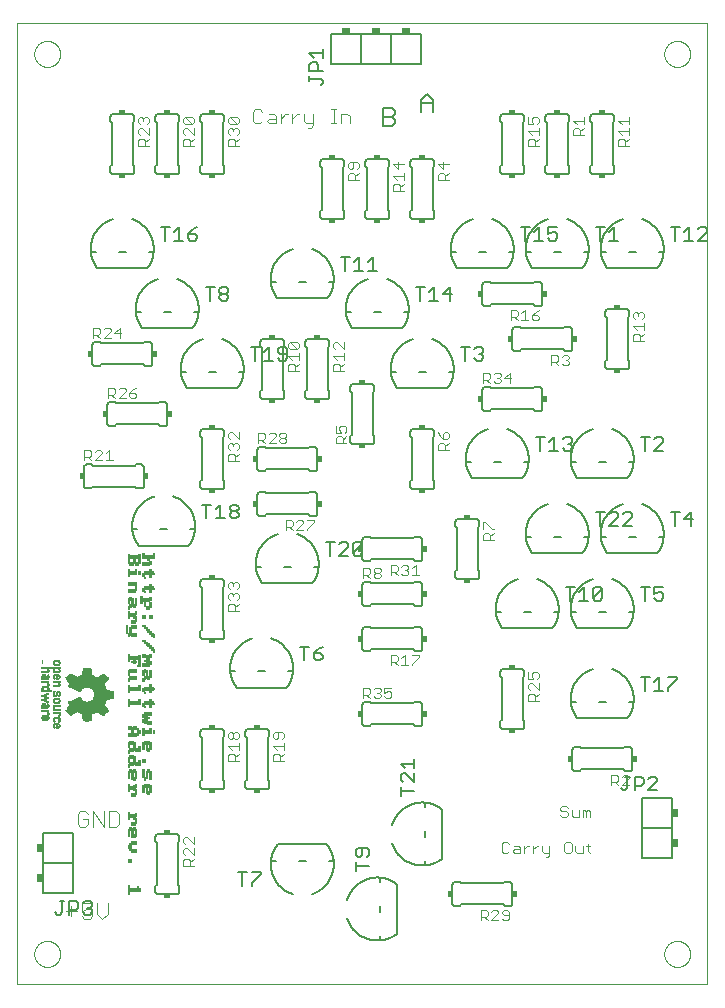
<source format=gto>
G75*
%MOIN*%
%OFA0B0*%
%FSLAX25Y25*%
%IPPOS*%
%LPD*%
%AMOC8*
5,1,8,0,0,1.08239X$1,22.5*
%
%ADD10C,0.00000*%
%ADD11R,0.00050X0.03000*%
%ADD12R,0.00050X0.03600*%
%ADD13R,0.00050X0.02400*%
%ADD14R,0.00050X0.01200*%
%ADD15R,0.00050X0.01800*%
%ADD16R,0.00050X0.00600*%
%ADD17R,0.00050X0.04200*%
%ADD18R,0.00015X0.00420*%
%ADD19R,0.00015X0.00270*%
%ADD20R,0.00015X0.00390*%
%ADD21R,0.00015X0.00360*%
%ADD22R,0.00015X0.00420*%
%ADD23R,0.00015X0.00270*%
%ADD24R,0.00015X0.00390*%
%ADD25R,0.00015X0.00360*%
%ADD26R,0.00015X0.00480*%
%ADD27R,0.00015X0.00660*%
%ADD28R,0.00015X0.00510*%
%ADD29R,0.00015X0.00420*%
%ADD30R,0.00015X0.00450*%
%ADD31R,0.00015X0.00630*%
%ADD32R,0.00015X0.00810*%
%ADD33R,0.00015X0.00690*%
%ADD34R,0.00015X0.00480*%
%ADD35R,0.00015X0.00810*%
%ADD36R,0.00015X0.00690*%
%ADD37R,0.00015X0.00450*%
%ADD38R,0.00015X0.00930*%
%ADD39R,0.00015X0.00900*%
%ADD40R,0.00015X0.00990*%
%ADD41R,0.00015X0.01020*%
%ADD42R,0.00015X0.00870*%
%ADD43R,0.00015X0.01110*%
%ADD44R,0.00015X0.01080*%
%ADD45R,0.00015X0.00990*%
%ADD46R,0.00015X0.00510*%
%ADD47R,0.00015X0.01170*%
%ADD48R,0.00015X0.01080*%
%ADD49R,0.00015X0.01170*%
%ADD50R,0.00015X0.01140*%
%ADD51R,0.00015X0.01050*%
%ADD52R,0.00015X0.00540*%
%ADD53R,0.00015X0.01290*%
%ADD54R,0.00015X0.01710*%
%ADD55R,0.00015X0.01200*%
%ADD56R,0.00015X0.01380*%
%ADD57R,0.00015X0.01710*%
%ADD58R,0.00015X0.01110*%
%ADD59R,0.00015X0.00540*%
%ADD60R,0.00015X0.01200*%
%ADD61R,0.00015X0.01380*%
%ADD62R,0.00015X0.01170*%
%ADD63R,0.00015X0.00570*%
%ADD64R,0.00015X0.01740*%
%ADD65R,0.00015X0.01440*%
%ADD66R,0.00015X0.01740*%
%ADD67R,0.00015X0.00600*%
%ADD68R,0.00015X0.01770*%
%ADD69R,0.00015X0.01500*%
%ADD70R,0.00015X0.01770*%
%ADD71R,0.00015X0.01740*%
%ADD72R,0.00015X0.00600*%
%ADD73R,0.00015X0.01770*%
%ADD74R,0.00015X0.01560*%
%ADD75R,0.00015X0.01770*%
%ADD76R,0.00015X0.01560*%
%ADD77R,0.00015X0.01800*%
%ADD78R,0.00015X0.01620*%
%ADD79R,0.00015X0.01830*%
%ADD80R,0.00015X0.01680*%
%ADD81R,0.00015X0.01800*%
%ADD82R,0.00015X0.00660*%
%ADD83R,0.00015X0.00630*%
%ADD84R,0.00015X0.01830*%
%ADD85R,0.00015X0.01680*%
%ADD86R,0.00015X0.01860*%
%ADD87R,0.00015X0.01650*%
%ADD88R,0.00015X0.00750*%
%ADD89R,0.00015X0.00720*%
%ADD90R,0.00015X0.00750*%
%ADD91R,0.00015X0.00720*%
%ADD92R,0.00015X0.00720*%
%ADD93R,0.00015X0.00540*%
%ADD94R,0.00015X0.00570*%
%ADD95R,0.00015X0.00540*%
%ADD96R,0.00015X0.00570*%
%ADD97R,0.00015X0.00720*%
%ADD98R,0.00015X0.00570*%
%ADD99R,0.00015X0.00330*%
%ADD100R,0.00015X0.00780*%
%ADD101R,0.00015X0.00240*%
%ADD102R,0.00015X0.00780*%
%ADD103R,0.00015X0.00150*%
%ADD104R,0.00015X0.00150*%
%ADD105R,0.00015X0.00090*%
%ADD106R,0.00015X0.00840*%
%ADD107R,0.00015X0.00840*%
%ADD108R,0.00015X0.00870*%
%ADD109R,0.00015X0.00420*%
%ADD110R,0.00015X0.01950*%
%ADD111R,0.00015X0.01950*%
%ADD112R,0.00015X0.01650*%
%ADD113R,0.00015X0.01590*%
%ADD114R,0.00015X0.01620*%
%ADD115R,0.00015X0.01500*%
%ADD116R,0.00015X0.00390*%
%ADD117R,0.00015X0.00390*%
%ADD118R,0.00015X0.01410*%
%ADD119R,0.00015X0.01230*%
%ADD120R,0.00015X0.01230*%
%ADD121R,0.00015X0.00030*%
%ADD122R,0.00015X0.00030*%
%ADD123R,0.00015X0.00090*%
%ADD124R,0.00015X0.00690*%
%ADD125R,0.00015X0.00090*%
%ADD126R,0.00015X0.00690*%
%ADD127R,0.00015X0.00090*%
%ADD128R,0.00015X0.00210*%
%ADD129R,0.00015X0.00180*%
%ADD130R,0.00015X0.01350*%
%ADD131R,0.00015X0.01350*%
%ADD132R,0.00015X0.01410*%
%ADD133R,0.00015X0.01590*%
%ADD134R,0.00015X0.01440*%
%ADD135R,0.00015X0.01530*%
%ADD136R,0.00015X0.01470*%
%ADD137R,0.00015X0.01470*%
%ADD138R,0.00015X0.01470*%
%ADD139R,0.00015X0.01440*%
%ADD140R,0.00015X0.01590*%
%ADD141R,0.00015X0.01020*%
%ADD142R,0.00015X0.01170*%
%ADD143R,0.00015X0.01020*%
%ADD144R,0.00015X0.01530*%
%ADD145R,0.00015X0.01020*%
%ADD146R,0.00015X0.01260*%
%ADD147R,0.00015X0.00990*%
%ADD148R,0.00015X0.00990*%
%ADD149R,0.00015X0.01140*%
%ADD150R,0.00015X0.00900*%
%ADD151R,0.00015X0.00060*%
%ADD152R,0.00015X0.00120*%
%ADD153R,0.00015X0.00120*%
%ADD154R,0.00015X0.00060*%
%ADD155R,0.00015X0.00120*%
%ADD156R,0.00015X0.00120*%
%ADD157R,0.00015X0.00840*%
%ADD158R,0.00015X0.00840*%
%ADD159R,0.00015X0.00870*%
%ADD160R,0.00015X0.00930*%
%ADD161R,0.00015X0.01290*%
%ADD162R,0.00015X0.01260*%
%ADD163R,0.00015X0.01320*%
%ADD164R,0.00015X0.01740*%
%ADD165R,0.00015X0.01860*%
%ADD166R,0.00015X0.01620*%
%ADD167R,0.00015X0.01890*%
%ADD168R,0.00015X0.00180*%
%ADD169R,0.00015X0.00330*%
%ADD170R,0.00015X0.00270*%
%ADD171R,0.00015X0.00270*%
%ADD172R,0.00015X0.00210*%
%ADD173R,0.00015X0.01980*%
%ADD174R,0.00015X0.01980*%
%ADD175R,0.00015X0.01320*%
%ADD176R,0.00015X0.01590*%
%ADD177R,0.00015X0.01470*%
%ADD178R,0.00015X0.01290*%
%ADD179R,0.00015X0.01140*%
%ADD180R,0.00015X0.01050*%
%ADD181R,0.00015X0.00960*%
%ADD182R,0.00015X0.00960*%
%ADD183R,0.00015X0.00300*%
%ADD184R,0.00015X0.00300*%
%ADD185R,0.00015X0.02010*%
%ADD186R,0.00015X0.02070*%
%ADD187R,0.00015X0.02160*%
%ADD188R,0.00015X0.02160*%
%ADD189R,0.00015X0.02220*%
%ADD190R,0.00015X0.02310*%
%ADD191R,0.00015X0.02310*%
%ADD192R,0.00015X0.02370*%
%ADD193R,0.00015X0.02370*%
%ADD194R,0.00015X0.02460*%
%ADD195R,0.00015X0.02520*%
%ADD196R,0.00015X0.02520*%
%ADD197R,0.00015X0.02610*%
%ADD198R,0.00015X0.02670*%
%ADD199R,0.00015X0.02670*%
%ADD200R,0.00015X0.02670*%
%ADD201R,0.00015X0.02670*%
%ADD202R,0.00015X0.02760*%
%ADD203R,0.00015X0.02820*%
%ADD204R,0.00015X0.02880*%
%ADD205R,0.00015X0.02880*%
%ADD206R,0.00015X0.02970*%
%ADD207R,0.00015X0.03030*%
%ADD208R,0.00015X0.03030*%
%ADD209R,0.00015X0.04290*%
%ADD210R,0.00015X0.04290*%
%ADD211R,0.00015X0.04320*%
%ADD212R,0.00015X0.04380*%
%ADD213R,0.00015X0.04380*%
%ADD214R,0.00015X0.04410*%
%ADD215R,0.00015X0.04440*%
%ADD216R,0.00015X0.04440*%
%ADD217R,0.00015X0.04500*%
%ADD218R,0.00015X0.04530*%
%ADD219R,0.00015X0.04590*%
%ADD220R,0.00015X0.04590*%
%ADD221R,0.00015X0.04620*%
%ADD222R,0.00015X0.04680*%
%ADD223R,0.00015X0.04680*%
%ADD224R,0.00015X0.04710*%
%ADD225R,0.00015X0.04740*%
%ADD226R,0.00015X0.04800*%
%ADD227R,0.00015X0.04800*%
%ADD228R,0.00015X0.04830*%
%ADD229R,0.00015X0.04890*%
%ADD230R,0.00015X0.04890*%
%ADD231R,0.00015X0.04920*%
%ADD232R,0.00015X0.04920*%
%ADD233R,0.00015X0.04920*%
%ADD234R,0.00015X0.04920*%
%ADD235R,0.00015X0.04890*%
%ADD236R,0.00015X0.04860*%
%ADD237R,0.00015X0.04860*%
%ADD238R,0.00015X0.04830*%
%ADD239R,0.00015X0.04770*%
%ADD240R,0.00015X0.04770*%
%ADD241R,0.00015X0.04770*%
%ADD242R,0.00015X0.04740*%
%ADD243R,0.00015X0.04740*%
%ADD244R,0.00015X0.04740*%
%ADD245R,0.00015X0.04710*%
%ADD246R,0.00015X0.04650*%
%ADD247R,0.00015X0.04650*%
%ADD248R,0.00015X0.04620*%
%ADD249R,0.00015X0.04620*%
%ADD250R,0.00015X0.04620*%
%ADD251R,0.00015X0.04560*%
%ADD252R,0.00015X0.04560*%
%ADD253R,0.00015X0.04590*%
%ADD254R,0.00015X0.04530*%
%ADD255R,0.00015X0.04470*%
%ADD256R,0.00015X0.04470*%
%ADD257R,0.00015X0.04470*%
%ADD258R,0.00015X0.04440*%
%ADD259R,0.00015X0.04440*%
%ADD260R,0.00015X0.04500*%
%ADD261R,0.00015X0.04950*%
%ADD262R,0.00015X0.04980*%
%ADD263R,0.00015X0.04980*%
%ADD264R,0.00015X0.05040*%
%ADD265R,0.00015X0.05040*%
%ADD266R,0.00015X0.05070*%
%ADD267R,0.00015X0.05100*%
%ADD268R,0.00015X0.05100*%
%ADD269R,0.00015X0.05130*%
%ADD270R,0.00015X0.05160*%
%ADD271R,0.00015X0.05160*%
%ADD272R,0.00015X0.05190*%
%ADD273R,0.00015X0.05220*%
%ADD274R,0.00015X0.05220*%
%ADD275R,0.00015X0.05220*%
%ADD276R,0.00015X0.05220*%
%ADD277R,0.00015X0.05250*%
%ADD278R,0.00015X0.05280*%
%ADD279R,0.00015X0.05280*%
%ADD280R,0.00015X0.05310*%
%ADD281R,0.00015X0.05310*%
%ADD282R,0.00015X0.05070*%
%ADD283R,0.00015X0.05010*%
%ADD284R,0.00015X0.05010*%
%ADD285R,0.00015X0.04950*%
%ADD286R,0.00015X0.04770*%
%ADD287R,0.00015X0.05430*%
%ADD288R,0.00015X0.05580*%
%ADD289R,0.00015X0.05580*%
%ADD290R,0.00015X0.05730*%
%ADD291R,0.00015X0.05850*%
%ADD292R,0.00015X0.05850*%
%ADD293R,0.00015X0.06000*%
%ADD294R,0.00015X0.06150*%
%ADD295R,0.00015X0.06270*%
%ADD296R,0.00015X0.06270*%
%ADD297R,0.00015X0.06450*%
%ADD298R,0.00015X0.06570*%
%ADD299R,0.00015X0.06570*%
%ADD300R,0.00015X0.06630*%
%ADD301R,0.00015X0.06660*%
%ADD302R,0.00015X0.06660*%
%ADD303R,0.00015X0.06630*%
%ADD304R,0.00015X0.06600*%
%ADD305R,0.00015X0.06600*%
%ADD306R,0.00015X0.06540*%
%ADD307R,0.00015X0.06540*%
%ADD308R,0.00015X0.06540*%
%ADD309R,0.00015X0.06540*%
%ADD310R,0.00015X0.06510*%
%ADD311R,0.00015X0.06510*%
%ADD312R,0.00015X0.06480*%
%ADD313R,0.00015X0.06480*%
%ADD314R,0.00015X0.06450*%
%ADD315R,0.00015X0.06420*%
%ADD316R,0.00015X0.06420*%
%ADD317R,0.00015X0.06390*%
%ADD318R,0.00015X0.06390*%
%ADD319R,0.00015X0.06390*%
%ADD320R,0.00015X0.06390*%
%ADD321R,0.00015X0.06690*%
%ADD322R,0.00015X0.06690*%
%ADD323R,0.00015X0.06690*%
%ADD324R,0.00015X0.06690*%
%ADD325R,0.00015X0.06330*%
%ADD326R,0.00015X0.06330*%
%ADD327R,0.00015X0.06180*%
%ADD328R,0.00015X0.06060*%
%ADD329R,0.00015X0.05910*%
%ADD330R,0.00015X0.05910*%
%ADD331R,0.00015X0.05760*%
%ADD332R,0.00015X0.05640*%
%ADD333R,0.00015X0.05640*%
%ADD334R,0.00015X0.05490*%
%ADD335R,0.00015X0.05340*%
%ADD336R,0.00015X0.05040*%
%ADD337R,0.00015X0.05400*%
%ADD338R,0.00015X0.05460*%
%ADD339R,0.00015X0.05460*%
%ADD340R,0.00015X0.05550*%
%ADD341R,0.00015X0.05670*%
%ADD342R,0.00015X0.05670*%
%ADD343R,0.00015X0.05820*%
%ADD344R,0.00015X0.05820*%
%ADD345R,0.00015X0.12330*%
%ADD346R,0.00015X0.12270*%
%ADD347R,0.00015X0.12270*%
%ADD348R,0.00015X0.12210*%
%ADD349R,0.00015X0.12210*%
%ADD350R,0.00015X0.12150*%
%ADD351R,0.00015X0.12150*%
%ADD352R,0.00015X0.12090*%
%ADD353R,0.00015X0.12090*%
%ADD354R,0.00015X0.12030*%
%ADD355R,0.00015X0.12030*%
%ADD356R,0.00015X0.11970*%
%ADD357R,0.00015X0.11970*%
%ADD358R,0.00015X0.11910*%
%ADD359R,0.00015X0.11910*%
%ADD360R,0.00015X0.11850*%
%ADD361R,0.00015X0.11850*%
%ADD362R,0.00015X0.11790*%
%ADD363R,0.00015X0.11790*%
%ADD364R,0.00015X0.11730*%
%ADD365R,0.00015X0.11730*%
%ADD366R,0.00015X0.11670*%
%ADD367R,0.00015X0.11670*%
%ADD368R,0.00015X0.11610*%
%ADD369R,0.00015X0.11610*%
%ADD370R,0.00015X0.11550*%
%ADD371R,0.00015X0.11550*%
%ADD372R,0.00015X0.12330*%
%ADD373R,0.00015X0.12390*%
%ADD374R,0.00015X0.12450*%
%ADD375R,0.00015X0.12450*%
%ADD376R,0.00015X0.12510*%
%ADD377R,0.00015X0.12570*%
%ADD378R,0.00015X0.12570*%
%ADD379R,0.00015X0.12630*%
%ADD380R,0.00015X0.12690*%
%ADD381R,0.00015X0.12690*%
%ADD382R,0.00015X0.12750*%
%ADD383R,0.00015X0.12750*%
%ADD384R,0.00015X0.12810*%
%ADD385R,0.00015X0.12870*%
%ADD386R,0.00015X0.12870*%
%ADD387R,0.00015X0.12930*%
%ADD388R,0.00015X0.12930*%
%ADD389R,0.00015X0.12990*%
%ADD390R,0.00015X0.13050*%
%ADD391R,0.00015X0.13050*%
%ADD392R,0.00015X0.13110*%
%ADD393R,0.00015X0.13170*%
%ADD394R,0.00015X0.13170*%
%ADD395R,0.00015X0.13230*%
%ADD396R,0.00015X0.13290*%
%ADD397R,0.00015X0.13290*%
%ADD398R,0.00015X0.13350*%
%ADD399R,0.00015X0.13350*%
%ADD400R,0.00015X0.13410*%
%ADD401R,0.00015X0.13470*%
%ADD402R,0.00015X0.13470*%
%ADD403R,0.00015X0.13530*%
%ADD404R,0.00015X0.13590*%
%ADD405R,0.00015X0.13590*%
%ADD406R,0.00015X0.13650*%
%ADD407R,0.00015X0.13710*%
%ADD408R,0.00015X0.13710*%
%ADD409R,0.00015X0.13770*%
%ADD410R,0.00015X0.13770*%
%ADD411R,0.00015X0.13830*%
%ADD412R,0.00015X0.13890*%
%ADD413R,0.00015X0.13890*%
%ADD414R,0.00015X0.13950*%
%ADD415R,0.00015X0.14010*%
%ADD416R,0.00015X0.14010*%
%ADD417R,0.00015X0.14070*%
%ADD418R,0.00015X0.14130*%
%ADD419R,0.00015X0.14130*%
%ADD420R,0.00015X0.14190*%
%ADD421R,0.00015X0.14190*%
%ADD422R,0.00015X0.14100*%
%ADD423R,0.00015X0.14100*%
%ADD424R,0.00015X0.14040*%
%ADD425R,0.00015X0.13980*%
%ADD426R,0.00015X0.13920*%
%ADD427R,0.00015X0.13920*%
%ADD428R,0.00015X0.13860*%
%ADD429R,0.00015X0.13800*%
%ADD430R,0.00015X0.13800*%
%ADD431R,0.00015X0.13740*%
%ADD432R,0.00015X0.13680*%
%ADD433R,0.00015X0.13620*%
%ADD434R,0.00015X0.13620*%
%ADD435R,0.00015X0.03390*%
%ADD436R,0.00015X0.03420*%
%ADD437R,0.00015X0.03270*%
%ADD438R,0.00015X0.03300*%
%ADD439R,0.00015X0.03270*%
%ADD440R,0.00015X0.03300*%
%ADD441R,0.00015X0.03210*%
%ADD442R,0.00015X0.03240*%
%ADD443R,0.00015X0.03120*%
%ADD444R,0.00015X0.03150*%
%ADD445R,0.00015X0.03060*%
%ADD446R,0.00015X0.06030*%
%ADD447R,0.00015X0.03090*%
%ADD448R,0.00015X0.03060*%
%ADD449R,0.00015X0.06030*%
%ADD450R,0.00015X0.03090*%
%ADD451R,0.00015X0.03000*%
%ADD452R,0.00015X0.02910*%
%ADD453R,0.00015X0.02940*%
%ADD454R,0.00015X0.02910*%
%ADD455R,0.00015X0.05730*%
%ADD456R,0.00015X0.02940*%
%ADD457R,0.00015X0.02850*%
%ADD458R,0.00015X0.02790*%
%ADD459R,0.00015X0.05250*%
%ADD460R,0.00015X0.02700*%
%ADD461R,0.00015X0.02700*%
%ADD462R,0.00015X0.02640*%
%ADD463R,0.00015X0.02550*%
%ADD464R,0.00015X0.02550*%
%ADD465R,0.00015X0.02490*%
%ADD466R,0.00015X0.02400*%
%ADD467R,0.00015X0.02430*%
%ADD468R,0.00015X0.02340*%
%ADD469R,0.00015X0.02340*%
%ADD470R,0.00015X0.02250*%
%ADD471R,0.00015X0.02280*%
%ADD472R,0.00015X0.04230*%
%ADD473R,0.00015X0.02190*%
%ADD474R,0.00015X0.04230*%
%ADD475R,0.00015X0.02190*%
%ADD476R,0.00015X0.02100*%
%ADD477R,0.00015X0.04110*%
%ADD478R,0.00015X0.02130*%
%ADD479R,0.00015X0.03930*%
%ADD480R,0.00015X0.02040*%
%ADD481R,0.00015X0.03810*%
%ADD482R,0.00015X0.03810*%
%ADD483R,0.00015X0.03690*%
%ADD484R,0.00015X0.01890*%
%ADD485R,0.00015X0.03510*%
%ADD486R,0.00015X0.03510*%
%ADD487R,0.00015X0.03450*%
%ADD488R,0.00015X0.03390*%
%ADD489R,0.00015X0.03330*%
%ADD490R,0.00015X0.01620*%
%ADD491R,0.00015X0.03330*%
%ADD492R,0.00015X0.01320*%
%ADD493R,0.00015X0.03210*%
%ADD494R,0.00015X0.00870*%
%ADD495R,0.00015X0.03150*%
%ADD496R,0.00015X0.03090*%
%ADD497R,0.00015X0.03090*%
%ADD498R,0.00015X0.02970*%
%ADD499R,0.00015X0.02970*%
%ADD500R,0.00015X0.02850*%
%ADD501R,0.00015X0.02790*%
%ADD502R,0.00015X0.02730*%
%ADD503R,0.00015X0.02730*%
%ADD504R,0.00015X0.02610*%
%ADD505R,0.00015X0.02490*%
%ADD506R,0.00015X0.02430*%
%ADD507C,0.00400*%
%ADD508C,0.00500*%
%ADD509C,0.00300*%
%ADD510C,0.00600*%
%ADD511R,0.02000X0.01500*%
%ADD512R,0.01500X0.02000*%
%ADD513R,0.03000X0.02000*%
%ADD514R,0.02000X0.03000*%
D10*
X0007700Y0006850D02*
X0007700Y0327051D01*
X0237621Y0327051D01*
X0237615Y0327050D02*
X0237615Y0006845D01*
X0237621Y0006850D02*
X0007700Y0006850D01*
X0013369Y0016850D02*
X0013371Y0016981D01*
X0013377Y0017113D01*
X0013387Y0017244D01*
X0013401Y0017375D01*
X0013419Y0017505D01*
X0013441Y0017634D01*
X0013466Y0017763D01*
X0013496Y0017891D01*
X0013530Y0018018D01*
X0013567Y0018145D01*
X0013608Y0018269D01*
X0013653Y0018393D01*
X0013702Y0018515D01*
X0013754Y0018636D01*
X0013810Y0018754D01*
X0013870Y0018872D01*
X0013933Y0018987D01*
X0014000Y0019100D01*
X0014070Y0019212D01*
X0014143Y0019321D01*
X0014219Y0019427D01*
X0014299Y0019532D01*
X0014382Y0019634D01*
X0014468Y0019733D01*
X0014557Y0019830D01*
X0014649Y0019924D01*
X0014744Y0020015D01*
X0014841Y0020104D01*
X0014941Y0020189D01*
X0015044Y0020271D01*
X0015149Y0020350D01*
X0015256Y0020426D01*
X0015366Y0020498D01*
X0015478Y0020567D01*
X0015592Y0020633D01*
X0015707Y0020695D01*
X0015825Y0020754D01*
X0015944Y0020809D01*
X0016065Y0020861D01*
X0016188Y0020908D01*
X0016312Y0020952D01*
X0016437Y0020993D01*
X0016563Y0021029D01*
X0016691Y0021062D01*
X0016819Y0021090D01*
X0016948Y0021115D01*
X0017078Y0021136D01*
X0017208Y0021153D01*
X0017339Y0021166D01*
X0017470Y0021175D01*
X0017601Y0021180D01*
X0017733Y0021181D01*
X0017864Y0021178D01*
X0017996Y0021171D01*
X0018127Y0021160D01*
X0018257Y0021145D01*
X0018387Y0021126D01*
X0018517Y0021103D01*
X0018645Y0021077D01*
X0018773Y0021046D01*
X0018900Y0021011D01*
X0019026Y0020973D01*
X0019150Y0020931D01*
X0019274Y0020885D01*
X0019395Y0020835D01*
X0019515Y0020782D01*
X0019634Y0020725D01*
X0019751Y0020665D01*
X0019865Y0020601D01*
X0019978Y0020533D01*
X0020089Y0020462D01*
X0020198Y0020388D01*
X0020304Y0020311D01*
X0020408Y0020230D01*
X0020509Y0020147D01*
X0020608Y0020060D01*
X0020704Y0019970D01*
X0020797Y0019877D01*
X0020888Y0019782D01*
X0020975Y0019684D01*
X0021060Y0019583D01*
X0021141Y0019480D01*
X0021219Y0019374D01*
X0021294Y0019266D01*
X0021366Y0019156D01*
X0021434Y0019044D01*
X0021499Y0018930D01*
X0021560Y0018813D01*
X0021618Y0018695D01*
X0021672Y0018575D01*
X0021723Y0018454D01*
X0021770Y0018331D01*
X0021813Y0018207D01*
X0021852Y0018082D01*
X0021888Y0017955D01*
X0021919Y0017827D01*
X0021947Y0017699D01*
X0021971Y0017570D01*
X0021991Y0017440D01*
X0022007Y0017309D01*
X0022019Y0017178D01*
X0022027Y0017047D01*
X0022031Y0016916D01*
X0022031Y0016784D01*
X0022027Y0016653D01*
X0022019Y0016522D01*
X0022007Y0016391D01*
X0021991Y0016260D01*
X0021971Y0016130D01*
X0021947Y0016001D01*
X0021919Y0015873D01*
X0021888Y0015745D01*
X0021852Y0015618D01*
X0021813Y0015493D01*
X0021770Y0015369D01*
X0021723Y0015246D01*
X0021672Y0015125D01*
X0021618Y0015005D01*
X0021560Y0014887D01*
X0021499Y0014770D01*
X0021434Y0014656D01*
X0021366Y0014544D01*
X0021294Y0014434D01*
X0021219Y0014326D01*
X0021141Y0014220D01*
X0021060Y0014117D01*
X0020975Y0014016D01*
X0020888Y0013918D01*
X0020797Y0013823D01*
X0020704Y0013730D01*
X0020608Y0013640D01*
X0020509Y0013553D01*
X0020408Y0013470D01*
X0020304Y0013389D01*
X0020198Y0013312D01*
X0020089Y0013238D01*
X0019978Y0013167D01*
X0019866Y0013099D01*
X0019751Y0013035D01*
X0019634Y0012975D01*
X0019515Y0012918D01*
X0019395Y0012865D01*
X0019274Y0012815D01*
X0019150Y0012769D01*
X0019026Y0012727D01*
X0018900Y0012689D01*
X0018773Y0012654D01*
X0018645Y0012623D01*
X0018517Y0012597D01*
X0018387Y0012574D01*
X0018257Y0012555D01*
X0018127Y0012540D01*
X0017996Y0012529D01*
X0017864Y0012522D01*
X0017733Y0012519D01*
X0017601Y0012520D01*
X0017470Y0012525D01*
X0017339Y0012534D01*
X0017208Y0012547D01*
X0017078Y0012564D01*
X0016948Y0012585D01*
X0016819Y0012610D01*
X0016691Y0012638D01*
X0016563Y0012671D01*
X0016437Y0012707D01*
X0016312Y0012748D01*
X0016188Y0012792D01*
X0016065Y0012839D01*
X0015944Y0012891D01*
X0015825Y0012946D01*
X0015707Y0013005D01*
X0015592Y0013067D01*
X0015478Y0013133D01*
X0015366Y0013202D01*
X0015256Y0013274D01*
X0015149Y0013350D01*
X0015044Y0013429D01*
X0014941Y0013511D01*
X0014841Y0013596D01*
X0014744Y0013685D01*
X0014649Y0013776D01*
X0014557Y0013870D01*
X0014468Y0013967D01*
X0014382Y0014066D01*
X0014299Y0014168D01*
X0014219Y0014273D01*
X0014143Y0014379D01*
X0014070Y0014488D01*
X0014000Y0014600D01*
X0013933Y0014713D01*
X0013870Y0014828D01*
X0013810Y0014946D01*
X0013754Y0015064D01*
X0013702Y0015185D01*
X0013653Y0015307D01*
X0013608Y0015431D01*
X0013567Y0015555D01*
X0013530Y0015682D01*
X0013496Y0015809D01*
X0013466Y0015937D01*
X0013441Y0016066D01*
X0013419Y0016195D01*
X0013401Y0016325D01*
X0013387Y0016456D01*
X0013377Y0016587D01*
X0013371Y0016719D01*
X0013369Y0016850D01*
X0015980Y0113794D02*
X0016000Y0113794D01*
X0016005Y0113799D01*
X0016005Y0113809D01*
X0016000Y0113814D01*
X0016000Y0113822D02*
X0016005Y0113822D01*
X0016005Y0113827D01*
X0016000Y0113827D01*
X0016000Y0113822D01*
X0015990Y0113822D02*
X0015985Y0113822D01*
X0015985Y0113827D01*
X0015990Y0113827D01*
X0015990Y0113822D01*
X0015980Y0113814D02*
X0015975Y0113809D01*
X0015975Y0113799D01*
X0015980Y0113794D01*
X0016005Y0113835D02*
X0015975Y0113855D01*
X0015975Y0113863D02*
X0016000Y0113863D01*
X0016005Y0113868D01*
X0016005Y0113878D01*
X0016000Y0113883D01*
X0015975Y0113883D01*
X0015985Y0113896D02*
X0015985Y0113911D01*
X0015990Y0113918D02*
X0015985Y0113923D01*
X0015985Y0113933D01*
X0015990Y0113938D01*
X0015995Y0113938D01*
X0015995Y0113918D01*
X0016000Y0113918D02*
X0015990Y0113918D01*
X0016000Y0113918D02*
X0016005Y0113923D01*
X0016005Y0113933D01*
X0016005Y0113946D02*
X0015985Y0113946D01*
X0015985Y0113956D02*
X0015985Y0113961D01*
X0015985Y0113956D02*
X0015995Y0113946D01*
X0015990Y0113969D02*
X0015985Y0113974D01*
X0015985Y0113989D01*
X0015995Y0113984D02*
X0015995Y0113974D01*
X0015990Y0113969D01*
X0016005Y0113969D02*
X0016005Y0113984D01*
X0016000Y0113989D01*
X0015995Y0113984D01*
X0016005Y0113996D02*
X0015975Y0114016D01*
X0015975Y0114034D02*
X0015975Y0114044D01*
X0015975Y0114039D02*
X0016000Y0114039D01*
X0016005Y0114034D01*
X0016005Y0114029D01*
X0016000Y0114024D01*
X0016005Y0114052D02*
X0016005Y0114067D01*
X0016000Y0114072D01*
X0015995Y0114072D01*
X0015990Y0114067D01*
X0015990Y0114052D01*
X0015990Y0114067D02*
X0015985Y0114072D01*
X0015980Y0114072D01*
X0015975Y0114067D01*
X0015975Y0114052D01*
X0016005Y0114052D01*
X0016005Y0114079D02*
X0015995Y0114089D01*
X0016005Y0114099D01*
X0015975Y0114099D01*
X0015975Y0114079D02*
X0016005Y0114079D01*
X0016005Y0114107D02*
X0015975Y0114127D01*
X0015975Y0114134D02*
X0015975Y0114149D01*
X0015980Y0114154D01*
X0016000Y0114154D01*
X0016005Y0114149D01*
X0016005Y0114134D01*
X0015975Y0114134D01*
X0015990Y0114162D02*
X0016000Y0114162D01*
X0016005Y0114167D01*
X0016005Y0114177D01*
X0016000Y0114182D01*
X0015990Y0114182D01*
X0015985Y0114177D01*
X0015985Y0114167D01*
X0015990Y0114162D01*
X0015990Y0114190D02*
X0016000Y0114190D01*
X0016005Y0114195D01*
X0016005Y0114210D01*
X0016000Y0114217D02*
X0016005Y0114222D01*
X0016005Y0114237D01*
X0015985Y0114237D01*
X0015985Y0114245D02*
X0015985Y0114250D01*
X0015990Y0114255D01*
X0015985Y0114260D01*
X0015990Y0114265D01*
X0016005Y0114265D01*
X0016000Y0114273D02*
X0015990Y0114273D01*
X0015985Y0114278D01*
X0015985Y0114288D01*
X0015990Y0114293D01*
X0015995Y0114293D01*
X0015995Y0114273D01*
X0016000Y0114273D02*
X0016005Y0114278D01*
X0016005Y0114288D01*
X0016005Y0114300D02*
X0015985Y0114300D01*
X0015985Y0114315D01*
X0015990Y0114320D01*
X0016005Y0114320D01*
X0016000Y0114333D02*
X0016005Y0114338D01*
X0016000Y0114333D02*
X0015980Y0114333D01*
X0015985Y0114328D02*
X0015985Y0114338D01*
X0015990Y0114346D02*
X0015985Y0114351D01*
X0015985Y0114366D01*
X0015995Y0114361D02*
X0015995Y0114351D01*
X0015990Y0114346D01*
X0016005Y0114346D02*
X0016005Y0114361D01*
X0016000Y0114366D01*
X0015995Y0114361D01*
X0016005Y0114374D02*
X0015975Y0114394D01*
X0015975Y0114401D02*
X0016005Y0114401D01*
X0015990Y0114401D02*
X0015985Y0114406D01*
X0015985Y0114416D01*
X0015990Y0114421D01*
X0016005Y0114421D01*
X0016000Y0114429D02*
X0015995Y0114434D01*
X0015995Y0114449D01*
X0015990Y0114449D02*
X0016005Y0114449D01*
X0016005Y0114434D01*
X0016000Y0114429D01*
X0015985Y0114434D02*
X0015985Y0114444D01*
X0015990Y0114449D01*
X0015995Y0114457D02*
X0015985Y0114467D01*
X0015985Y0114472D01*
X0015990Y0114480D02*
X0015985Y0114485D01*
X0015985Y0114500D01*
X0015985Y0114507D02*
X0016000Y0114507D01*
X0016005Y0114512D01*
X0016000Y0114517D01*
X0016005Y0114522D01*
X0016000Y0114527D01*
X0015985Y0114527D01*
X0015985Y0114540D02*
X0015985Y0114550D01*
X0015990Y0114555D01*
X0016005Y0114555D01*
X0016005Y0114540D01*
X0016000Y0114535D01*
X0015995Y0114540D01*
X0015995Y0114555D01*
X0015995Y0114562D02*
X0015985Y0114572D01*
X0015985Y0114577D01*
X0015990Y0114585D02*
X0015985Y0114590D01*
X0015985Y0114600D01*
X0015990Y0114605D01*
X0015995Y0114605D01*
X0015995Y0114585D01*
X0016000Y0114585D02*
X0015990Y0114585D01*
X0016000Y0114585D02*
X0016005Y0114590D01*
X0016005Y0114600D01*
X0016005Y0114613D02*
X0016005Y0114618D01*
X0016000Y0114618D01*
X0016000Y0114613D01*
X0016005Y0114613D01*
X0016005Y0114627D02*
X0016005Y0114642D01*
X0016000Y0114647D01*
X0015990Y0114647D01*
X0015985Y0114642D01*
X0015985Y0114627D01*
X0015975Y0114627D02*
X0016005Y0114627D01*
X0016005Y0114654D02*
X0015985Y0114654D01*
X0015985Y0114659D01*
X0015990Y0114664D01*
X0015985Y0114669D01*
X0015990Y0114674D01*
X0016005Y0114674D01*
X0016005Y0114682D02*
X0016005Y0114697D01*
X0016000Y0114702D01*
X0015990Y0114702D01*
X0015985Y0114697D01*
X0015985Y0114682D01*
X0016015Y0114682D01*
X0016005Y0114664D02*
X0015990Y0114664D01*
X0015985Y0114562D02*
X0016005Y0114562D01*
X0016005Y0114500D02*
X0016005Y0114485D01*
X0016000Y0114480D01*
X0015990Y0114480D01*
X0015985Y0114457D02*
X0016005Y0114457D01*
X0016005Y0114500D02*
X0015975Y0114500D01*
X0015990Y0114255D02*
X0016005Y0114255D01*
X0016005Y0114245D02*
X0015985Y0114245D01*
X0015985Y0114217D02*
X0016000Y0114217D01*
X0015985Y0114210D02*
X0015985Y0114195D01*
X0015990Y0114190D01*
X0016000Y0113911D02*
X0015995Y0113906D01*
X0015995Y0113896D01*
X0015990Y0113891D01*
X0015985Y0113896D01*
X0016005Y0113891D02*
X0016005Y0113906D01*
X0016000Y0113911D01*
X0013369Y0316850D02*
X0013371Y0316981D01*
X0013377Y0317113D01*
X0013387Y0317244D01*
X0013401Y0317375D01*
X0013419Y0317505D01*
X0013441Y0317634D01*
X0013466Y0317763D01*
X0013496Y0317891D01*
X0013530Y0318018D01*
X0013567Y0318145D01*
X0013608Y0318269D01*
X0013653Y0318393D01*
X0013702Y0318515D01*
X0013754Y0318636D01*
X0013810Y0318754D01*
X0013870Y0318872D01*
X0013933Y0318987D01*
X0014000Y0319100D01*
X0014070Y0319212D01*
X0014143Y0319321D01*
X0014219Y0319427D01*
X0014299Y0319532D01*
X0014382Y0319634D01*
X0014468Y0319733D01*
X0014557Y0319830D01*
X0014649Y0319924D01*
X0014744Y0320015D01*
X0014841Y0320104D01*
X0014941Y0320189D01*
X0015044Y0320271D01*
X0015149Y0320350D01*
X0015256Y0320426D01*
X0015366Y0320498D01*
X0015478Y0320567D01*
X0015592Y0320633D01*
X0015707Y0320695D01*
X0015825Y0320754D01*
X0015944Y0320809D01*
X0016065Y0320861D01*
X0016188Y0320908D01*
X0016312Y0320952D01*
X0016437Y0320993D01*
X0016563Y0321029D01*
X0016691Y0321062D01*
X0016819Y0321090D01*
X0016948Y0321115D01*
X0017078Y0321136D01*
X0017208Y0321153D01*
X0017339Y0321166D01*
X0017470Y0321175D01*
X0017601Y0321180D01*
X0017733Y0321181D01*
X0017864Y0321178D01*
X0017996Y0321171D01*
X0018127Y0321160D01*
X0018257Y0321145D01*
X0018387Y0321126D01*
X0018517Y0321103D01*
X0018645Y0321077D01*
X0018773Y0321046D01*
X0018900Y0321011D01*
X0019026Y0320973D01*
X0019150Y0320931D01*
X0019274Y0320885D01*
X0019395Y0320835D01*
X0019515Y0320782D01*
X0019634Y0320725D01*
X0019751Y0320665D01*
X0019865Y0320601D01*
X0019978Y0320533D01*
X0020089Y0320462D01*
X0020198Y0320388D01*
X0020304Y0320311D01*
X0020408Y0320230D01*
X0020509Y0320147D01*
X0020608Y0320060D01*
X0020704Y0319970D01*
X0020797Y0319877D01*
X0020888Y0319782D01*
X0020975Y0319684D01*
X0021060Y0319583D01*
X0021141Y0319480D01*
X0021219Y0319374D01*
X0021294Y0319266D01*
X0021366Y0319156D01*
X0021434Y0319044D01*
X0021499Y0318930D01*
X0021560Y0318813D01*
X0021618Y0318695D01*
X0021672Y0318575D01*
X0021723Y0318454D01*
X0021770Y0318331D01*
X0021813Y0318207D01*
X0021852Y0318082D01*
X0021888Y0317955D01*
X0021919Y0317827D01*
X0021947Y0317699D01*
X0021971Y0317570D01*
X0021991Y0317440D01*
X0022007Y0317309D01*
X0022019Y0317178D01*
X0022027Y0317047D01*
X0022031Y0316916D01*
X0022031Y0316784D01*
X0022027Y0316653D01*
X0022019Y0316522D01*
X0022007Y0316391D01*
X0021991Y0316260D01*
X0021971Y0316130D01*
X0021947Y0316001D01*
X0021919Y0315873D01*
X0021888Y0315745D01*
X0021852Y0315618D01*
X0021813Y0315493D01*
X0021770Y0315369D01*
X0021723Y0315246D01*
X0021672Y0315125D01*
X0021618Y0315005D01*
X0021560Y0314887D01*
X0021499Y0314770D01*
X0021434Y0314656D01*
X0021366Y0314544D01*
X0021294Y0314434D01*
X0021219Y0314326D01*
X0021141Y0314220D01*
X0021060Y0314117D01*
X0020975Y0314016D01*
X0020888Y0313918D01*
X0020797Y0313823D01*
X0020704Y0313730D01*
X0020608Y0313640D01*
X0020509Y0313553D01*
X0020408Y0313470D01*
X0020304Y0313389D01*
X0020198Y0313312D01*
X0020089Y0313238D01*
X0019978Y0313167D01*
X0019866Y0313099D01*
X0019751Y0313035D01*
X0019634Y0312975D01*
X0019515Y0312918D01*
X0019395Y0312865D01*
X0019274Y0312815D01*
X0019150Y0312769D01*
X0019026Y0312727D01*
X0018900Y0312689D01*
X0018773Y0312654D01*
X0018645Y0312623D01*
X0018517Y0312597D01*
X0018387Y0312574D01*
X0018257Y0312555D01*
X0018127Y0312540D01*
X0017996Y0312529D01*
X0017864Y0312522D01*
X0017733Y0312519D01*
X0017601Y0312520D01*
X0017470Y0312525D01*
X0017339Y0312534D01*
X0017208Y0312547D01*
X0017078Y0312564D01*
X0016948Y0312585D01*
X0016819Y0312610D01*
X0016691Y0312638D01*
X0016563Y0312671D01*
X0016437Y0312707D01*
X0016312Y0312748D01*
X0016188Y0312792D01*
X0016065Y0312839D01*
X0015944Y0312891D01*
X0015825Y0312946D01*
X0015707Y0313005D01*
X0015592Y0313067D01*
X0015478Y0313133D01*
X0015366Y0313202D01*
X0015256Y0313274D01*
X0015149Y0313350D01*
X0015044Y0313429D01*
X0014941Y0313511D01*
X0014841Y0313596D01*
X0014744Y0313685D01*
X0014649Y0313776D01*
X0014557Y0313870D01*
X0014468Y0313967D01*
X0014382Y0314066D01*
X0014299Y0314168D01*
X0014219Y0314273D01*
X0014143Y0314379D01*
X0014070Y0314488D01*
X0014000Y0314600D01*
X0013933Y0314713D01*
X0013870Y0314828D01*
X0013810Y0314946D01*
X0013754Y0315064D01*
X0013702Y0315185D01*
X0013653Y0315307D01*
X0013608Y0315431D01*
X0013567Y0315555D01*
X0013530Y0315682D01*
X0013496Y0315809D01*
X0013466Y0315937D01*
X0013441Y0316066D01*
X0013419Y0316195D01*
X0013401Y0316325D01*
X0013387Y0316456D01*
X0013377Y0316587D01*
X0013371Y0316719D01*
X0013369Y0316850D01*
X0223369Y0316850D02*
X0223371Y0316981D01*
X0223377Y0317113D01*
X0223387Y0317244D01*
X0223401Y0317375D01*
X0223419Y0317505D01*
X0223441Y0317634D01*
X0223466Y0317763D01*
X0223496Y0317891D01*
X0223530Y0318018D01*
X0223567Y0318145D01*
X0223608Y0318269D01*
X0223653Y0318393D01*
X0223702Y0318515D01*
X0223754Y0318636D01*
X0223810Y0318754D01*
X0223870Y0318872D01*
X0223933Y0318987D01*
X0224000Y0319100D01*
X0224070Y0319212D01*
X0224143Y0319321D01*
X0224219Y0319427D01*
X0224299Y0319532D01*
X0224382Y0319634D01*
X0224468Y0319733D01*
X0224557Y0319830D01*
X0224649Y0319924D01*
X0224744Y0320015D01*
X0224841Y0320104D01*
X0224941Y0320189D01*
X0225044Y0320271D01*
X0225149Y0320350D01*
X0225256Y0320426D01*
X0225366Y0320498D01*
X0225478Y0320567D01*
X0225592Y0320633D01*
X0225707Y0320695D01*
X0225825Y0320754D01*
X0225944Y0320809D01*
X0226065Y0320861D01*
X0226188Y0320908D01*
X0226312Y0320952D01*
X0226437Y0320993D01*
X0226563Y0321029D01*
X0226691Y0321062D01*
X0226819Y0321090D01*
X0226948Y0321115D01*
X0227078Y0321136D01*
X0227208Y0321153D01*
X0227339Y0321166D01*
X0227470Y0321175D01*
X0227601Y0321180D01*
X0227733Y0321181D01*
X0227864Y0321178D01*
X0227996Y0321171D01*
X0228127Y0321160D01*
X0228257Y0321145D01*
X0228387Y0321126D01*
X0228517Y0321103D01*
X0228645Y0321077D01*
X0228773Y0321046D01*
X0228900Y0321011D01*
X0229026Y0320973D01*
X0229150Y0320931D01*
X0229274Y0320885D01*
X0229395Y0320835D01*
X0229515Y0320782D01*
X0229634Y0320725D01*
X0229751Y0320665D01*
X0229865Y0320601D01*
X0229978Y0320533D01*
X0230089Y0320462D01*
X0230198Y0320388D01*
X0230304Y0320311D01*
X0230408Y0320230D01*
X0230509Y0320147D01*
X0230608Y0320060D01*
X0230704Y0319970D01*
X0230797Y0319877D01*
X0230888Y0319782D01*
X0230975Y0319684D01*
X0231060Y0319583D01*
X0231141Y0319480D01*
X0231219Y0319374D01*
X0231294Y0319266D01*
X0231366Y0319156D01*
X0231434Y0319044D01*
X0231499Y0318930D01*
X0231560Y0318813D01*
X0231618Y0318695D01*
X0231672Y0318575D01*
X0231723Y0318454D01*
X0231770Y0318331D01*
X0231813Y0318207D01*
X0231852Y0318082D01*
X0231888Y0317955D01*
X0231919Y0317827D01*
X0231947Y0317699D01*
X0231971Y0317570D01*
X0231991Y0317440D01*
X0232007Y0317309D01*
X0232019Y0317178D01*
X0232027Y0317047D01*
X0232031Y0316916D01*
X0232031Y0316784D01*
X0232027Y0316653D01*
X0232019Y0316522D01*
X0232007Y0316391D01*
X0231991Y0316260D01*
X0231971Y0316130D01*
X0231947Y0316001D01*
X0231919Y0315873D01*
X0231888Y0315745D01*
X0231852Y0315618D01*
X0231813Y0315493D01*
X0231770Y0315369D01*
X0231723Y0315246D01*
X0231672Y0315125D01*
X0231618Y0315005D01*
X0231560Y0314887D01*
X0231499Y0314770D01*
X0231434Y0314656D01*
X0231366Y0314544D01*
X0231294Y0314434D01*
X0231219Y0314326D01*
X0231141Y0314220D01*
X0231060Y0314117D01*
X0230975Y0314016D01*
X0230888Y0313918D01*
X0230797Y0313823D01*
X0230704Y0313730D01*
X0230608Y0313640D01*
X0230509Y0313553D01*
X0230408Y0313470D01*
X0230304Y0313389D01*
X0230198Y0313312D01*
X0230089Y0313238D01*
X0229978Y0313167D01*
X0229866Y0313099D01*
X0229751Y0313035D01*
X0229634Y0312975D01*
X0229515Y0312918D01*
X0229395Y0312865D01*
X0229274Y0312815D01*
X0229150Y0312769D01*
X0229026Y0312727D01*
X0228900Y0312689D01*
X0228773Y0312654D01*
X0228645Y0312623D01*
X0228517Y0312597D01*
X0228387Y0312574D01*
X0228257Y0312555D01*
X0228127Y0312540D01*
X0227996Y0312529D01*
X0227864Y0312522D01*
X0227733Y0312519D01*
X0227601Y0312520D01*
X0227470Y0312525D01*
X0227339Y0312534D01*
X0227208Y0312547D01*
X0227078Y0312564D01*
X0226948Y0312585D01*
X0226819Y0312610D01*
X0226691Y0312638D01*
X0226563Y0312671D01*
X0226437Y0312707D01*
X0226312Y0312748D01*
X0226188Y0312792D01*
X0226065Y0312839D01*
X0225944Y0312891D01*
X0225825Y0312946D01*
X0225707Y0313005D01*
X0225592Y0313067D01*
X0225478Y0313133D01*
X0225366Y0313202D01*
X0225256Y0313274D01*
X0225149Y0313350D01*
X0225044Y0313429D01*
X0224941Y0313511D01*
X0224841Y0313596D01*
X0224744Y0313685D01*
X0224649Y0313776D01*
X0224557Y0313870D01*
X0224468Y0313967D01*
X0224382Y0314066D01*
X0224299Y0314168D01*
X0224219Y0314273D01*
X0224143Y0314379D01*
X0224070Y0314488D01*
X0224000Y0314600D01*
X0223933Y0314713D01*
X0223870Y0314828D01*
X0223810Y0314946D01*
X0223754Y0315064D01*
X0223702Y0315185D01*
X0223653Y0315307D01*
X0223608Y0315431D01*
X0223567Y0315555D01*
X0223530Y0315682D01*
X0223496Y0315809D01*
X0223466Y0315937D01*
X0223441Y0316066D01*
X0223419Y0316195D01*
X0223401Y0316325D01*
X0223387Y0316456D01*
X0223377Y0316587D01*
X0223371Y0316719D01*
X0223369Y0316850D01*
X0223369Y0016850D02*
X0223371Y0016981D01*
X0223377Y0017113D01*
X0223387Y0017244D01*
X0223401Y0017375D01*
X0223419Y0017505D01*
X0223441Y0017634D01*
X0223466Y0017763D01*
X0223496Y0017891D01*
X0223530Y0018018D01*
X0223567Y0018145D01*
X0223608Y0018269D01*
X0223653Y0018393D01*
X0223702Y0018515D01*
X0223754Y0018636D01*
X0223810Y0018754D01*
X0223870Y0018872D01*
X0223933Y0018987D01*
X0224000Y0019100D01*
X0224070Y0019212D01*
X0224143Y0019321D01*
X0224219Y0019427D01*
X0224299Y0019532D01*
X0224382Y0019634D01*
X0224468Y0019733D01*
X0224557Y0019830D01*
X0224649Y0019924D01*
X0224744Y0020015D01*
X0224841Y0020104D01*
X0224941Y0020189D01*
X0225044Y0020271D01*
X0225149Y0020350D01*
X0225256Y0020426D01*
X0225366Y0020498D01*
X0225478Y0020567D01*
X0225592Y0020633D01*
X0225707Y0020695D01*
X0225825Y0020754D01*
X0225944Y0020809D01*
X0226065Y0020861D01*
X0226188Y0020908D01*
X0226312Y0020952D01*
X0226437Y0020993D01*
X0226563Y0021029D01*
X0226691Y0021062D01*
X0226819Y0021090D01*
X0226948Y0021115D01*
X0227078Y0021136D01*
X0227208Y0021153D01*
X0227339Y0021166D01*
X0227470Y0021175D01*
X0227601Y0021180D01*
X0227733Y0021181D01*
X0227864Y0021178D01*
X0227996Y0021171D01*
X0228127Y0021160D01*
X0228257Y0021145D01*
X0228387Y0021126D01*
X0228517Y0021103D01*
X0228645Y0021077D01*
X0228773Y0021046D01*
X0228900Y0021011D01*
X0229026Y0020973D01*
X0229150Y0020931D01*
X0229274Y0020885D01*
X0229395Y0020835D01*
X0229515Y0020782D01*
X0229634Y0020725D01*
X0229751Y0020665D01*
X0229865Y0020601D01*
X0229978Y0020533D01*
X0230089Y0020462D01*
X0230198Y0020388D01*
X0230304Y0020311D01*
X0230408Y0020230D01*
X0230509Y0020147D01*
X0230608Y0020060D01*
X0230704Y0019970D01*
X0230797Y0019877D01*
X0230888Y0019782D01*
X0230975Y0019684D01*
X0231060Y0019583D01*
X0231141Y0019480D01*
X0231219Y0019374D01*
X0231294Y0019266D01*
X0231366Y0019156D01*
X0231434Y0019044D01*
X0231499Y0018930D01*
X0231560Y0018813D01*
X0231618Y0018695D01*
X0231672Y0018575D01*
X0231723Y0018454D01*
X0231770Y0018331D01*
X0231813Y0018207D01*
X0231852Y0018082D01*
X0231888Y0017955D01*
X0231919Y0017827D01*
X0231947Y0017699D01*
X0231971Y0017570D01*
X0231991Y0017440D01*
X0232007Y0017309D01*
X0232019Y0017178D01*
X0232027Y0017047D01*
X0232031Y0016916D01*
X0232031Y0016784D01*
X0232027Y0016653D01*
X0232019Y0016522D01*
X0232007Y0016391D01*
X0231991Y0016260D01*
X0231971Y0016130D01*
X0231947Y0016001D01*
X0231919Y0015873D01*
X0231888Y0015745D01*
X0231852Y0015618D01*
X0231813Y0015493D01*
X0231770Y0015369D01*
X0231723Y0015246D01*
X0231672Y0015125D01*
X0231618Y0015005D01*
X0231560Y0014887D01*
X0231499Y0014770D01*
X0231434Y0014656D01*
X0231366Y0014544D01*
X0231294Y0014434D01*
X0231219Y0014326D01*
X0231141Y0014220D01*
X0231060Y0014117D01*
X0230975Y0014016D01*
X0230888Y0013918D01*
X0230797Y0013823D01*
X0230704Y0013730D01*
X0230608Y0013640D01*
X0230509Y0013553D01*
X0230408Y0013470D01*
X0230304Y0013389D01*
X0230198Y0013312D01*
X0230089Y0013238D01*
X0229978Y0013167D01*
X0229866Y0013099D01*
X0229751Y0013035D01*
X0229634Y0012975D01*
X0229515Y0012918D01*
X0229395Y0012865D01*
X0229274Y0012815D01*
X0229150Y0012769D01*
X0229026Y0012727D01*
X0228900Y0012689D01*
X0228773Y0012654D01*
X0228645Y0012623D01*
X0228517Y0012597D01*
X0228387Y0012574D01*
X0228257Y0012555D01*
X0228127Y0012540D01*
X0227996Y0012529D01*
X0227864Y0012522D01*
X0227733Y0012519D01*
X0227601Y0012520D01*
X0227470Y0012525D01*
X0227339Y0012534D01*
X0227208Y0012547D01*
X0227078Y0012564D01*
X0226948Y0012585D01*
X0226819Y0012610D01*
X0226691Y0012638D01*
X0226563Y0012671D01*
X0226437Y0012707D01*
X0226312Y0012748D01*
X0226188Y0012792D01*
X0226065Y0012839D01*
X0225944Y0012891D01*
X0225825Y0012946D01*
X0225707Y0013005D01*
X0225592Y0013067D01*
X0225478Y0013133D01*
X0225366Y0013202D01*
X0225256Y0013274D01*
X0225149Y0013350D01*
X0225044Y0013429D01*
X0224941Y0013511D01*
X0224841Y0013596D01*
X0224744Y0013685D01*
X0224649Y0013776D01*
X0224557Y0013870D01*
X0224468Y0013967D01*
X0224382Y0014066D01*
X0224299Y0014168D01*
X0224219Y0014273D01*
X0224143Y0014379D01*
X0224070Y0014488D01*
X0224000Y0014600D01*
X0223933Y0014713D01*
X0223870Y0014828D01*
X0223810Y0014946D01*
X0223754Y0015064D01*
X0223702Y0015185D01*
X0223653Y0015307D01*
X0223608Y0015431D01*
X0223567Y0015555D01*
X0223530Y0015682D01*
X0223496Y0015809D01*
X0223466Y0015937D01*
X0223441Y0016066D01*
X0223419Y0016195D01*
X0223401Y0016325D01*
X0223387Y0016456D01*
X0223377Y0016587D01*
X0223371Y0016719D01*
X0223369Y0016850D01*
D11*
X0052550Y0076225D03*
X0052500Y0076225D03*
X0052450Y0076225D03*
X0052400Y0076225D03*
X0052350Y0076225D03*
X0052300Y0076225D03*
X0052250Y0076225D03*
X0052200Y0076225D03*
X0052150Y0076225D03*
X0052100Y0076225D03*
X0052050Y0076225D03*
X0052000Y0076225D03*
X0050150Y0076825D03*
X0050100Y0076825D03*
X0050050Y0076825D03*
X0050000Y0076825D03*
X0049950Y0076825D03*
X0049900Y0076825D03*
X0049850Y0076825D03*
X0049800Y0076825D03*
X0049750Y0076825D03*
X0049700Y0076825D03*
X0049650Y0076825D03*
X0049600Y0076825D03*
X0047150Y0081025D03*
X0047100Y0081025D03*
X0047050Y0081025D03*
X0047000Y0081025D03*
X0046950Y0081025D03*
X0046900Y0081025D03*
X0046850Y0081025D03*
X0046800Y0081025D03*
X0046750Y0081025D03*
X0046700Y0081025D03*
X0046650Y0081025D03*
X0046600Y0081025D03*
X0046600Y0085825D03*
X0046650Y0085825D03*
X0046700Y0085825D03*
X0046750Y0085825D03*
X0046800Y0085825D03*
X0046850Y0085825D03*
X0046900Y0085825D03*
X0046950Y0085825D03*
X0047000Y0085825D03*
X0047050Y0085825D03*
X0047100Y0085825D03*
X0047150Y0085825D03*
X0052000Y0100225D03*
X0052050Y0100225D03*
X0052100Y0100225D03*
X0052150Y0100225D03*
X0052200Y0100225D03*
X0052250Y0100225D03*
X0052300Y0100225D03*
X0052350Y0100225D03*
X0052400Y0100225D03*
X0052450Y0100225D03*
X0052500Y0100225D03*
X0052550Y0100225D03*
X0052550Y0105025D03*
X0052500Y0105025D03*
X0052450Y0105025D03*
X0052400Y0105025D03*
X0052350Y0105025D03*
X0052300Y0105025D03*
X0052250Y0105025D03*
X0052200Y0105025D03*
X0052150Y0105025D03*
X0052100Y0105025D03*
X0052050Y0105025D03*
X0052000Y0105025D03*
X0051350Y0109825D03*
X0051300Y0109825D03*
X0051250Y0109825D03*
X0051200Y0109825D03*
X0051150Y0109825D03*
X0051100Y0109825D03*
X0051050Y0109825D03*
X0051000Y0109825D03*
X0050950Y0109825D03*
X0050900Y0109825D03*
X0050850Y0109825D03*
X0050800Y0109825D03*
X0045950Y0124225D03*
X0045900Y0124225D03*
X0045850Y0124225D03*
X0045800Y0124225D03*
X0045750Y0124225D03*
X0045700Y0124225D03*
X0045650Y0124225D03*
X0045600Y0124225D03*
X0045550Y0124225D03*
X0045500Y0124225D03*
X0045450Y0124225D03*
X0045400Y0124225D03*
X0044750Y0124825D03*
X0044700Y0124825D03*
X0044650Y0124825D03*
X0044600Y0124825D03*
X0044550Y0124825D03*
X0044500Y0124825D03*
X0044450Y0124825D03*
X0044400Y0124825D03*
X0044350Y0124825D03*
X0044300Y0124825D03*
X0044250Y0124825D03*
X0044200Y0124825D03*
X0046000Y0133825D03*
X0046050Y0133825D03*
X0046100Y0133825D03*
X0046150Y0133825D03*
X0046200Y0133825D03*
X0046250Y0133825D03*
X0046300Y0133825D03*
X0046350Y0133825D03*
X0046400Y0133825D03*
X0046450Y0133825D03*
X0046500Y0133825D03*
X0046550Y0133825D03*
X0050200Y0133825D03*
X0050250Y0133825D03*
X0050300Y0133825D03*
X0050350Y0133825D03*
X0050400Y0133825D03*
X0050450Y0133825D03*
X0050500Y0133825D03*
X0050550Y0133825D03*
X0050600Y0133825D03*
X0050650Y0133825D03*
X0050700Y0133825D03*
X0050750Y0133825D03*
X0052000Y0138625D03*
X0052050Y0138625D03*
X0052100Y0138625D03*
X0052150Y0138625D03*
X0052200Y0138625D03*
X0052250Y0138625D03*
X0052300Y0138625D03*
X0052350Y0138625D03*
X0052400Y0138625D03*
X0052450Y0138625D03*
X0052500Y0138625D03*
X0052550Y0138625D03*
X0052550Y0143425D03*
X0052500Y0143425D03*
X0052450Y0143425D03*
X0052400Y0143425D03*
X0052350Y0143425D03*
X0052300Y0143425D03*
X0052250Y0143425D03*
X0052200Y0143425D03*
X0052150Y0143425D03*
X0052100Y0143425D03*
X0052050Y0143425D03*
X0052000Y0143425D03*
X0047750Y0139225D03*
X0047700Y0139225D03*
X0047650Y0139225D03*
X0047600Y0139225D03*
X0047550Y0139225D03*
X0047500Y0139225D03*
X0047450Y0139225D03*
X0047400Y0139225D03*
X0047350Y0139225D03*
X0047300Y0139225D03*
X0047250Y0139225D03*
X0047200Y0139225D03*
X0047150Y0148225D03*
X0047100Y0148225D03*
X0047050Y0148225D03*
X0047000Y0148225D03*
X0046950Y0148225D03*
X0046900Y0148225D03*
X0046850Y0148225D03*
X0046800Y0148225D03*
X0046750Y0148225D03*
X0046700Y0148225D03*
X0046650Y0148225D03*
X0046600Y0148225D03*
D12*
X0045350Y0148525D03*
X0045300Y0148525D03*
X0045250Y0148525D03*
X0045200Y0148525D03*
X0045150Y0148525D03*
X0045100Y0148525D03*
X0045050Y0148525D03*
X0045000Y0148525D03*
X0044950Y0148525D03*
X0044900Y0148525D03*
X0044850Y0148525D03*
X0044800Y0148525D03*
X0048400Y0148525D03*
X0048450Y0148525D03*
X0048500Y0148525D03*
X0048550Y0148525D03*
X0048600Y0148525D03*
X0048650Y0148525D03*
X0048700Y0148525D03*
X0048750Y0148525D03*
X0048800Y0148525D03*
X0048850Y0148525D03*
X0048900Y0148525D03*
X0048950Y0148525D03*
X0046550Y0090925D03*
X0046500Y0090925D03*
X0046450Y0090925D03*
X0046400Y0090925D03*
X0046350Y0090925D03*
X0046300Y0090925D03*
X0046250Y0090925D03*
X0046200Y0090925D03*
X0046150Y0090925D03*
X0046100Y0090925D03*
X0046050Y0090925D03*
X0046000Y0090925D03*
X0050800Y0086125D03*
X0050850Y0086125D03*
X0050900Y0086125D03*
X0050950Y0086125D03*
X0051000Y0086125D03*
X0051050Y0086125D03*
X0051100Y0086125D03*
X0051150Y0086125D03*
X0051200Y0086125D03*
X0051250Y0086125D03*
X0051300Y0086125D03*
X0051350Y0086125D03*
X0046550Y0076525D03*
X0046500Y0076525D03*
X0046450Y0076525D03*
X0046400Y0076525D03*
X0046350Y0076525D03*
X0046300Y0076525D03*
X0046250Y0076525D03*
X0046200Y0076525D03*
X0046150Y0076525D03*
X0046100Y0076525D03*
X0046050Y0076525D03*
X0046000Y0076525D03*
X0050800Y0071725D03*
X0050850Y0071725D03*
X0050900Y0071725D03*
X0050950Y0071725D03*
X0051000Y0071725D03*
X0051050Y0071725D03*
X0051100Y0071725D03*
X0051150Y0071725D03*
X0051200Y0071725D03*
X0051250Y0071725D03*
X0051300Y0071725D03*
X0051350Y0071725D03*
X0046550Y0057325D03*
X0046500Y0057325D03*
X0046450Y0057325D03*
X0046400Y0057325D03*
X0046350Y0057325D03*
X0046300Y0057325D03*
X0046250Y0057325D03*
X0046200Y0057325D03*
X0046150Y0057325D03*
X0046100Y0057325D03*
X0046050Y0057325D03*
X0046000Y0057325D03*
X0045350Y0038125D03*
X0045300Y0038125D03*
X0045250Y0038125D03*
X0045200Y0038125D03*
X0045150Y0038125D03*
X0045100Y0038125D03*
X0045050Y0038125D03*
X0045000Y0038125D03*
X0044950Y0038125D03*
X0044900Y0038125D03*
X0044850Y0038125D03*
X0044800Y0038125D03*
D13*
X0045400Y0052525D03*
X0045450Y0052525D03*
X0045500Y0052525D03*
X0045550Y0052525D03*
X0045600Y0052525D03*
X0045650Y0052525D03*
X0045700Y0052525D03*
X0045750Y0052525D03*
X0045800Y0052525D03*
X0045850Y0052525D03*
X0045900Y0052525D03*
X0045950Y0052525D03*
X0045350Y0057325D03*
X0045300Y0057325D03*
X0045250Y0057325D03*
X0045200Y0057325D03*
X0045150Y0057325D03*
X0045100Y0057325D03*
X0045050Y0057325D03*
X0045000Y0057325D03*
X0044950Y0057325D03*
X0044900Y0057325D03*
X0044850Y0057325D03*
X0044800Y0057325D03*
X0047200Y0057325D03*
X0047250Y0057325D03*
X0047300Y0057325D03*
X0047350Y0057325D03*
X0047400Y0057325D03*
X0047450Y0057325D03*
X0047500Y0057325D03*
X0047550Y0057325D03*
X0047600Y0057325D03*
X0047650Y0057325D03*
X0047700Y0057325D03*
X0047750Y0057325D03*
X0045350Y0062725D03*
X0045300Y0062725D03*
X0045250Y0062725D03*
X0045200Y0062725D03*
X0045150Y0062725D03*
X0045100Y0062725D03*
X0045050Y0062725D03*
X0045000Y0062725D03*
X0044950Y0062725D03*
X0044900Y0062725D03*
X0044850Y0062725D03*
X0044800Y0062725D03*
X0044800Y0072325D03*
X0044850Y0072325D03*
X0044900Y0072325D03*
X0044950Y0072325D03*
X0045000Y0072325D03*
X0045050Y0072325D03*
X0045100Y0072325D03*
X0045150Y0072325D03*
X0045200Y0072325D03*
X0045250Y0072325D03*
X0045300Y0072325D03*
X0045350Y0072325D03*
X0045350Y0076525D03*
X0045300Y0076525D03*
X0045250Y0076525D03*
X0045200Y0076525D03*
X0045150Y0076525D03*
X0045100Y0076525D03*
X0045050Y0076525D03*
X0045000Y0076525D03*
X0044950Y0076525D03*
X0044900Y0076525D03*
X0044850Y0076525D03*
X0044800Y0076525D03*
X0047200Y0076525D03*
X0047250Y0076525D03*
X0047300Y0076525D03*
X0047350Y0076525D03*
X0047400Y0076525D03*
X0047450Y0076525D03*
X0047500Y0076525D03*
X0047550Y0076525D03*
X0047600Y0076525D03*
X0047650Y0076525D03*
X0047700Y0076525D03*
X0047750Y0076525D03*
X0050800Y0076525D03*
X0050850Y0076525D03*
X0050900Y0076525D03*
X0050950Y0076525D03*
X0051000Y0076525D03*
X0051050Y0076525D03*
X0051100Y0076525D03*
X0051150Y0076525D03*
X0051200Y0076525D03*
X0051250Y0076525D03*
X0051300Y0076525D03*
X0051350Y0076525D03*
X0052000Y0071725D03*
X0052050Y0071725D03*
X0052100Y0071725D03*
X0052150Y0071725D03*
X0052200Y0071725D03*
X0052250Y0071725D03*
X0052300Y0071725D03*
X0052350Y0071725D03*
X0052400Y0071725D03*
X0052450Y0071725D03*
X0052500Y0071725D03*
X0052550Y0071725D03*
X0050150Y0071725D03*
X0050100Y0071725D03*
X0050050Y0071725D03*
X0050000Y0071725D03*
X0049950Y0071725D03*
X0049900Y0071725D03*
X0049850Y0071725D03*
X0049800Y0071725D03*
X0049750Y0071725D03*
X0049700Y0071725D03*
X0049650Y0071725D03*
X0049600Y0071725D03*
X0049600Y0086125D03*
X0049650Y0086125D03*
X0049700Y0086125D03*
X0049750Y0086125D03*
X0049800Y0086125D03*
X0049850Y0086125D03*
X0049900Y0086125D03*
X0049950Y0086125D03*
X0050000Y0086125D03*
X0050050Y0086125D03*
X0050100Y0086125D03*
X0050150Y0086125D03*
X0052000Y0086125D03*
X0052050Y0086125D03*
X0052100Y0086125D03*
X0052150Y0086125D03*
X0052200Y0086125D03*
X0052250Y0086125D03*
X0052300Y0086125D03*
X0052350Y0086125D03*
X0052400Y0086125D03*
X0052450Y0086125D03*
X0052500Y0086125D03*
X0052550Y0086125D03*
X0050150Y0090925D03*
X0050100Y0090925D03*
X0050050Y0090925D03*
X0050000Y0090925D03*
X0049950Y0090925D03*
X0049900Y0090925D03*
X0049850Y0090925D03*
X0049800Y0090925D03*
X0049750Y0090925D03*
X0049700Y0090925D03*
X0049650Y0090925D03*
X0049600Y0090925D03*
X0048350Y0090925D03*
X0048300Y0090925D03*
X0048250Y0090925D03*
X0048200Y0090925D03*
X0048150Y0090925D03*
X0048100Y0090925D03*
X0048050Y0090925D03*
X0048000Y0090925D03*
X0047950Y0090925D03*
X0047900Y0090925D03*
X0047850Y0090925D03*
X0047800Y0090925D03*
X0045350Y0100525D03*
X0045300Y0100525D03*
X0045250Y0100525D03*
X0045200Y0100525D03*
X0045150Y0100525D03*
X0045100Y0100525D03*
X0045050Y0100525D03*
X0045000Y0100525D03*
X0044950Y0100525D03*
X0044900Y0100525D03*
X0044850Y0100525D03*
X0044800Y0100525D03*
X0044800Y0105325D03*
X0044850Y0105325D03*
X0044900Y0105325D03*
X0044950Y0105325D03*
X0045000Y0105325D03*
X0045050Y0105325D03*
X0045100Y0105325D03*
X0045150Y0105325D03*
X0045200Y0105325D03*
X0045250Y0105325D03*
X0045300Y0105325D03*
X0045350Y0105325D03*
X0052000Y0110125D03*
X0052050Y0110125D03*
X0052100Y0110125D03*
X0052150Y0110125D03*
X0052200Y0110125D03*
X0052250Y0110125D03*
X0052300Y0110125D03*
X0052350Y0110125D03*
X0052400Y0110125D03*
X0052450Y0110125D03*
X0052500Y0110125D03*
X0052550Y0110125D03*
X0047150Y0114925D03*
X0047100Y0114925D03*
X0047050Y0114925D03*
X0047000Y0114925D03*
X0046950Y0114925D03*
X0046900Y0114925D03*
X0046850Y0114925D03*
X0046800Y0114925D03*
X0046750Y0114925D03*
X0046700Y0114925D03*
X0046650Y0114925D03*
X0046600Y0114925D03*
X0045350Y0115525D03*
X0045300Y0115525D03*
X0045250Y0115525D03*
X0045200Y0115525D03*
X0045150Y0115525D03*
X0045100Y0115525D03*
X0045050Y0115525D03*
X0045000Y0115525D03*
X0044950Y0115525D03*
X0044900Y0115525D03*
X0044850Y0115525D03*
X0044800Y0115525D03*
X0044800Y0129925D03*
X0044850Y0129925D03*
X0044900Y0129925D03*
X0044950Y0129925D03*
X0045000Y0129925D03*
X0045050Y0129925D03*
X0045100Y0129925D03*
X0045150Y0129925D03*
X0045200Y0129925D03*
X0045250Y0129925D03*
X0045300Y0129925D03*
X0045350Y0129925D03*
X0047200Y0134125D03*
X0047250Y0134125D03*
X0047300Y0134125D03*
X0047350Y0134125D03*
X0047400Y0134125D03*
X0047450Y0134125D03*
X0047500Y0134125D03*
X0047550Y0134125D03*
X0047600Y0134125D03*
X0047650Y0134125D03*
X0047700Y0134125D03*
X0047750Y0134125D03*
X0049000Y0134725D03*
X0049050Y0134725D03*
X0049100Y0134725D03*
X0049150Y0134725D03*
X0049200Y0134725D03*
X0049250Y0134725D03*
X0049300Y0134725D03*
X0049350Y0134725D03*
X0049400Y0134725D03*
X0049450Y0134725D03*
X0049500Y0134725D03*
X0049550Y0134725D03*
X0045350Y0143725D03*
X0045300Y0143725D03*
X0045250Y0143725D03*
X0045200Y0143725D03*
X0045150Y0143725D03*
X0045100Y0143725D03*
X0045050Y0143725D03*
X0045000Y0143725D03*
X0044950Y0143725D03*
X0044900Y0143725D03*
X0044850Y0143725D03*
X0044800Y0143725D03*
D14*
X0045400Y0143725D03*
X0045450Y0143725D03*
X0045500Y0143725D03*
X0045550Y0143725D03*
X0045600Y0143725D03*
X0045650Y0143725D03*
X0045700Y0143725D03*
X0045750Y0143725D03*
X0045800Y0143725D03*
X0045850Y0143725D03*
X0045900Y0143725D03*
X0045950Y0143725D03*
X0046000Y0143725D03*
X0046050Y0143725D03*
X0046100Y0143725D03*
X0046150Y0143725D03*
X0046200Y0143725D03*
X0046250Y0143725D03*
X0046300Y0143725D03*
X0046350Y0143725D03*
X0046400Y0143725D03*
X0046450Y0143725D03*
X0046500Y0143725D03*
X0046550Y0143725D03*
X0046600Y0143725D03*
X0046650Y0143725D03*
X0046700Y0143725D03*
X0046750Y0143725D03*
X0046800Y0143725D03*
X0046850Y0143725D03*
X0046900Y0143725D03*
X0046950Y0143725D03*
X0047000Y0143725D03*
X0047050Y0143725D03*
X0047100Y0143725D03*
X0047150Y0143725D03*
X0048400Y0143725D03*
X0048450Y0143725D03*
X0048500Y0143725D03*
X0048550Y0143725D03*
X0048600Y0143725D03*
X0048650Y0143725D03*
X0048700Y0143725D03*
X0048750Y0143725D03*
X0048800Y0143725D03*
X0048850Y0143725D03*
X0048900Y0143725D03*
X0048950Y0143725D03*
X0049600Y0143125D03*
X0049650Y0143125D03*
X0049700Y0143125D03*
X0049750Y0143125D03*
X0049800Y0143125D03*
X0049850Y0143125D03*
X0049900Y0143125D03*
X0049950Y0143125D03*
X0050000Y0143125D03*
X0050050Y0143125D03*
X0050100Y0143125D03*
X0050150Y0143125D03*
X0050200Y0143725D03*
X0050250Y0143725D03*
X0050300Y0143725D03*
X0050350Y0143725D03*
X0050400Y0143725D03*
X0050450Y0143725D03*
X0050500Y0143725D03*
X0050550Y0143725D03*
X0050600Y0143725D03*
X0050650Y0143725D03*
X0050700Y0143725D03*
X0050750Y0143725D03*
X0050800Y0143725D03*
X0050850Y0143725D03*
X0050900Y0143725D03*
X0050950Y0143725D03*
X0051000Y0143725D03*
X0051050Y0143725D03*
X0051100Y0143725D03*
X0051150Y0143725D03*
X0051200Y0143725D03*
X0051250Y0143725D03*
X0051300Y0143725D03*
X0051350Y0143725D03*
X0051400Y0143725D03*
X0051450Y0143725D03*
X0051500Y0143725D03*
X0051550Y0143725D03*
X0051600Y0143725D03*
X0051650Y0143725D03*
X0051700Y0143725D03*
X0051750Y0143725D03*
X0051800Y0143725D03*
X0051850Y0143725D03*
X0051900Y0143725D03*
X0051950Y0143725D03*
X0052600Y0143725D03*
X0052650Y0143725D03*
X0052700Y0143725D03*
X0052750Y0143725D03*
X0052800Y0143725D03*
X0052850Y0143725D03*
X0052900Y0143725D03*
X0052950Y0143725D03*
X0053000Y0143725D03*
X0053050Y0143725D03*
X0053100Y0143725D03*
X0053150Y0143725D03*
X0051950Y0146725D03*
X0051900Y0146725D03*
X0051850Y0146725D03*
X0051800Y0146725D03*
X0051750Y0146725D03*
X0051700Y0146725D03*
X0051650Y0146725D03*
X0051600Y0146725D03*
X0051550Y0146725D03*
X0051500Y0146725D03*
X0051450Y0146725D03*
X0051400Y0146725D03*
X0051350Y0146725D03*
X0051300Y0146725D03*
X0051250Y0146725D03*
X0051200Y0146725D03*
X0051150Y0146725D03*
X0051100Y0146725D03*
X0051050Y0146725D03*
X0051000Y0146725D03*
X0050950Y0146725D03*
X0050900Y0146725D03*
X0050850Y0146725D03*
X0050800Y0146725D03*
X0050750Y0146725D03*
X0050700Y0146725D03*
X0050650Y0146725D03*
X0050600Y0146725D03*
X0050550Y0146725D03*
X0050500Y0146725D03*
X0050450Y0146725D03*
X0050400Y0146725D03*
X0050350Y0146725D03*
X0050300Y0146725D03*
X0050250Y0146725D03*
X0050200Y0146725D03*
X0050150Y0146725D03*
X0050100Y0146725D03*
X0050050Y0146725D03*
X0050000Y0146725D03*
X0049950Y0146725D03*
X0049900Y0146725D03*
X0049850Y0146725D03*
X0049800Y0146725D03*
X0049750Y0146725D03*
X0049700Y0146725D03*
X0049650Y0146725D03*
X0049600Y0146725D03*
X0048350Y0146725D03*
X0048300Y0146725D03*
X0048250Y0146725D03*
X0048200Y0146725D03*
X0048150Y0146725D03*
X0048100Y0146725D03*
X0048050Y0146725D03*
X0048000Y0146725D03*
X0047950Y0146725D03*
X0047900Y0146725D03*
X0047850Y0146725D03*
X0047800Y0146725D03*
X0047750Y0146725D03*
X0047700Y0146725D03*
X0047650Y0146725D03*
X0047600Y0146725D03*
X0047550Y0146725D03*
X0047500Y0146725D03*
X0047450Y0146725D03*
X0047400Y0146725D03*
X0047350Y0146725D03*
X0047300Y0146725D03*
X0047250Y0146725D03*
X0047200Y0146725D03*
X0046550Y0146725D03*
X0046500Y0146725D03*
X0046450Y0146725D03*
X0046400Y0146725D03*
X0046350Y0146725D03*
X0046300Y0146725D03*
X0046250Y0146725D03*
X0046200Y0146725D03*
X0046150Y0146725D03*
X0046100Y0146725D03*
X0046050Y0146725D03*
X0046000Y0146725D03*
X0045950Y0146725D03*
X0045900Y0146725D03*
X0045850Y0146725D03*
X0045800Y0146725D03*
X0045750Y0146725D03*
X0045700Y0146725D03*
X0045650Y0146725D03*
X0045600Y0146725D03*
X0045550Y0146725D03*
X0045500Y0146725D03*
X0045450Y0146725D03*
X0045400Y0146725D03*
X0045400Y0149125D03*
X0045450Y0149125D03*
X0045500Y0149125D03*
X0045550Y0149125D03*
X0045600Y0149125D03*
X0045650Y0149125D03*
X0045700Y0149125D03*
X0045750Y0149125D03*
X0045800Y0149125D03*
X0045850Y0149125D03*
X0045900Y0149125D03*
X0045950Y0149125D03*
X0046000Y0149125D03*
X0046050Y0149125D03*
X0046100Y0149125D03*
X0046150Y0149125D03*
X0046200Y0149125D03*
X0046250Y0149125D03*
X0046300Y0149125D03*
X0046350Y0149125D03*
X0046400Y0149125D03*
X0046450Y0149125D03*
X0046500Y0149125D03*
X0046550Y0149125D03*
X0047200Y0149125D03*
X0047250Y0149125D03*
X0047300Y0149125D03*
X0047350Y0149125D03*
X0047400Y0149125D03*
X0047450Y0149125D03*
X0047500Y0149125D03*
X0047550Y0149125D03*
X0047600Y0149125D03*
X0047650Y0149125D03*
X0047700Y0149125D03*
X0047750Y0149125D03*
X0047800Y0149125D03*
X0047850Y0149125D03*
X0047900Y0149125D03*
X0047950Y0149125D03*
X0048000Y0149125D03*
X0048050Y0149125D03*
X0048100Y0149125D03*
X0048150Y0149125D03*
X0048200Y0149125D03*
X0048250Y0149125D03*
X0048300Y0149125D03*
X0048350Y0149125D03*
X0050200Y0149125D03*
X0050250Y0149125D03*
X0050300Y0149125D03*
X0050350Y0149125D03*
X0050400Y0149125D03*
X0050450Y0149125D03*
X0050500Y0149125D03*
X0050550Y0149125D03*
X0050600Y0149125D03*
X0050650Y0149125D03*
X0050700Y0149125D03*
X0050750Y0149125D03*
X0050800Y0149125D03*
X0050850Y0149125D03*
X0050900Y0149125D03*
X0050950Y0149125D03*
X0051000Y0149125D03*
X0051050Y0149125D03*
X0051100Y0149125D03*
X0051150Y0149125D03*
X0051200Y0149125D03*
X0051250Y0149125D03*
X0051300Y0149125D03*
X0051350Y0149125D03*
X0052000Y0149125D03*
X0052050Y0149125D03*
X0052100Y0149125D03*
X0052150Y0149125D03*
X0052200Y0149125D03*
X0052250Y0149125D03*
X0052300Y0149125D03*
X0052350Y0149125D03*
X0052400Y0149125D03*
X0052450Y0149125D03*
X0052500Y0149125D03*
X0052550Y0149125D03*
X0052600Y0149125D03*
X0052650Y0149125D03*
X0052700Y0149125D03*
X0052750Y0149125D03*
X0052800Y0149125D03*
X0052850Y0149125D03*
X0052900Y0149125D03*
X0052950Y0149125D03*
X0053000Y0149125D03*
X0053050Y0149125D03*
X0053100Y0149125D03*
X0053150Y0149125D03*
X0052550Y0147325D03*
X0052500Y0147325D03*
X0052450Y0147325D03*
X0052400Y0147325D03*
X0052350Y0147325D03*
X0052300Y0147325D03*
X0052250Y0147325D03*
X0052200Y0147325D03*
X0052150Y0147325D03*
X0052100Y0147325D03*
X0052050Y0147325D03*
X0052000Y0147325D03*
X0051950Y0138925D03*
X0051900Y0138925D03*
X0051850Y0138925D03*
X0051800Y0138925D03*
X0051750Y0138925D03*
X0051700Y0138925D03*
X0051650Y0138925D03*
X0051600Y0138925D03*
X0051550Y0138925D03*
X0051500Y0138925D03*
X0051450Y0138925D03*
X0051400Y0138925D03*
X0051350Y0138925D03*
X0051300Y0138925D03*
X0051250Y0138925D03*
X0051200Y0138925D03*
X0051150Y0138925D03*
X0051100Y0138925D03*
X0051050Y0138925D03*
X0051000Y0138925D03*
X0050950Y0138925D03*
X0050900Y0138925D03*
X0050850Y0138925D03*
X0050800Y0138925D03*
X0050750Y0138925D03*
X0050700Y0138925D03*
X0050650Y0138925D03*
X0050600Y0138925D03*
X0050550Y0138925D03*
X0050500Y0138925D03*
X0050450Y0138925D03*
X0050400Y0138925D03*
X0050350Y0138925D03*
X0050300Y0138925D03*
X0050250Y0138925D03*
X0050200Y0138925D03*
X0050150Y0138325D03*
X0050100Y0138325D03*
X0050050Y0138325D03*
X0050000Y0138325D03*
X0049950Y0138325D03*
X0049900Y0138325D03*
X0049850Y0138325D03*
X0049800Y0138325D03*
X0049750Y0138325D03*
X0049700Y0138325D03*
X0049650Y0138325D03*
X0049600Y0138325D03*
X0047150Y0137725D03*
X0047100Y0137725D03*
X0047050Y0137725D03*
X0047000Y0137725D03*
X0046950Y0137725D03*
X0046900Y0137725D03*
X0046850Y0137725D03*
X0046800Y0137725D03*
X0046750Y0137725D03*
X0046700Y0137725D03*
X0046650Y0137725D03*
X0046600Y0137725D03*
X0046550Y0137725D03*
X0046500Y0137725D03*
X0046450Y0137725D03*
X0046400Y0137725D03*
X0046350Y0137725D03*
X0046300Y0137725D03*
X0046250Y0137725D03*
X0046200Y0137725D03*
X0046150Y0137725D03*
X0046100Y0137725D03*
X0046050Y0137725D03*
X0046000Y0137725D03*
X0045950Y0137725D03*
X0045900Y0137725D03*
X0045850Y0137725D03*
X0045800Y0137725D03*
X0045750Y0137725D03*
X0045700Y0137725D03*
X0045650Y0137725D03*
X0045600Y0137725D03*
X0045550Y0137725D03*
X0045500Y0137725D03*
X0045450Y0137725D03*
X0045400Y0137725D03*
X0045350Y0137725D03*
X0045300Y0137725D03*
X0045250Y0137725D03*
X0045200Y0137725D03*
X0045150Y0137725D03*
X0045100Y0137725D03*
X0045050Y0137725D03*
X0045000Y0137725D03*
X0044950Y0137725D03*
X0044900Y0137725D03*
X0044850Y0137725D03*
X0044800Y0137725D03*
X0044800Y0140125D03*
X0044850Y0140125D03*
X0044900Y0140125D03*
X0044950Y0140125D03*
X0045000Y0140125D03*
X0045050Y0140125D03*
X0045100Y0140125D03*
X0045150Y0140125D03*
X0045200Y0140125D03*
X0045250Y0140125D03*
X0045300Y0140125D03*
X0045350Y0140125D03*
X0045400Y0140125D03*
X0045450Y0140125D03*
X0045500Y0140125D03*
X0045550Y0140125D03*
X0045600Y0140125D03*
X0045650Y0140125D03*
X0045700Y0140125D03*
X0045750Y0140125D03*
X0045800Y0140125D03*
X0045850Y0140125D03*
X0045900Y0140125D03*
X0045950Y0140125D03*
X0046000Y0140125D03*
X0046050Y0140125D03*
X0046100Y0140125D03*
X0046150Y0140125D03*
X0046200Y0140125D03*
X0046250Y0140125D03*
X0046300Y0140125D03*
X0046350Y0140125D03*
X0046400Y0140125D03*
X0046450Y0140125D03*
X0046500Y0140125D03*
X0046550Y0140125D03*
X0046600Y0140125D03*
X0046650Y0140125D03*
X0046700Y0140125D03*
X0046750Y0140125D03*
X0046800Y0140125D03*
X0046850Y0140125D03*
X0046900Y0140125D03*
X0046950Y0140125D03*
X0047000Y0140125D03*
X0047050Y0140125D03*
X0047100Y0140125D03*
X0047150Y0140125D03*
X0045950Y0135325D03*
X0045900Y0135325D03*
X0045850Y0135325D03*
X0045800Y0135325D03*
X0045750Y0135325D03*
X0045700Y0135325D03*
X0045650Y0135325D03*
X0045600Y0135325D03*
X0045550Y0135325D03*
X0045500Y0135325D03*
X0045450Y0135325D03*
X0045400Y0135325D03*
X0045400Y0132925D03*
X0045450Y0132925D03*
X0045500Y0132925D03*
X0045550Y0132925D03*
X0045600Y0132925D03*
X0045650Y0132925D03*
X0045700Y0132925D03*
X0045750Y0132925D03*
X0045800Y0132925D03*
X0045850Y0132925D03*
X0045900Y0132925D03*
X0045950Y0132925D03*
X0046600Y0132925D03*
X0046650Y0132925D03*
X0046700Y0132925D03*
X0046750Y0132925D03*
X0046800Y0132925D03*
X0046850Y0132925D03*
X0046900Y0132925D03*
X0046950Y0132925D03*
X0047000Y0132925D03*
X0047050Y0132925D03*
X0047100Y0132925D03*
X0047150Y0132925D03*
X0045350Y0132325D03*
X0045300Y0132325D03*
X0045250Y0132325D03*
X0045200Y0132325D03*
X0045150Y0132325D03*
X0045100Y0132325D03*
X0045050Y0132325D03*
X0045000Y0132325D03*
X0044950Y0132325D03*
X0044900Y0132325D03*
X0044850Y0132325D03*
X0044800Y0132325D03*
X0045400Y0129925D03*
X0045450Y0129925D03*
X0045500Y0129925D03*
X0045550Y0129925D03*
X0045600Y0129925D03*
X0045650Y0129925D03*
X0045700Y0129925D03*
X0045750Y0129925D03*
X0045800Y0129925D03*
X0045850Y0129925D03*
X0045900Y0129925D03*
X0045950Y0129925D03*
X0046000Y0129925D03*
X0046050Y0129925D03*
X0046100Y0129925D03*
X0046150Y0129925D03*
X0046200Y0129925D03*
X0046250Y0129925D03*
X0046300Y0129925D03*
X0046350Y0129925D03*
X0046400Y0129925D03*
X0046450Y0129925D03*
X0046500Y0129925D03*
X0046550Y0129925D03*
X0047200Y0130525D03*
X0047250Y0130525D03*
X0047300Y0130525D03*
X0047350Y0130525D03*
X0047400Y0130525D03*
X0047450Y0130525D03*
X0047500Y0130525D03*
X0047550Y0130525D03*
X0047600Y0130525D03*
X0047650Y0130525D03*
X0047700Y0130525D03*
X0047750Y0130525D03*
X0049600Y0129325D03*
X0049650Y0129325D03*
X0049700Y0129325D03*
X0049750Y0129325D03*
X0049800Y0129325D03*
X0049850Y0129325D03*
X0049900Y0129325D03*
X0049950Y0129325D03*
X0050000Y0129325D03*
X0050050Y0129325D03*
X0050100Y0129325D03*
X0050150Y0129325D03*
X0050200Y0129325D03*
X0050250Y0129325D03*
X0050300Y0129325D03*
X0050350Y0129325D03*
X0050400Y0129325D03*
X0050450Y0129325D03*
X0050500Y0129325D03*
X0050550Y0129325D03*
X0050600Y0129325D03*
X0050650Y0129325D03*
X0050700Y0129325D03*
X0050750Y0129325D03*
X0052000Y0129325D03*
X0052050Y0129325D03*
X0052100Y0129325D03*
X0052150Y0129325D03*
X0052200Y0129325D03*
X0052250Y0129325D03*
X0052300Y0129325D03*
X0052350Y0129325D03*
X0052400Y0129325D03*
X0052450Y0129325D03*
X0052500Y0129325D03*
X0052550Y0129325D03*
X0052600Y0129325D03*
X0052650Y0129325D03*
X0052700Y0129325D03*
X0052750Y0129325D03*
X0052800Y0129325D03*
X0052850Y0129325D03*
X0052900Y0129325D03*
X0052950Y0129325D03*
X0053000Y0129325D03*
X0053050Y0129325D03*
X0053100Y0129325D03*
X0051950Y0132325D03*
X0051900Y0132325D03*
X0051850Y0132325D03*
X0051800Y0132325D03*
X0051750Y0132325D03*
X0051700Y0132325D03*
X0051650Y0132325D03*
X0051600Y0132325D03*
X0051550Y0132325D03*
X0051500Y0132325D03*
X0051450Y0132325D03*
X0051400Y0132325D03*
X0051350Y0132325D03*
X0051300Y0132325D03*
X0051250Y0132325D03*
X0051200Y0132325D03*
X0051150Y0132325D03*
X0051100Y0132325D03*
X0051050Y0132325D03*
X0051000Y0132325D03*
X0050950Y0132325D03*
X0050900Y0132325D03*
X0050850Y0132325D03*
X0050800Y0132325D03*
X0050800Y0134725D03*
X0050850Y0134725D03*
X0050900Y0134725D03*
X0050950Y0134725D03*
X0051000Y0134725D03*
X0051050Y0134725D03*
X0051100Y0134725D03*
X0051150Y0134725D03*
X0051200Y0134725D03*
X0051250Y0134725D03*
X0051300Y0134725D03*
X0051350Y0134725D03*
X0051400Y0134725D03*
X0051450Y0134725D03*
X0051500Y0134725D03*
X0051550Y0134725D03*
X0051600Y0134725D03*
X0051650Y0134725D03*
X0051700Y0134725D03*
X0051750Y0134725D03*
X0051800Y0134725D03*
X0051850Y0134725D03*
X0051900Y0134725D03*
X0051950Y0134725D03*
X0052000Y0135325D03*
X0052050Y0135325D03*
X0052100Y0135325D03*
X0052150Y0135325D03*
X0052200Y0135325D03*
X0052250Y0135325D03*
X0052300Y0135325D03*
X0052350Y0135325D03*
X0052400Y0135325D03*
X0052450Y0135325D03*
X0052500Y0135325D03*
X0052550Y0135325D03*
X0050150Y0134725D03*
X0050100Y0134725D03*
X0050050Y0134725D03*
X0050000Y0134725D03*
X0049950Y0134725D03*
X0049900Y0134725D03*
X0049850Y0134725D03*
X0049800Y0134725D03*
X0049750Y0134725D03*
X0049700Y0134725D03*
X0049650Y0134725D03*
X0049600Y0134725D03*
X0052600Y0138925D03*
X0052650Y0138925D03*
X0052700Y0138925D03*
X0052750Y0138925D03*
X0052800Y0138925D03*
X0052850Y0138925D03*
X0052900Y0138925D03*
X0052950Y0138925D03*
X0053000Y0138925D03*
X0053050Y0138925D03*
X0053100Y0138925D03*
X0053150Y0138925D03*
X0047150Y0127525D03*
X0047100Y0127525D03*
X0047050Y0127525D03*
X0047000Y0127525D03*
X0046950Y0127525D03*
X0046900Y0127525D03*
X0046850Y0127525D03*
X0046800Y0127525D03*
X0046750Y0127525D03*
X0046700Y0127525D03*
X0046650Y0127525D03*
X0046600Y0127525D03*
X0046550Y0127525D03*
X0046500Y0127525D03*
X0046450Y0127525D03*
X0046400Y0127525D03*
X0046350Y0127525D03*
X0046300Y0127525D03*
X0046250Y0127525D03*
X0046200Y0127525D03*
X0046150Y0127525D03*
X0046100Y0127525D03*
X0046050Y0127525D03*
X0046000Y0127525D03*
X0046000Y0125725D03*
X0046050Y0125725D03*
X0046100Y0125725D03*
X0046150Y0125725D03*
X0046200Y0125725D03*
X0046250Y0125725D03*
X0046300Y0125725D03*
X0046350Y0125725D03*
X0046400Y0125725D03*
X0046450Y0125725D03*
X0046500Y0125725D03*
X0046550Y0125725D03*
X0046600Y0125725D03*
X0046650Y0125725D03*
X0046700Y0125725D03*
X0046750Y0125725D03*
X0046800Y0125725D03*
X0046850Y0125725D03*
X0046900Y0125725D03*
X0046950Y0125725D03*
X0047000Y0125725D03*
X0047050Y0125725D03*
X0047100Y0125725D03*
X0047150Y0125725D03*
X0047200Y0125725D03*
X0047250Y0125725D03*
X0047300Y0125725D03*
X0047350Y0125725D03*
X0047400Y0125725D03*
X0047450Y0125725D03*
X0047500Y0125725D03*
X0047550Y0125725D03*
X0047600Y0125725D03*
X0047650Y0125725D03*
X0047700Y0125725D03*
X0047750Y0125725D03*
X0047750Y0123325D03*
X0047700Y0123325D03*
X0047650Y0123325D03*
X0047600Y0123325D03*
X0047550Y0123325D03*
X0047500Y0123325D03*
X0047450Y0123325D03*
X0047400Y0123325D03*
X0047350Y0123325D03*
X0047300Y0123325D03*
X0047250Y0123325D03*
X0047200Y0123325D03*
X0047150Y0123325D03*
X0047100Y0123325D03*
X0047050Y0123325D03*
X0047000Y0123325D03*
X0046950Y0123325D03*
X0046900Y0123325D03*
X0046850Y0123325D03*
X0046800Y0123325D03*
X0046750Y0123325D03*
X0046700Y0123325D03*
X0046650Y0123325D03*
X0046600Y0123325D03*
X0046550Y0123325D03*
X0046500Y0123325D03*
X0046450Y0123325D03*
X0046400Y0123325D03*
X0046350Y0123325D03*
X0046300Y0123325D03*
X0046250Y0123325D03*
X0046200Y0123325D03*
X0046150Y0123325D03*
X0046100Y0123325D03*
X0046050Y0123325D03*
X0046000Y0123325D03*
X0045350Y0123325D03*
X0045300Y0123325D03*
X0045250Y0123325D03*
X0045200Y0123325D03*
X0045150Y0123325D03*
X0045100Y0123325D03*
X0045050Y0123325D03*
X0045000Y0123325D03*
X0044950Y0123325D03*
X0044900Y0123325D03*
X0044850Y0123325D03*
X0044800Y0123325D03*
X0050200Y0120925D03*
X0050250Y0120925D03*
X0050300Y0120925D03*
X0050350Y0120925D03*
X0050400Y0120925D03*
X0050450Y0120925D03*
X0050500Y0120925D03*
X0050550Y0120925D03*
X0050600Y0120925D03*
X0050650Y0120925D03*
X0050700Y0120925D03*
X0050750Y0120925D03*
X0050800Y0120325D03*
X0050850Y0120325D03*
X0050900Y0120325D03*
X0050950Y0120325D03*
X0051000Y0120325D03*
X0051050Y0120325D03*
X0051100Y0120325D03*
X0051150Y0120325D03*
X0051200Y0120325D03*
X0051250Y0120325D03*
X0051300Y0120325D03*
X0051350Y0120325D03*
X0051400Y0119725D03*
X0051450Y0119725D03*
X0051500Y0119725D03*
X0051550Y0119725D03*
X0051600Y0119725D03*
X0051650Y0119725D03*
X0051700Y0119725D03*
X0051750Y0119725D03*
X0051800Y0119725D03*
X0051850Y0119725D03*
X0051900Y0119725D03*
X0051950Y0119725D03*
X0052000Y0119125D03*
X0052050Y0119125D03*
X0052100Y0119125D03*
X0052150Y0119125D03*
X0052200Y0119125D03*
X0052250Y0119125D03*
X0052300Y0119125D03*
X0052350Y0119125D03*
X0052400Y0119125D03*
X0052450Y0119125D03*
X0052500Y0119125D03*
X0052550Y0119125D03*
X0052600Y0118525D03*
X0052650Y0118525D03*
X0052700Y0118525D03*
X0052750Y0118525D03*
X0052800Y0118525D03*
X0052850Y0118525D03*
X0052900Y0118525D03*
X0052950Y0118525D03*
X0053000Y0118525D03*
X0053050Y0118525D03*
X0053100Y0118525D03*
X0053150Y0118525D03*
X0053200Y0117925D03*
X0053250Y0117925D03*
X0053300Y0117925D03*
X0053350Y0117925D03*
X0053400Y0117925D03*
X0053450Y0117925D03*
X0053500Y0117925D03*
X0053550Y0117925D03*
X0053600Y0117925D03*
X0053650Y0117925D03*
X0053700Y0117925D03*
X0053750Y0117925D03*
X0052550Y0116125D03*
X0052500Y0116125D03*
X0052450Y0116125D03*
X0052400Y0116125D03*
X0052350Y0116125D03*
X0052300Y0116125D03*
X0052250Y0116125D03*
X0052200Y0116125D03*
X0052150Y0116125D03*
X0052100Y0116125D03*
X0052050Y0116125D03*
X0052000Y0116125D03*
X0050750Y0116125D03*
X0050700Y0116125D03*
X0050650Y0116125D03*
X0050600Y0116125D03*
X0050550Y0116125D03*
X0050500Y0116125D03*
X0050450Y0116125D03*
X0050400Y0116125D03*
X0050350Y0116125D03*
X0050300Y0116125D03*
X0050250Y0116125D03*
X0050200Y0116125D03*
X0050150Y0116125D03*
X0050100Y0116125D03*
X0050050Y0116125D03*
X0050000Y0116125D03*
X0049950Y0116125D03*
X0049900Y0116125D03*
X0049850Y0116125D03*
X0049800Y0116125D03*
X0049750Y0116125D03*
X0049700Y0116125D03*
X0049650Y0116125D03*
X0049600Y0116125D03*
X0048350Y0115525D03*
X0048300Y0115525D03*
X0048250Y0115525D03*
X0048200Y0115525D03*
X0048150Y0115525D03*
X0048100Y0115525D03*
X0048050Y0115525D03*
X0048000Y0115525D03*
X0047950Y0115525D03*
X0047900Y0115525D03*
X0047850Y0115525D03*
X0047800Y0115525D03*
X0047750Y0115525D03*
X0047700Y0115525D03*
X0047650Y0115525D03*
X0047600Y0115525D03*
X0047550Y0115525D03*
X0047500Y0115525D03*
X0047450Y0115525D03*
X0047400Y0115525D03*
X0047350Y0115525D03*
X0047300Y0115525D03*
X0047250Y0115525D03*
X0047200Y0115525D03*
X0046550Y0115525D03*
X0046500Y0115525D03*
X0046450Y0115525D03*
X0046400Y0115525D03*
X0046350Y0115525D03*
X0046300Y0115525D03*
X0046250Y0115525D03*
X0046200Y0115525D03*
X0046150Y0115525D03*
X0046100Y0115525D03*
X0046050Y0115525D03*
X0046000Y0115525D03*
X0045950Y0115525D03*
X0045900Y0115525D03*
X0045850Y0115525D03*
X0045800Y0115525D03*
X0045750Y0115525D03*
X0045700Y0115525D03*
X0045650Y0115525D03*
X0045600Y0115525D03*
X0045550Y0115525D03*
X0045500Y0115525D03*
X0045450Y0115525D03*
X0045400Y0115525D03*
X0045400Y0111325D03*
X0045450Y0111325D03*
X0045500Y0111325D03*
X0045550Y0111325D03*
X0045600Y0111325D03*
X0045650Y0111325D03*
X0045700Y0111325D03*
X0045750Y0111325D03*
X0045800Y0111325D03*
X0045850Y0111325D03*
X0045900Y0111325D03*
X0045950Y0111325D03*
X0046000Y0111325D03*
X0046050Y0111325D03*
X0046100Y0111325D03*
X0046150Y0111325D03*
X0046200Y0111325D03*
X0046250Y0111325D03*
X0046300Y0111325D03*
X0046350Y0111325D03*
X0046400Y0111325D03*
X0046450Y0111325D03*
X0046500Y0111325D03*
X0046550Y0111325D03*
X0046600Y0111325D03*
X0046650Y0111325D03*
X0046700Y0111325D03*
X0046750Y0111325D03*
X0046800Y0111325D03*
X0046850Y0111325D03*
X0046900Y0111325D03*
X0046950Y0111325D03*
X0047000Y0111325D03*
X0047050Y0111325D03*
X0047100Y0111325D03*
X0047150Y0111325D03*
X0047200Y0111325D03*
X0047250Y0111325D03*
X0047300Y0111325D03*
X0047350Y0111325D03*
X0047400Y0111325D03*
X0047450Y0111325D03*
X0047500Y0111325D03*
X0047550Y0111325D03*
X0047600Y0111325D03*
X0047650Y0111325D03*
X0047700Y0111325D03*
X0047750Y0111325D03*
X0047750Y0108925D03*
X0047700Y0108925D03*
X0047650Y0108925D03*
X0047600Y0108925D03*
X0047550Y0108925D03*
X0047500Y0108925D03*
X0047450Y0108925D03*
X0047400Y0108925D03*
X0047350Y0108925D03*
X0047300Y0108925D03*
X0047250Y0108925D03*
X0047200Y0108925D03*
X0047150Y0108925D03*
X0047100Y0108925D03*
X0047050Y0108925D03*
X0047000Y0108925D03*
X0046950Y0108925D03*
X0046900Y0108925D03*
X0046850Y0108925D03*
X0046800Y0108925D03*
X0046750Y0108925D03*
X0046700Y0108925D03*
X0046650Y0108925D03*
X0046600Y0108925D03*
X0046550Y0108925D03*
X0046500Y0108925D03*
X0046450Y0108925D03*
X0046400Y0108925D03*
X0046350Y0108925D03*
X0046300Y0108925D03*
X0046250Y0108925D03*
X0046200Y0108925D03*
X0046150Y0108925D03*
X0046100Y0108925D03*
X0046050Y0108925D03*
X0046000Y0108925D03*
X0045950Y0108925D03*
X0045900Y0108925D03*
X0045850Y0108925D03*
X0045800Y0108925D03*
X0045750Y0108925D03*
X0045700Y0108925D03*
X0045650Y0108925D03*
X0045600Y0108925D03*
X0045550Y0108925D03*
X0045500Y0108925D03*
X0045450Y0108925D03*
X0045400Y0108925D03*
X0045350Y0108325D03*
X0045300Y0108325D03*
X0045250Y0108325D03*
X0045200Y0108325D03*
X0045150Y0108325D03*
X0045100Y0108325D03*
X0045050Y0108325D03*
X0045000Y0108325D03*
X0044950Y0108325D03*
X0044900Y0108325D03*
X0044850Y0108325D03*
X0044800Y0108325D03*
X0045400Y0105325D03*
X0045450Y0105325D03*
X0045500Y0105325D03*
X0045550Y0105325D03*
X0045600Y0105325D03*
X0045650Y0105325D03*
X0045700Y0105325D03*
X0045750Y0105325D03*
X0045800Y0105325D03*
X0045850Y0105325D03*
X0045900Y0105325D03*
X0045950Y0105325D03*
X0046000Y0105325D03*
X0046050Y0105325D03*
X0046100Y0105325D03*
X0046150Y0105325D03*
X0046200Y0105325D03*
X0046250Y0105325D03*
X0046300Y0105325D03*
X0046350Y0105325D03*
X0046400Y0105325D03*
X0046450Y0105325D03*
X0046500Y0105325D03*
X0046550Y0105325D03*
X0046600Y0105325D03*
X0046650Y0105325D03*
X0046700Y0105325D03*
X0046750Y0105325D03*
X0046800Y0105325D03*
X0046850Y0105325D03*
X0046900Y0105325D03*
X0046950Y0105325D03*
X0047000Y0105325D03*
X0047050Y0105325D03*
X0047100Y0105325D03*
X0047150Y0105325D03*
X0047200Y0105325D03*
X0047250Y0105325D03*
X0047300Y0105325D03*
X0047350Y0105325D03*
X0047400Y0105325D03*
X0047450Y0105325D03*
X0047500Y0105325D03*
X0047550Y0105325D03*
X0047600Y0105325D03*
X0047650Y0105325D03*
X0047700Y0105325D03*
X0047750Y0105325D03*
X0047800Y0105325D03*
X0047850Y0105325D03*
X0047900Y0105325D03*
X0047950Y0105325D03*
X0048000Y0105325D03*
X0048050Y0105325D03*
X0048100Y0105325D03*
X0048150Y0105325D03*
X0048200Y0105325D03*
X0048250Y0105325D03*
X0048300Y0105325D03*
X0048350Y0105325D03*
X0049600Y0104725D03*
X0049650Y0104725D03*
X0049700Y0104725D03*
X0049750Y0104725D03*
X0049800Y0104725D03*
X0049850Y0104725D03*
X0049900Y0104725D03*
X0049950Y0104725D03*
X0050000Y0104725D03*
X0050050Y0104725D03*
X0050100Y0104725D03*
X0050150Y0104725D03*
X0050200Y0105325D03*
X0050250Y0105325D03*
X0050300Y0105325D03*
X0050350Y0105325D03*
X0050400Y0105325D03*
X0050450Y0105325D03*
X0050500Y0105325D03*
X0050550Y0105325D03*
X0050600Y0105325D03*
X0050650Y0105325D03*
X0050700Y0105325D03*
X0050750Y0105325D03*
X0050800Y0105325D03*
X0050850Y0105325D03*
X0050900Y0105325D03*
X0050950Y0105325D03*
X0051000Y0105325D03*
X0051050Y0105325D03*
X0051100Y0105325D03*
X0051150Y0105325D03*
X0051200Y0105325D03*
X0051250Y0105325D03*
X0051300Y0105325D03*
X0051350Y0105325D03*
X0051400Y0105325D03*
X0051450Y0105325D03*
X0051500Y0105325D03*
X0051550Y0105325D03*
X0051600Y0105325D03*
X0051650Y0105325D03*
X0051700Y0105325D03*
X0051750Y0105325D03*
X0051800Y0105325D03*
X0051850Y0105325D03*
X0051900Y0105325D03*
X0051950Y0105325D03*
X0052600Y0105325D03*
X0052650Y0105325D03*
X0052700Y0105325D03*
X0052750Y0105325D03*
X0052800Y0105325D03*
X0052850Y0105325D03*
X0052900Y0105325D03*
X0052950Y0105325D03*
X0053000Y0105325D03*
X0053050Y0105325D03*
X0053100Y0105325D03*
X0053150Y0105325D03*
X0051950Y0108925D03*
X0051900Y0108925D03*
X0051850Y0108925D03*
X0051800Y0108925D03*
X0051750Y0108925D03*
X0051700Y0108925D03*
X0051650Y0108925D03*
X0051600Y0108925D03*
X0051550Y0108925D03*
X0051500Y0108925D03*
X0051450Y0108925D03*
X0051400Y0108925D03*
X0050750Y0108925D03*
X0050700Y0108925D03*
X0050650Y0108925D03*
X0050600Y0108925D03*
X0050550Y0108925D03*
X0050500Y0108925D03*
X0050450Y0108925D03*
X0050400Y0108925D03*
X0050350Y0108925D03*
X0050300Y0108925D03*
X0050250Y0108925D03*
X0050200Y0108925D03*
X0050150Y0108325D03*
X0050100Y0108325D03*
X0050050Y0108325D03*
X0050000Y0108325D03*
X0049950Y0108325D03*
X0049900Y0108325D03*
X0049850Y0108325D03*
X0049800Y0108325D03*
X0049750Y0108325D03*
X0049700Y0108325D03*
X0049650Y0108325D03*
X0049600Y0108325D03*
X0050200Y0111325D03*
X0050250Y0111325D03*
X0050300Y0111325D03*
X0050350Y0111325D03*
X0050400Y0111325D03*
X0050450Y0111325D03*
X0050500Y0111325D03*
X0050550Y0111325D03*
X0050600Y0111325D03*
X0050650Y0111325D03*
X0050700Y0111325D03*
X0050750Y0111325D03*
X0050750Y0113125D03*
X0050700Y0113125D03*
X0050650Y0113125D03*
X0050600Y0113125D03*
X0050550Y0113125D03*
X0050500Y0113125D03*
X0050450Y0113125D03*
X0050400Y0113125D03*
X0050350Y0113125D03*
X0050300Y0113125D03*
X0050250Y0113125D03*
X0050200Y0113125D03*
X0050150Y0113125D03*
X0050100Y0113125D03*
X0050050Y0113125D03*
X0050000Y0113125D03*
X0049950Y0113125D03*
X0049900Y0113125D03*
X0049850Y0113125D03*
X0049800Y0113125D03*
X0049750Y0113125D03*
X0049700Y0113125D03*
X0049650Y0113125D03*
X0049600Y0113125D03*
X0052000Y0113725D03*
X0052050Y0113725D03*
X0052100Y0113725D03*
X0052150Y0113725D03*
X0052200Y0113725D03*
X0052250Y0113725D03*
X0052300Y0113725D03*
X0052350Y0113725D03*
X0052400Y0113725D03*
X0052450Y0113725D03*
X0052500Y0113725D03*
X0052550Y0113725D03*
X0053200Y0122725D03*
X0053250Y0122725D03*
X0053300Y0122725D03*
X0053350Y0122725D03*
X0053400Y0122725D03*
X0053450Y0122725D03*
X0053500Y0122725D03*
X0053550Y0122725D03*
X0053600Y0122725D03*
X0053650Y0122725D03*
X0053700Y0122725D03*
X0053750Y0122725D03*
X0053150Y0123325D03*
X0053100Y0123325D03*
X0053050Y0123325D03*
X0053000Y0123325D03*
X0052950Y0123325D03*
X0052900Y0123325D03*
X0052850Y0123325D03*
X0052800Y0123325D03*
X0052750Y0123325D03*
X0052700Y0123325D03*
X0052650Y0123325D03*
X0052600Y0123325D03*
X0052550Y0123925D03*
X0052500Y0123925D03*
X0052450Y0123925D03*
X0052400Y0123925D03*
X0052350Y0123925D03*
X0052300Y0123925D03*
X0052250Y0123925D03*
X0052200Y0123925D03*
X0052150Y0123925D03*
X0052100Y0123925D03*
X0052050Y0123925D03*
X0052000Y0123925D03*
X0051950Y0124525D03*
X0051900Y0124525D03*
X0051850Y0124525D03*
X0051800Y0124525D03*
X0051750Y0124525D03*
X0051700Y0124525D03*
X0051650Y0124525D03*
X0051600Y0124525D03*
X0051550Y0124525D03*
X0051500Y0124525D03*
X0051450Y0124525D03*
X0051400Y0124525D03*
X0051350Y0125125D03*
X0051300Y0125125D03*
X0051250Y0125125D03*
X0051200Y0125125D03*
X0051150Y0125125D03*
X0051100Y0125125D03*
X0051050Y0125125D03*
X0051000Y0125125D03*
X0050950Y0125125D03*
X0050900Y0125125D03*
X0050850Y0125125D03*
X0050800Y0125125D03*
X0050750Y0125725D03*
X0050700Y0125725D03*
X0050650Y0125725D03*
X0050600Y0125725D03*
X0050550Y0125725D03*
X0050500Y0125725D03*
X0050450Y0125725D03*
X0050400Y0125725D03*
X0050350Y0125725D03*
X0050300Y0125725D03*
X0050250Y0125725D03*
X0050200Y0125725D03*
X0050200Y0100525D03*
X0050250Y0100525D03*
X0050300Y0100525D03*
X0050350Y0100525D03*
X0050400Y0100525D03*
X0050450Y0100525D03*
X0050500Y0100525D03*
X0050550Y0100525D03*
X0050600Y0100525D03*
X0050650Y0100525D03*
X0050700Y0100525D03*
X0050750Y0100525D03*
X0050800Y0100525D03*
X0050850Y0100525D03*
X0050900Y0100525D03*
X0050950Y0100525D03*
X0051000Y0100525D03*
X0051050Y0100525D03*
X0051100Y0100525D03*
X0051150Y0100525D03*
X0051200Y0100525D03*
X0051250Y0100525D03*
X0051300Y0100525D03*
X0051350Y0100525D03*
X0051400Y0100525D03*
X0051450Y0100525D03*
X0051500Y0100525D03*
X0051550Y0100525D03*
X0051600Y0100525D03*
X0051650Y0100525D03*
X0051700Y0100525D03*
X0051750Y0100525D03*
X0051800Y0100525D03*
X0051850Y0100525D03*
X0051900Y0100525D03*
X0051950Y0100525D03*
X0052600Y0100525D03*
X0052650Y0100525D03*
X0052700Y0100525D03*
X0052750Y0100525D03*
X0052800Y0100525D03*
X0052850Y0100525D03*
X0052900Y0100525D03*
X0052950Y0100525D03*
X0053000Y0100525D03*
X0053050Y0100525D03*
X0053100Y0100525D03*
X0053150Y0100525D03*
X0050150Y0099925D03*
X0050100Y0099925D03*
X0050050Y0099925D03*
X0050000Y0099925D03*
X0049950Y0099925D03*
X0049900Y0099925D03*
X0049850Y0099925D03*
X0049800Y0099925D03*
X0049750Y0099925D03*
X0049700Y0099925D03*
X0049650Y0099925D03*
X0049600Y0099925D03*
X0048350Y0100525D03*
X0048300Y0100525D03*
X0048250Y0100525D03*
X0048200Y0100525D03*
X0048150Y0100525D03*
X0048100Y0100525D03*
X0048050Y0100525D03*
X0048000Y0100525D03*
X0047950Y0100525D03*
X0047900Y0100525D03*
X0047850Y0100525D03*
X0047800Y0100525D03*
X0047750Y0100525D03*
X0047700Y0100525D03*
X0047650Y0100525D03*
X0047600Y0100525D03*
X0047550Y0100525D03*
X0047500Y0100525D03*
X0047450Y0100525D03*
X0047400Y0100525D03*
X0047350Y0100525D03*
X0047300Y0100525D03*
X0047250Y0100525D03*
X0047200Y0100525D03*
X0047150Y0100525D03*
X0047100Y0100525D03*
X0047050Y0100525D03*
X0047000Y0100525D03*
X0046950Y0100525D03*
X0046900Y0100525D03*
X0046850Y0100525D03*
X0046800Y0100525D03*
X0046750Y0100525D03*
X0046700Y0100525D03*
X0046650Y0100525D03*
X0046600Y0100525D03*
X0046550Y0100525D03*
X0046500Y0100525D03*
X0046450Y0100525D03*
X0046400Y0100525D03*
X0046350Y0100525D03*
X0046300Y0100525D03*
X0046250Y0100525D03*
X0046200Y0100525D03*
X0046150Y0100525D03*
X0046100Y0100525D03*
X0046050Y0100525D03*
X0046000Y0100525D03*
X0045950Y0100525D03*
X0045900Y0100525D03*
X0045850Y0100525D03*
X0045800Y0100525D03*
X0045750Y0100525D03*
X0045700Y0100525D03*
X0045650Y0100525D03*
X0045600Y0100525D03*
X0045550Y0100525D03*
X0045500Y0100525D03*
X0045450Y0100525D03*
X0045400Y0100525D03*
X0049600Y0096325D03*
X0049650Y0096325D03*
X0049700Y0096325D03*
X0049750Y0096325D03*
X0049800Y0096325D03*
X0049850Y0096325D03*
X0049900Y0096325D03*
X0049950Y0096325D03*
X0050000Y0096325D03*
X0050050Y0096325D03*
X0050100Y0096325D03*
X0050150Y0096325D03*
X0051400Y0096925D03*
X0051450Y0096925D03*
X0051500Y0096925D03*
X0051550Y0096925D03*
X0051600Y0096925D03*
X0051650Y0096925D03*
X0051700Y0096925D03*
X0051750Y0096925D03*
X0051800Y0096925D03*
X0051850Y0096925D03*
X0051900Y0096925D03*
X0051950Y0096925D03*
X0052000Y0096925D03*
X0052050Y0096925D03*
X0052100Y0096925D03*
X0052150Y0096925D03*
X0052200Y0096925D03*
X0052250Y0096925D03*
X0052300Y0096925D03*
X0052350Y0096925D03*
X0052400Y0096925D03*
X0052450Y0096925D03*
X0052500Y0096925D03*
X0052550Y0096925D03*
X0052550Y0093925D03*
X0052500Y0093925D03*
X0052450Y0093925D03*
X0052400Y0093925D03*
X0052350Y0093925D03*
X0052300Y0093925D03*
X0052250Y0093925D03*
X0052200Y0093925D03*
X0052150Y0093925D03*
X0052100Y0093925D03*
X0052050Y0093925D03*
X0052000Y0093925D03*
X0051950Y0093925D03*
X0051900Y0093925D03*
X0051850Y0093925D03*
X0051800Y0093925D03*
X0051750Y0093925D03*
X0051700Y0093925D03*
X0051650Y0093925D03*
X0051600Y0093925D03*
X0051550Y0093925D03*
X0051500Y0093925D03*
X0051450Y0093925D03*
X0051400Y0093925D03*
X0050150Y0094525D03*
X0050100Y0094525D03*
X0050050Y0094525D03*
X0050000Y0094525D03*
X0049950Y0094525D03*
X0049900Y0094525D03*
X0049850Y0094525D03*
X0049800Y0094525D03*
X0049750Y0094525D03*
X0049700Y0094525D03*
X0049650Y0094525D03*
X0049600Y0094525D03*
X0047750Y0092125D03*
X0047700Y0092125D03*
X0047650Y0092125D03*
X0047600Y0092125D03*
X0047550Y0092125D03*
X0047500Y0092125D03*
X0047450Y0092125D03*
X0047400Y0092125D03*
X0047350Y0092125D03*
X0047300Y0092125D03*
X0047250Y0092125D03*
X0047200Y0092125D03*
X0047150Y0092125D03*
X0047100Y0092125D03*
X0047050Y0092125D03*
X0047000Y0092125D03*
X0046950Y0092125D03*
X0046900Y0092125D03*
X0046850Y0092125D03*
X0046800Y0092125D03*
X0046750Y0092125D03*
X0046700Y0092125D03*
X0046650Y0092125D03*
X0046600Y0092125D03*
X0045950Y0092125D03*
X0045900Y0092125D03*
X0045850Y0092125D03*
X0045800Y0092125D03*
X0045750Y0092125D03*
X0045700Y0092125D03*
X0045650Y0092125D03*
X0045600Y0092125D03*
X0045550Y0092125D03*
X0045500Y0092125D03*
X0045450Y0092125D03*
X0045400Y0092125D03*
X0045350Y0092125D03*
X0045300Y0092125D03*
X0045250Y0092125D03*
X0045200Y0092125D03*
X0045150Y0092125D03*
X0045100Y0092125D03*
X0045050Y0092125D03*
X0045000Y0092125D03*
X0044950Y0092125D03*
X0044900Y0092125D03*
X0044850Y0092125D03*
X0044800Y0092125D03*
X0044800Y0089725D03*
X0044850Y0089725D03*
X0044900Y0089725D03*
X0044950Y0089725D03*
X0045000Y0089725D03*
X0045050Y0089725D03*
X0045100Y0089725D03*
X0045150Y0089725D03*
X0045200Y0089725D03*
X0045250Y0089725D03*
X0045300Y0089725D03*
X0045350Y0089725D03*
X0045400Y0089725D03*
X0045450Y0089725D03*
X0045500Y0089725D03*
X0045550Y0089725D03*
X0045600Y0089725D03*
X0045650Y0089725D03*
X0045700Y0089725D03*
X0045750Y0089725D03*
X0045800Y0089725D03*
X0045850Y0089725D03*
X0045900Y0089725D03*
X0045950Y0089725D03*
X0046600Y0089725D03*
X0046650Y0089725D03*
X0046700Y0089725D03*
X0046750Y0089725D03*
X0046800Y0089725D03*
X0046850Y0089725D03*
X0046900Y0089725D03*
X0046950Y0089725D03*
X0047000Y0089725D03*
X0047050Y0089725D03*
X0047100Y0089725D03*
X0047150Y0089725D03*
X0047200Y0089725D03*
X0047250Y0089725D03*
X0047300Y0089725D03*
X0047350Y0089725D03*
X0047400Y0089725D03*
X0047450Y0089725D03*
X0047500Y0089725D03*
X0047550Y0089725D03*
X0047600Y0089725D03*
X0047650Y0089725D03*
X0047700Y0089725D03*
X0047750Y0089725D03*
X0048400Y0090925D03*
X0048450Y0090925D03*
X0048500Y0090925D03*
X0048550Y0090925D03*
X0048600Y0090925D03*
X0048650Y0090925D03*
X0048700Y0090925D03*
X0048750Y0090925D03*
X0048800Y0090925D03*
X0048850Y0090925D03*
X0048900Y0090925D03*
X0048950Y0090925D03*
X0050200Y0090925D03*
X0050250Y0090925D03*
X0050300Y0090925D03*
X0050350Y0090925D03*
X0050400Y0090925D03*
X0050450Y0090925D03*
X0050500Y0090925D03*
X0050550Y0090925D03*
X0050600Y0090925D03*
X0050650Y0090925D03*
X0050700Y0090925D03*
X0050750Y0090925D03*
X0050800Y0090925D03*
X0050850Y0090925D03*
X0050900Y0090925D03*
X0050950Y0090925D03*
X0051000Y0090925D03*
X0051050Y0090925D03*
X0051100Y0090925D03*
X0051150Y0090925D03*
X0051200Y0090925D03*
X0051250Y0090925D03*
X0051300Y0090925D03*
X0051350Y0090925D03*
X0051400Y0090925D03*
X0051450Y0090925D03*
X0051500Y0090925D03*
X0051550Y0090925D03*
X0051600Y0090925D03*
X0051650Y0090925D03*
X0051700Y0090925D03*
X0051750Y0090925D03*
X0051800Y0090925D03*
X0051850Y0090925D03*
X0051900Y0090925D03*
X0051950Y0090925D03*
X0053200Y0090925D03*
X0053250Y0090925D03*
X0053300Y0090925D03*
X0053350Y0090925D03*
X0053400Y0090925D03*
X0053450Y0090925D03*
X0053500Y0090925D03*
X0053550Y0090925D03*
X0053600Y0090925D03*
X0053650Y0090925D03*
X0053700Y0090925D03*
X0053750Y0090925D03*
X0051950Y0087325D03*
X0051900Y0087325D03*
X0051850Y0087325D03*
X0051800Y0087325D03*
X0051750Y0087325D03*
X0051700Y0087325D03*
X0051650Y0087325D03*
X0051600Y0087325D03*
X0051550Y0087325D03*
X0051500Y0087325D03*
X0051450Y0087325D03*
X0051400Y0087325D03*
X0050750Y0087325D03*
X0050700Y0087325D03*
X0050650Y0087325D03*
X0050600Y0087325D03*
X0050550Y0087325D03*
X0050500Y0087325D03*
X0050450Y0087325D03*
X0050400Y0087325D03*
X0050350Y0087325D03*
X0050300Y0087325D03*
X0050250Y0087325D03*
X0050200Y0087325D03*
X0051400Y0084925D03*
X0051450Y0084925D03*
X0051500Y0084925D03*
X0051550Y0084925D03*
X0051600Y0084925D03*
X0051650Y0084925D03*
X0051700Y0084925D03*
X0051750Y0084925D03*
X0051800Y0084925D03*
X0051850Y0084925D03*
X0051900Y0084925D03*
X0051950Y0084925D03*
X0050750Y0081325D03*
X0050700Y0081325D03*
X0050650Y0081325D03*
X0050600Y0081325D03*
X0050550Y0081325D03*
X0050500Y0081325D03*
X0050450Y0081325D03*
X0050400Y0081325D03*
X0050350Y0081325D03*
X0050300Y0081325D03*
X0050250Y0081325D03*
X0050200Y0081325D03*
X0050150Y0081325D03*
X0050100Y0081325D03*
X0050050Y0081325D03*
X0050000Y0081325D03*
X0049950Y0081325D03*
X0049900Y0081325D03*
X0049850Y0081325D03*
X0049800Y0081325D03*
X0049750Y0081325D03*
X0049700Y0081325D03*
X0049650Y0081325D03*
X0049600Y0081325D03*
X0048350Y0080125D03*
X0048300Y0080125D03*
X0048250Y0080125D03*
X0048200Y0080125D03*
X0048150Y0080125D03*
X0048100Y0080125D03*
X0048050Y0080125D03*
X0048000Y0080125D03*
X0047950Y0080125D03*
X0047900Y0080125D03*
X0047850Y0080125D03*
X0047800Y0080125D03*
X0047750Y0080125D03*
X0047700Y0080125D03*
X0047650Y0080125D03*
X0047600Y0080125D03*
X0047550Y0080125D03*
X0047500Y0080125D03*
X0047450Y0080125D03*
X0047400Y0080125D03*
X0047350Y0080125D03*
X0047300Y0080125D03*
X0047250Y0080125D03*
X0047200Y0080125D03*
X0046550Y0080125D03*
X0046500Y0080125D03*
X0046450Y0080125D03*
X0046400Y0080125D03*
X0046350Y0080125D03*
X0046300Y0080125D03*
X0046250Y0080125D03*
X0046200Y0080125D03*
X0046150Y0080125D03*
X0046100Y0080125D03*
X0046050Y0080125D03*
X0046000Y0080125D03*
X0045950Y0080125D03*
X0045900Y0080125D03*
X0045850Y0080125D03*
X0045800Y0080125D03*
X0045750Y0080125D03*
X0045700Y0080125D03*
X0045650Y0080125D03*
X0045600Y0080125D03*
X0045550Y0080125D03*
X0045500Y0080125D03*
X0045450Y0080125D03*
X0045400Y0080125D03*
X0045350Y0079525D03*
X0045300Y0079525D03*
X0045250Y0079525D03*
X0045200Y0079525D03*
X0045150Y0079525D03*
X0045100Y0079525D03*
X0045050Y0079525D03*
X0045000Y0079525D03*
X0044950Y0079525D03*
X0044900Y0079525D03*
X0044850Y0079525D03*
X0044800Y0079525D03*
X0045400Y0077725D03*
X0045450Y0077725D03*
X0045500Y0077725D03*
X0045550Y0077725D03*
X0045600Y0077725D03*
X0045650Y0077725D03*
X0045700Y0077725D03*
X0045750Y0077725D03*
X0045800Y0077725D03*
X0045850Y0077725D03*
X0045900Y0077725D03*
X0045950Y0077725D03*
X0046600Y0077725D03*
X0046650Y0077725D03*
X0046700Y0077725D03*
X0046750Y0077725D03*
X0046800Y0077725D03*
X0046850Y0077725D03*
X0046900Y0077725D03*
X0046950Y0077725D03*
X0047000Y0077725D03*
X0047050Y0077725D03*
X0047100Y0077725D03*
X0047150Y0077725D03*
X0047150Y0075325D03*
X0047100Y0075325D03*
X0047050Y0075325D03*
X0047000Y0075325D03*
X0046950Y0075325D03*
X0046900Y0075325D03*
X0046850Y0075325D03*
X0046800Y0075325D03*
X0046750Y0075325D03*
X0046700Y0075325D03*
X0046650Y0075325D03*
X0046600Y0075325D03*
X0047200Y0072925D03*
X0047250Y0072925D03*
X0047300Y0072925D03*
X0047350Y0072925D03*
X0047400Y0072925D03*
X0047450Y0072925D03*
X0047500Y0072925D03*
X0047550Y0072925D03*
X0047600Y0072925D03*
X0047650Y0072925D03*
X0047700Y0072925D03*
X0047750Y0072925D03*
X0046550Y0072325D03*
X0046500Y0072325D03*
X0046450Y0072325D03*
X0046400Y0072325D03*
X0046350Y0072325D03*
X0046300Y0072325D03*
X0046250Y0072325D03*
X0046200Y0072325D03*
X0046150Y0072325D03*
X0046100Y0072325D03*
X0046050Y0072325D03*
X0046000Y0072325D03*
X0045950Y0072325D03*
X0045900Y0072325D03*
X0045850Y0072325D03*
X0045800Y0072325D03*
X0045750Y0072325D03*
X0045700Y0072325D03*
X0045650Y0072325D03*
X0045600Y0072325D03*
X0045550Y0072325D03*
X0045500Y0072325D03*
X0045450Y0072325D03*
X0045400Y0072325D03*
X0046000Y0069925D03*
X0046050Y0069925D03*
X0046100Y0069925D03*
X0046150Y0069925D03*
X0046200Y0069925D03*
X0046250Y0069925D03*
X0046300Y0069925D03*
X0046350Y0069925D03*
X0046400Y0069925D03*
X0046450Y0069925D03*
X0046500Y0069925D03*
X0046550Y0069925D03*
X0046600Y0069925D03*
X0046650Y0069925D03*
X0046700Y0069925D03*
X0046750Y0069925D03*
X0046800Y0069925D03*
X0046850Y0069925D03*
X0046900Y0069925D03*
X0046950Y0069925D03*
X0047000Y0069925D03*
X0047050Y0069925D03*
X0047100Y0069925D03*
X0047150Y0069925D03*
X0050200Y0072925D03*
X0050250Y0072925D03*
X0050300Y0072925D03*
X0050350Y0072925D03*
X0050400Y0072925D03*
X0050450Y0072925D03*
X0050500Y0072925D03*
X0050550Y0072925D03*
X0050600Y0072925D03*
X0050650Y0072925D03*
X0050700Y0072925D03*
X0050750Y0072925D03*
X0051400Y0072925D03*
X0051450Y0072925D03*
X0051500Y0072925D03*
X0051550Y0072925D03*
X0051600Y0072925D03*
X0051650Y0072925D03*
X0051700Y0072925D03*
X0051750Y0072925D03*
X0051800Y0072925D03*
X0051850Y0072925D03*
X0051900Y0072925D03*
X0051950Y0072925D03*
X0051950Y0070525D03*
X0051900Y0070525D03*
X0051850Y0070525D03*
X0051800Y0070525D03*
X0051750Y0070525D03*
X0051700Y0070525D03*
X0051650Y0070525D03*
X0051600Y0070525D03*
X0051550Y0070525D03*
X0051500Y0070525D03*
X0051450Y0070525D03*
X0051400Y0070525D03*
X0050750Y0075325D03*
X0050700Y0075325D03*
X0050650Y0075325D03*
X0050600Y0075325D03*
X0050550Y0075325D03*
X0050500Y0075325D03*
X0050450Y0075325D03*
X0050400Y0075325D03*
X0050350Y0075325D03*
X0050300Y0075325D03*
X0050250Y0075325D03*
X0050200Y0075325D03*
X0051400Y0077725D03*
X0051450Y0077725D03*
X0051500Y0077725D03*
X0051550Y0077725D03*
X0051600Y0077725D03*
X0051650Y0077725D03*
X0051700Y0077725D03*
X0051750Y0077725D03*
X0051800Y0077725D03*
X0051850Y0077725D03*
X0051900Y0077725D03*
X0051950Y0077725D03*
X0046550Y0082525D03*
X0046500Y0082525D03*
X0046450Y0082525D03*
X0046400Y0082525D03*
X0046350Y0082525D03*
X0046300Y0082525D03*
X0046250Y0082525D03*
X0046200Y0082525D03*
X0046150Y0082525D03*
X0046100Y0082525D03*
X0046050Y0082525D03*
X0046000Y0082525D03*
X0045950Y0082525D03*
X0045900Y0082525D03*
X0045850Y0082525D03*
X0045800Y0082525D03*
X0045750Y0082525D03*
X0045700Y0082525D03*
X0045650Y0082525D03*
X0045600Y0082525D03*
X0045550Y0082525D03*
X0045500Y0082525D03*
X0045450Y0082525D03*
X0045400Y0082525D03*
X0045350Y0084325D03*
X0045300Y0084325D03*
X0045250Y0084325D03*
X0045200Y0084325D03*
X0045150Y0084325D03*
X0045100Y0084325D03*
X0045050Y0084325D03*
X0045000Y0084325D03*
X0044950Y0084325D03*
X0044900Y0084325D03*
X0044850Y0084325D03*
X0044800Y0084325D03*
X0045400Y0084925D03*
X0045450Y0084925D03*
X0045500Y0084925D03*
X0045550Y0084925D03*
X0045600Y0084925D03*
X0045650Y0084925D03*
X0045700Y0084925D03*
X0045750Y0084925D03*
X0045800Y0084925D03*
X0045850Y0084925D03*
X0045900Y0084925D03*
X0045950Y0084925D03*
X0046000Y0084925D03*
X0046050Y0084925D03*
X0046100Y0084925D03*
X0046150Y0084925D03*
X0046200Y0084925D03*
X0046250Y0084925D03*
X0046300Y0084925D03*
X0046350Y0084925D03*
X0046400Y0084925D03*
X0046450Y0084925D03*
X0046500Y0084925D03*
X0046550Y0084925D03*
X0047200Y0084925D03*
X0047250Y0084925D03*
X0047300Y0084925D03*
X0047350Y0084925D03*
X0047400Y0084925D03*
X0047450Y0084925D03*
X0047500Y0084925D03*
X0047550Y0084925D03*
X0047600Y0084925D03*
X0047650Y0084925D03*
X0047700Y0084925D03*
X0047750Y0084925D03*
X0047800Y0084925D03*
X0047850Y0084925D03*
X0047900Y0084925D03*
X0047950Y0084925D03*
X0048000Y0084925D03*
X0048050Y0084925D03*
X0048100Y0084925D03*
X0048150Y0084925D03*
X0048200Y0084925D03*
X0048250Y0084925D03*
X0048300Y0084925D03*
X0048350Y0084925D03*
X0046550Y0087325D03*
X0046500Y0087325D03*
X0046450Y0087325D03*
X0046400Y0087325D03*
X0046350Y0087325D03*
X0046300Y0087325D03*
X0046250Y0087325D03*
X0046200Y0087325D03*
X0046150Y0087325D03*
X0046100Y0087325D03*
X0046050Y0087325D03*
X0046000Y0087325D03*
X0045950Y0087325D03*
X0045900Y0087325D03*
X0045850Y0087325D03*
X0045800Y0087325D03*
X0045750Y0087325D03*
X0045700Y0087325D03*
X0045650Y0087325D03*
X0045600Y0087325D03*
X0045550Y0087325D03*
X0045500Y0087325D03*
X0045450Y0087325D03*
X0045400Y0087325D03*
X0047200Y0063325D03*
X0047250Y0063325D03*
X0047300Y0063325D03*
X0047350Y0063325D03*
X0047400Y0063325D03*
X0047450Y0063325D03*
X0047500Y0063325D03*
X0047550Y0063325D03*
X0047600Y0063325D03*
X0047650Y0063325D03*
X0047700Y0063325D03*
X0047750Y0063325D03*
X0046550Y0062725D03*
X0046500Y0062725D03*
X0046450Y0062725D03*
X0046400Y0062725D03*
X0046350Y0062725D03*
X0046300Y0062725D03*
X0046250Y0062725D03*
X0046200Y0062725D03*
X0046150Y0062725D03*
X0046100Y0062725D03*
X0046050Y0062725D03*
X0046000Y0062725D03*
X0045950Y0062725D03*
X0045900Y0062725D03*
X0045850Y0062725D03*
X0045800Y0062725D03*
X0045750Y0062725D03*
X0045700Y0062725D03*
X0045650Y0062725D03*
X0045600Y0062725D03*
X0045550Y0062725D03*
X0045500Y0062725D03*
X0045450Y0062725D03*
X0045400Y0062725D03*
X0046000Y0060325D03*
X0046050Y0060325D03*
X0046100Y0060325D03*
X0046150Y0060325D03*
X0046200Y0060325D03*
X0046250Y0060325D03*
X0046300Y0060325D03*
X0046350Y0060325D03*
X0046400Y0060325D03*
X0046450Y0060325D03*
X0046500Y0060325D03*
X0046550Y0060325D03*
X0046600Y0060325D03*
X0046650Y0060325D03*
X0046700Y0060325D03*
X0046750Y0060325D03*
X0046800Y0060325D03*
X0046850Y0060325D03*
X0046900Y0060325D03*
X0046950Y0060325D03*
X0047000Y0060325D03*
X0047050Y0060325D03*
X0047100Y0060325D03*
X0047150Y0060325D03*
X0047150Y0058525D03*
X0047100Y0058525D03*
X0047050Y0058525D03*
X0047000Y0058525D03*
X0046950Y0058525D03*
X0046900Y0058525D03*
X0046850Y0058525D03*
X0046800Y0058525D03*
X0046750Y0058525D03*
X0046700Y0058525D03*
X0046650Y0058525D03*
X0046600Y0058525D03*
X0045950Y0058525D03*
X0045900Y0058525D03*
X0045850Y0058525D03*
X0045800Y0058525D03*
X0045750Y0058525D03*
X0045700Y0058525D03*
X0045650Y0058525D03*
X0045600Y0058525D03*
X0045550Y0058525D03*
X0045500Y0058525D03*
X0045450Y0058525D03*
X0045400Y0058525D03*
X0046600Y0056125D03*
X0046650Y0056125D03*
X0046700Y0056125D03*
X0046750Y0056125D03*
X0046800Y0056125D03*
X0046850Y0056125D03*
X0046900Y0056125D03*
X0046950Y0056125D03*
X0047000Y0056125D03*
X0047050Y0056125D03*
X0047100Y0056125D03*
X0047150Y0056125D03*
X0047150Y0053725D03*
X0047200Y0053725D03*
X0047250Y0053725D03*
X0047300Y0053725D03*
X0047350Y0053725D03*
X0047400Y0053725D03*
X0047450Y0053725D03*
X0047500Y0053725D03*
X0047550Y0053725D03*
X0047600Y0053725D03*
X0047650Y0053725D03*
X0047700Y0053725D03*
X0047750Y0053725D03*
X0047100Y0053725D03*
X0047050Y0053725D03*
X0047000Y0053725D03*
X0046950Y0053725D03*
X0046900Y0053725D03*
X0046850Y0053725D03*
X0046800Y0053725D03*
X0046750Y0053725D03*
X0046700Y0053725D03*
X0046650Y0053725D03*
X0046600Y0053725D03*
X0046550Y0053725D03*
X0046500Y0053725D03*
X0046450Y0053725D03*
X0046400Y0053725D03*
X0046350Y0053725D03*
X0046300Y0053725D03*
X0046250Y0053725D03*
X0046200Y0053725D03*
X0046150Y0053725D03*
X0046100Y0053725D03*
X0046050Y0053725D03*
X0046000Y0053725D03*
X0045350Y0052525D03*
X0045300Y0052525D03*
X0045250Y0052525D03*
X0045200Y0052525D03*
X0045150Y0052525D03*
X0045100Y0052525D03*
X0045050Y0052525D03*
X0045000Y0052525D03*
X0044950Y0052525D03*
X0044900Y0052525D03*
X0044850Y0052525D03*
X0044800Y0052525D03*
X0046000Y0051325D03*
X0046050Y0051325D03*
X0046100Y0051325D03*
X0046150Y0051325D03*
X0046200Y0051325D03*
X0046250Y0051325D03*
X0046300Y0051325D03*
X0046350Y0051325D03*
X0046400Y0051325D03*
X0046450Y0051325D03*
X0046500Y0051325D03*
X0046550Y0051325D03*
X0046600Y0051325D03*
X0046650Y0051325D03*
X0046700Y0051325D03*
X0046750Y0051325D03*
X0046800Y0051325D03*
X0046850Y0051325D03*
X0046900Y0051325D03*
X0046950Y0051325D03*
X0047000Y0051325D03*
X0047050Y0051325D03*
X0047100Y0051325D03*
X0047150Y0051325D03*
X0047200Y0051325D03*
X0047250Y0051325D03*
X0047300Y0051325D03*
X0047350Y0051325D03*
X0047400Y0051325D03*
X0047450Y0051325D03*
X0047500Y0051325D03*
X0047550Y0051325D03*
X0047600Y0051325D03*
X0047650Y0051325D03*
X0047700Y0051325D03*
X0047750Y0051325D03*
X0045950Y0047725D03*
X0045900Y0047725D03*
X0045850Y0047725D03*
X0045800Y0047725D03*
X0045750Y0047725D03*
X0045700Y0047725D03*
X0045650Y0047725D03*
X0045600Y0047725D03*
X0045550Y0047725D03*
X0045500Y0047725D03*
X0045450Y0047725D03*
X0045400Y0047725D03*
X0045350Y0047725D03*
X0045300Y0047725D03*
X0045250Y0047725D03*
X0045200Y0047725D03*
X0045150Y0047725D03*
X0045100Y0047725D03*
X0045050Y0047725D03*
X0045000Y0047725D03*
X0044950Y0047725D03*
X0044900Y0047725D03*
X0044850Y0047725D03*
X0044800Y0047725D03*
X0045400Y0038125D03*
X0045450Y0038125D03*
X0045500Y0038125D03*
X0045550Y0038125D03*
X0045600Y0038125D03*
X0045650Y0038125D03*
X0045700Y0038125D03*
X0045750Y0038125D03*
X0045800Y0038125D03*
X0045850Y0038125D03*
X0045900Y0038125D03*
X0045950Y0038125D03*
X0046000Y0038125D03*
X0046050Y0038125D03*
X0046100Y0038125D03*
X0046150Y0038125D03*
X0046200Y0038125D03*
X0046250Y0038125D03*
X0046300Y0038125D03*
X0046350Y0038125D03*
X0046400Y0038125D03*
X0046450Y0038125D03*
X0046500Y0038125D03*
X0046550Y0038125D03*
X0046600Y0038125D03*
X0046650Y0038125D03*
X0046700Y0038125D03*
X0046750Y0038125D03*
X0046800Y0038125D03*
X0046850Y0038125D03*
X0046900Y0038125D03*
X0046950Y0038125D03*
X0047000Y0038125D03*
X0047050Y0038125D03*
X0047100Y0038125D03*
X0047150Y0038125D03*
X0047200Y0038125D03*
X0047250Y0038125D03*
X0047300Y0038125D03*
X0047350Y0038125D03*
X0047400Y0038125D03*
X0047450Y0038125D03*
X0047500Y0038125D03*
X0047550Y0038125D03*
X0047600Y0038125D03*
X0047650Y0038125D03*
X0047700Y0038125D03*
X0047750Y0038125D03*
X0048400Y0038125D03*
X0048450Y0038125D03*
X0048500Y0038125D03*
X0048550Y0038125D03*
X0048600Y0038125D03*
X0048650Y0038125D03*
X0048700Y0038125D03*
X0048750Y0038125D03*
X0048800Y0038125D03*
X0048850Y0038125D03*
X0048900Y0038125D03*
X0048950Y0038125D03*
D15*
X0048350Y0038425D03*
X0048300Y0038425D03*
X0048250Y0038425D03*
X0048200Y0038425D03*
X0048150Y0038425D03*
X0048100Y0038425D03*
X0048050Y0038425D03*
X0048000Y0038425D03*
X0047950Y0038425D03*
X0047900Y0038425D03*
X0047850Y0038425D03*
X0047800Y0038425D03*
X0047750Y0061225D03*
X0047700Y0061225D03*
X0047650Y0061225D03*
X0047600Y0061225D03*
X0047550Y0061225D03*
X0047500Y0061225D03*
X0047450Y0061225D03*
X0047400Y0061225D03*
X0047350Y0061225D03*
X0047300Y0061225D03*
X0047250Y0061225D03*
X0047200Y0061225D03*
X0047150Y0062425D03*
X0047100Y0062425D03*
X0047050Y0062425D03*
X0047000Y0062425D03*
X0046950Y0062425D03*
X0046900Y0062425D03*
X0046850Y0062425D03*
X0046800Y0062425D03*
X0046750Y0062425D03*
X0046700Y0062425D03*
X0046650Y0062425D03*
X0046600Y0062425D03*
X0047200Y0070825D03*
X0047250Y0070825D03*
X0047300Y0070825D03*
X0047350Y0070825D03*
X0047400Y0070825D03*
X0047450Y0070825D03*
X0047500Y0070825D03*
X0047550Y0070825D03*
X0047600Y0070825D03*
X0047650Y0070825D03*
X0047700Y0070825D03*
X0047750Y0070825D03*
X0047150Y0072025D03*
X0047100Y0072025D03*
X0047050Y0072025D03*
X0047000Y0072025D03*
X0046950Y0072025D03*
X0046900Y0072025D03*
X0046850Y0072025D03*
X0046800Y0072025D03*
X0046750Y0072025D03*
X0046700Y0072025D03*
X0046650Y0072025D03*
X0046600Y0072025D03*
X0048400Y0080425D03*
X0048450Y0080425D03*
X0048500Y0080425D03*
X0048550Y0080425D03*
X0048600Y0080425D03*
X0048650Y0080425D03*
X0048700Y0080425D03*
X0048750Y0080425D03*
X0048800Y0080425D03*
X0048850Y0080425D03*
X0048900Y0080425D03*
X0048950Y0080425D03*
X0045350Y0081625D03*
X0045300Y0081625D03*
X0045250Y0081625D03*
X0045200Y0081625D03*
X0045150Y0081625D03*
X0045100Y0081625D03*
X0045050Y0081625D03*
X0045000Y0081625D03*
X0044950Y0081625D03*
X0044900Y0081625D03*
X0044850Y0081625D03*
X0044800Y0081625D03*
X0044800Y0086425D03*
X0044850Y0086425D03*
X0044900Y0086425D03*
X0044950Y0086425D03*
X0045000Y0086425D03*
X0045050Y0086425D03*
X0045100Y0086425D03*
X0045150Y0086425D03*
X0045200Y0086425D03*
X0045250Y0086425D03*
X0045300Y0086425D03*
X0045350Y0086425D03*
X0048400Y0085225D03*
X0048450Y0085225D03*
X0048500Y0085225D03*
X0048550Y0085225D03*
X0048600Y0085225D03*
X0048650Y0085225D03*
X0048700Y0085225D03*
X0048750Y0085225D03*
X0048800Y0085225D03*
X0048850Y0085225D03*
X0048900Y0085225D03*
X0048950Y0085225D03*
X0052000Y0091225D03*
X0052050Y0091225D03*
X0052100Y0091225D03*
X0052150Y0091225D03*
X0052200Y0091225D03*
X0052250Y0091225D03*
X0052300Y0091225D03*
X0052350Y0091225D03*
X0052400Y0091225D03*
X0052450Y0091225D03*
X0052500Y0091225D03*
X0052550Y0091225D03*
X0048950Y0100825D03*
X0048900Y0100825D03*
X0048850Y0100825D03*
X0048800Y0100825D03*
X0048750Y0100825D03*
X0048700Y0100825D03*
X0048650Y0100825D03*
X0048600Y0100825D03*
X0048550Y0100825D03*
X0048500Y0100825D03*
X0048450Y0100825D03*
X0048400Y0100825D03*
X0048400Y0105625D03*
X0048450Y0105625D03*
X0048500Y0105625D03*
X0048550Y0105625D03*
X0048600Y0105625D03*
X0048650Y0105625D03*
X0048700Y0105625D03*
X0048750Y0105625D03*
X0048800Y0105625D03*
X0048850Y0105625D03*
X0048900Y0105625D03*
X0048950Y0105625D03*
X0049600Y0110425D03*
X0049650Y0110425D03*
X0049700Y0110425D03*
X0049750Y0110425D03*
X0049800Y0110425D03*
X0049850Y0110425D03*
X0049900Y0110425D03*
X0049950Y0110425D03*
X0050000Y0110425D03*
X0050050Y0110425D03*
X0050100Y0110425D03*
X0050150Y0110425D03*
X0045350Y0110425D03*
X0045300Y0110425D03*
X0045250Y0110425D03*
X0045200Y0110425D03*
X0045150Y0110425D03*
X0045100Y0110425D03*
X0045050Y0110425D03*
X0045000Y0110425D03*
X0044950Y0110425D03*
X0044900Y0110425D03*
X0044850Y0110425D03*
X0044800Y0110425D03*
X0047200Y0128425D03*
X0047250Y0128425D03*
X0047300Y0128425D03*
X0047350Y0128425D03*
X0047400Y0128425D03*
X0047450Y0128425D03*
X0047500Y0128425D03*
X0047550Y0128425D03*
X0047600Y0128425D03*
X0047650Y0128425D03*
X0047700Y0128425D03*
X0047750Y0128425D03*
X0047150Y0129625D03*
X0047100Y0129625D03*
X0047050Y0129625D03*
X0047000Y0129625D03*
X0046950Y0129625D03*
X0046900Y0129625D03*
X0046850Y0129625D03*
X0046800Y0129625D03*
X0046750Y0129625D03*
X0046700Y0129625D03*
X0046650Y0129625D03*
X0046600Y0129625D03*
X0045350Y0134425D03*
X0045300Y0134425D03*
X0045250Y0134425D03*
X0045200Y0134425D03*
X0045150Y0134425D03*
X0045100Y0134425D03*
X0045050Y0134425D03*
X0045000Y0134425D03*
X0044950Y0134425D03*
X0044900Y0134425D03*
X0044850Y0134425D03*
X0044800Y0134425D03*
X0052000Y0133225D03*
X0052050Y0133225D03*
X0052100Y0133225D03*
X0052150Y0133225D03*
X0052200Y0133225D03*
X0052250Y0133225D03*
X0052300Y0133225D03*
X0052350Y0133225D03*
X0052400Y0133225D03*
X0052450Y0133225D03*
X0052500Y0133225D03*
X0052550Y0133225D03*
X0047750Y0144025D03*
X0047700Y0144025D03*
X0047650Y0144025D03*
X0047600Y0144025D03*
X0047550Y0144025D03*
X0047500Y0144025D03*
X0047450Y0144025D03*
X0047400Y0144025D03*
X0047350Y0144025D03*
X0047300Y0144025D03*
X0047250Y0144025D03*
X0047200Y0144025D03*
X0049600Y0149425D03*
X0049650Y0149425D03*
X0049700Y0149425D03*
X0049750Y0149425D03*
X0049800Y0149425D03*
X0049850Y0149425D03*
X0049900Y0149425D03*
X0049950Y0149425D03*
X0050000Y0149425D03*
X0050050Y0149425D03*
X0050100Y0149425D03*
X0050150Y0149425D03*
X0051400Y0148825D03*
X0051450Y0148825D03*
X0051500Y0148825D03*
X0051550Y0148825D03*
X0051600Y0148825D03*
X0051650Y0148825D03*
X0051700Y0148825D03*
X0051750Y0148825D03*
X0051800Y0148825D03*
X0051850Y0148825D03*
X0051900Y0148825D03*
X0051950Y0148825D03*
X0053200Y0149425D03*
X0053250Y0149425D03*
X0053300Y0149425D03*
X0053350Y0149425D03*
X0053400Y0149425D03*
X0053450Y0149425D03*
X0053500Y0149425D03*
X0053550Y0149425D03*
X0053600Y0149425D03*
X0053650Y0149425D03*
X0053700Y0149425D03*
X0053750Y0149425D03*
D16*
X0053750Y0143425D03*
X0053700Y0143425D03*
X0053650Y0143425D03*
X0053600Y0143425D03*
X0053550Y0143425D03*
X0053500Y0143425D03*
X0053450Y0143425D03*
X0053400Y0143425D03*
X0053350Y0143425D03*
X0053300Y0143425D03*
X0053250Y0143425D03*
X0053200Y0143425D03*
X0050750Y0142225D03*
X0050700Y0142225D03*
X0050650Y0142225D03*
X0050600Y0142225D03*
X0050550Y0142225D03*
X0050500Y0142225D03*
X0050450Y0142225D03*
X0050400Y0142225D03*
X0050350Y0142225D03*
X0050300Y0142225D03*
X0050250Y0142225D03*
X0050200Y0142225D03*
X0053200Y0138625D03*
X0053250Y0138625D03*
X0053300Y0138625D03*
X0053350Y0138625D03*
X0053400Y0138625D03*
X0053450Y0138625D03*
X0053500Y0138625D03*
X0053550Y0138625D03*
X0053600Y0138625D03*
X0053650Y0138625D03*
X0053700Y0138625D03*
X0053750Y0138625D03*
X0050750Y0137425D03*
X0050700Y0137425D03*
X0050650Y0137425D03*
X0050600Y0137425D03*
X0050550Y0137425D03*
X0050500Y0137425D03*
X0050450Y0137425D03*
X0050400Y0137425D03*
X0050350Y0137425D03*
X0050300Y0137425D03*
X0050250Y0137425D03*
X0050200Y0137425D03*
X0050150Y0126025D03*
X0050100Y0126025D03*
X0050050Y0126025D03*
X0050000Y0126025D03*
X0049950Y0126025D03*
X0049900Y0126025D03*
X0049850Y0126025D03*
X0049800Y0126025D03*
X0049750Y0126025D03*
X0049700Y0126025D03*
X0049650Y0126025D03*
X0049600Y0126025D03*
X0049600Y0121225D03*
X0049650Y0121225D03*
X0049700Y0121225D03*
X0049750Y0121225D03*
X0049800Y0121225D03*
X0049850Y0121225D03*
X0049900Y0121225D03*
X0049950Y0121225D03*
X0050000Y0121225D03*
X0050050Y0121225D03*
X0050100Y0121225D03*
X0050150Y0121225D03*
X0050200Y0114625D03*
X0050250Y0114625D03*
X0050300Y0114625D03*
X0050350Y0114625D03*
X0050400Y0114625D03*
X0050450Y0114625D03*
X0050500Y0114625D03*
X0050550Y0114625D03*
X0050600Y0114625D03*
X0050650Y0114625D03*
X0050700Y0114625D03*
X0050750Y0114625D03*
X0048350Y0112825D03*
X0048300Y0112825D03*
X0048250Y0112825D03*
X0048200Y0112825D03*
X0048150Y0112825D03*
X0048100Y0112825D03*
X0048050Y0112825D03*
X0048000Y0112825D03*
X0047950Y0112825D03*
X0047900Y0112825D03*
X0047850Y0112825D03*
X0047800Y0112825D03*
X0047750Y0114025D03*
X0047700Y0114025D03*
X0047650Y0114025D03*
X0047600Y0114025D03*
X0047550Y0114025D03*
X0047500Y0114025D03*
X0047450Y0114025D03*
X0047400Y0114025D03*
X0047350Y0114025D03*
X0047300Y0114025D03*
X0047250Y0114025D03*
X0047200Y0114025D03*
X0046550Y0114025D03*
X0046500Y0114025D03*
X0046450Y0114025D03*
X0046400Y0114025D03*
X0046350Y0114025D03*
X0046300Y0114025D03*
X0046250Y0114025D03*
X0046200Y0114025D03*
X0046150Y0114025D03*
X0046100Y0114025D03*
X0046050Y0114025D03*
X0046000Y0114025D03*
X0050200Y0103825D03*
X0050250Y0103825D03*
X0050300Y0103825D03*
X0050350Y0103825D03*
X0050400Y0103825D03*
X0050450Y0103825D03*
X0050500Y0103825D03*
X0050550Y0103825D03*
X0050600Y0103825D03*
X0050650Y0103825D03*
X0050700Y0103825D03*
X0050750Y0103825D03*
X0053200Y0105025D03*
X0053250Y0105025D03*
X0053300Y0105025D03*
X0053350Y0105025D03*
X0053400Y0105025D03*
X0053450Y0105025D03*
X0053500Y0105025D03*
X0053550Y0105025D03*
X0053600Y0105025D03*
X0053650Y0105025D03*
X0053700Y0105025D03*
X0053750Y0105025D03*
X0053750Y0100225D03*
X0053700Y0100225D03*
X0053650Y0100225D03*
X0053600Y0100225D03*
X0053550Y0100225D03*
X0053500Y0100225D03*
X0053450Y0100225D03*
X0053400Y0100225D03*
X0053350Y0100225D03*
X0053300Y0100225D03*
X0053250Y0100225D03*
X0053200Y0100225D03*
X0050750Y0099025D03*
X0050700Y0099025D03*
X0050650Y0099025D03*
X0050600Y0099025D03*
X0050550Y0099025D03*
X0050500Y0099025D03*
X0050450Y0099025D03*
X0050400Y0099025D03*
X0050350Y0099025D03*
X0050300Y0099025D03*
X0050250Y0099025D03*
X0050200Y0099025D03*
X0051400Y0095425D03*
X0051450Y0095425D03*
X0051500Y0095425D03*
X0051550Y0095425D03*
X0051600Y0095425D03*
X0051650Y0095425D03*
X0051700Y0095425D03*
X0051750Y0095425D03*
X0051800Y0095425D03*
X0051850Y0095425D03*
X0051900Y0095425D03*
X0051950Y0095425D03*
D17*
X0051350Y0095425D03*
X0051300Y0095425D03*
X0051250Y0095425D03*
X0051200Y0095425D03*
X0051150Y0095425D03*
X0051100Y0095425D03*
X0051050Y0095425D03*
X0051000Y0095425D03*
X0050950Y0095425D03*
X0050900Y0095425D03*
X0050850Y0095425D03*
X0050800Y0095425D03*
X0050750Y0095425D03*
X0050700Y0095425D03*
X0050650Y0095425D03*
X0050600Y0095425D03*
X0050550Y0095425D03*
X0050500Y0095425D03*
X0050450Y0095425D03*
X0050400Y0095425D03*
X0050350Y0095425D03*
X0050300Y0095425D03*
X0050250Y0095425D03*
X0050200Y0095425D03*
X0050800Y0114625D03*
X0050850Y0114625D03*
X0050900Y0114625D03*
X0050950Y0114625D03*
X0051000Y0114625D03*
X0051050Y0114625D03*
X0051100Y0114625D03*
X0051150Y0114625D03*
X0051200Y0114625D03*
X0051250Y0114625D03*
X0051300Y0114625D03*
X0051350Y0114625D03*
X0051400Y0114625D03*
X0051450Y0114625D03*
X0051500Y0114625D03*
X0051550Y0114625D03*
X0051600Y0114625D03*
X0051650Y0114625D03*
X0051700Y0114625D03*
X0051750Y0114625D03*
X0051800Y0114625D03*
X0051850Y0114625D03*
X0051900Y0114625D03*
X0051950Y0114625D03*
X0048950Y0114625D03*
X0048900Y0114625D03*
X0048850Y0114625D03*
X0048800Y0114625D03*
X0048750Y0114625D03*
X0048700Y0114625D03*
X0048650Y0114625D03*
X0048600Y0114625D03*
X0048550Y0114625D03*
X0048500Y0114625D03*
X0048450Y0114625D03*
X0048400Y0114625D03*
D18*
X0022200Y0096358D03*
X0020325Y0092308D03*
X0018450Y0095458D03*
X0016575Y0094887D03*
X0016875Y0101248D03*
X0016950Y0101758D03*
X0017025Y0101787D03*
X0017250Y0101848D03*
X0017400Y0101908D03*
X0017700Y0101998D03*
X0017625Y0102448D03*
X0017475Y0102508D03*
X0017325Y0102537D03*
X0017175Y0102598D03*
X0016950Y0102658D03*
X0016875Y0102687D03*
X0016950Y0103198D03*
X0018300Y0102208D03*
X0018375Y0102208D03*
X0016050Y0109258D03*
D19*
X0016050Y0105253D03*
D20*
X0018450Y0105253D03*
X0017700Y0102433D03*
X0017550Y0101953D03*
X0017100Y0102613D03*
X0016050Y0099643D03*
X0018450Y0111253D03*
D21*
X0018450Y0096958D03*
X0016050Y0095398D03*
X0021675Y0094318D03*
X0021750Y0096268D03*
X0038175Y0097918D03*
D22*
X0025005Y0100587D03*
X0024990Y0100587D03*
X0021735Y0102958D03*
X0021720Y0102958D03*
X0020385Y0104187D03*
X0020370Y0104187D03*
X0018360Y0102208D03*
X0018345Y0102208D03*
X0018330Y0102208D03*
X0018315Y0102208D03*
X0017715Y0101998D03*
X0017535Y0101937D03*
X0017520Y0101937D03*
X0017505Y0101937D03*
X0017490Y0101937D03*
X0017445Y0101908D03*
X0017430Y0101908D03*
X0017415Y0101908D03*
X0017265Y0101848D03*
X0017235Y0101848D03*
X0017220Y0101848D03*
X0017205Y0101848D03*
X0017190Y0101848D03*
X0017085Y0101787D03*
X0017070Y0101787D03*
X0017055Y0101787D03*
X0017040Y0101787D03*
X0017010Y0101787D03*
X0016995Y0101787D03*
X0016980Y0101787D03*
X0016965Y0101758D03*
X0016935Y0101758D03*
X0016920Y0101758D03*
X0016905Y0101758D03*
X0016890Y0101758D03*
X0016860Y0101248D03*
X0017070Y0101187D03*
X0017085Y0101187D03*
X0017430Y0102508D03*
X0017445Y0102508D03*
X0017460Y0102508D03*
X0017385Y0102537D03*
X0017370Y0102537D03*
X0017355Y0102537D03*
X0017340Y0102537D03*
X0017310Y0102537D03*
X0017160Y0102598D03*
X0017145Y0102598D03*
X0017130Y0102598D03*
X0016995Y0102658D03*
X0016980Y0102658D03*
X0016965Y0102658D03*
X0016935Y0102658D03*
X0016920Y0102658D03*
X0016905Y0102687D03*
X0016890Y0102687D03*
X0016860Y0102687D03*
X0016845Y0102687D03*
X0016830Y0102687D03*
X0016920Y0103198D03*
X0016935Y0103198D03*
X0016965Y0103198D03*
X0017610Y0102448D03*
X0017640Y0102448D03*
X0017655Y0102448D03*
X0016065Y0109258D03*
X0018465Y0095458D03*
X0016560Y0094887D03*
X0020310Y0092308D03*
X0022215Y0096358D03*
D23*
X0020385Y0092293D03*
X0020370Y0092293D03*
X0020430Y0104203D03*
X0020445Y0104203D03*
X0017985Y0106453D03*
X0017970Y0106453D03*
X0016065Y0105253D03*
X0020370Y0108553D03*
X0020385Y0108553D03*
X0038190Y0097903D03*
X0038205Y0097903D03*
D24*
X0024195Y0097933D03*
X0024180Y0097933D03*
X0017685Y0101983D03*
X0017670Y0101983D03*
X0017655Y0101983D03*
X0017640Y0101983D03*
X0017595Y0101953D03*
X0017580Y0101953D03*
X0017565Y0101953D03*
X0017385Y0101893D03*
X0017370Y0101893D03*
X0017295Y0101863D03*
X0017280Y0101863D03*
X0017490Y0102493D03*
X0017505Y0102493D03*
X0017580Y0102463D03*
X0017595Y0102463D03*
X0017670Y0102433D03*
X0017685Y0102433D03*
X0017715Y0102433D03*
X0017295Y0102553D03*
X0017280Y0102553D03*
X0017205Y0102583D03*
X0017190Y0102583D03*
X0017115Y0102613D03*
X0018465Y0105253D03*
X0018465Y0111253D03*
X0016065Y0099643D03*
D25*
X0018390Y0102208D03*
X0018405Y0102208D03*
X0018420Y0102208D03*
X0018435Y0102208D03*
X0018465Y0096958D03*
X0016065Y0095398D03*
X0020370Y0094318D03*
X0020385Y0094318D03*
X0021660Y0094318D03*
X0021765Y0096268D03*
X0020355Y0108568D03*
X0020340Y0108568D03*
X0038160Y0097918D03*
D26*
X0038115Y0108658D03*
X0025035Y0106048D03*
X0025020Y0106048D03*
X0022215Y0107518D03*
X0022185Y0107518D03*
X0022170Y0107518D03*
X0022155Y0107518D03*
X0022140Y0107518D03*
X0022110Y0107518D03*
X0022095Y0107518D03*
X0022080Y0107518D03*
X0022065Y0107518D03*
X0022035Y0107518D03*
X0022020Y0107518D03*
X0022005Y0107518D03*
X0021990Y0107518D03*
X0021960Y0107518D03*
X0021345Y0107518D03*
X0021330Y0107518D03*
X0021315Y0107518D03*
X0021285Y0107518D03*
X0021270Y0107518D03*
X0021255Y0107518D03*
X0021240Y0107518D03*
X0021210Y0107518D03*
X0021195Y0107518D03*
X0021180Y0107518D03*
X0021165Y0107518D03*
X0021135Y0107518D03*
X0021120Y0107518D03*
X0021105Y0107518D03*
X0021090Y0107518D03*
X0021060Y0107518D03*
X0021045Y0107518D03*
X0021030Y0107518D03*
X0021015Y0107518D03*
X0020985Y0107518D03*
X0020970Y0107518D03*
X0020955Y0107518D03*
X0020940Y0107518D03*
X0020910Y0107518D03*
X0020895Y0107518D03*
X0020880Y0107518D03*
X0020865Y0107518D03*
X0020835Y0107518D03*
X0020820Y0107518D03*
X0020805Y0107518D03*
X0020790Y0107518D03*
X0020760Y0107518D03*
X0020745Y0107518D03*
X0020730Y0107518D03*
X0020715Y0107518D03*
X0020685Y0107518D03*
X0020670Y0107518D03*
X0020655Y0107518D03*
X0020640Y0107518D03*
X0020610Y0107518D03*
X0020595Y0107518D03*
X0020580Y0107518D03*
X0020565Y0107518D03*
X0020535Y0107518D03*
X0020520Y0107518D03*
X0020505Y0107518D03*
X0020490Y0107518D03*
X0020460Y0107518D03*
X0020445Y0107518D03*
X0020430Y0107518D03*
X0020415Y0107518D03*
X0020385Y0107518D03*
X0020370Y0107518D03*
X0020355Y0107518D03*
X0020340Y0107518D03*
X0020310Y0107518D03*
X0020295Y0107518D03*
X0020280Y0107518D03*
X0020265Y0107518D03*
X0020235Y0107518D03*
X0020220Y0107518D03*
X0020205Y0107518D03*
X0020190Y0107518D03*
X0020160Y0107518D03*
X0020145Y0107518D03*
X0020130Y0107518D03*
X0020115Y0107518D03*
X0020085Y0107518D03*
X0020070Y0107518D03*
X0020055Y0107518D03*
X0020040Y0107518D03*
X0020010Y0107518D03*
X0019995Y0107518D03*
X0019980Y0107518D03*
X0019965Y0107518D03*
X0019935Y0107518D03*
X0019920Y0107518D03*
X0019905Y0107518D03*
X0019890Y0107518D03*
X0019860Y0107518D03*
X0019845Y0107518D03*
X0019830Y0107518D03*
X0018435Y0107428D03*
X0018420Y0107428D03*
X0018405Y0107428D03*
X0018390Y0107428D03*
X0018360Y0107428D03*
X0018345Y0107428D03*
X0018330Y0107428D03*
X0018315Y0107428D03*
X0018285Y0107428D03*
X0018270Y0107428D03*
X0018255Y0107428D03*
X0018240Y0107428D03*
X0018210Y0107428D03*
X0017655Y0107428D03*
X0017640Y0107428D03*
X0017610Y0107428D03*
X0017595Y0107428D03*
X0017580Y0107428D03*
X0017565Y0107428D03*
X0017535Y0107428D03*
X0017520Y0107428D03*
X0017505Y0107428D03*
X0017490Y0107428D03*
X0017460Y0107428D03*
X0017445Y0107428D03*
X0017430Y0107428D03*
X0017415Y0107428D03*
X0017385Y0107428D03*
X0017370Y0107428D03*
X0017355Y0107428D03*
X0017340Y0107428D03*
X0017310Y0107428D03*
X0017295Y0107428D03*
X0017280Y0107428D03*
X0017265Y0107428D03*
X0017235Y0107428D03*
X0017220Y0107428D03*
X0017205Y0107428D03*
X0017190Y0107428D03*
X0017160Y0107428D03*
X0017145Y0107428D03*
X0017130Y0107428D03*
X0017115Y0107428D03*
X0017085Y0107428D03*
X0017070Y0107428D03*
X0017055Y0107428D03*
X0017040Y0107428D03*
X0017010Y0107428D03*
X0016995Y0107428D03*
X0016980Y0107428D03*
X0016965Y0107428D03*
X0016935Y0107428D03*
X0016920Y0107428D03*
X0016905Y0107428D03*
X0016890Y0107428D03*
X0016860Y0107428D03*
X0016845Y0107428D03*
X0016830Y0107428D03*
X0016815Y0107428D03*
X0016785Y0107428D03*
X0016770Y0107428D03*
X0016755Y0107428D03*
X0016740Y0107428D03*
X0016710Y0107428D03*
X0016695Y0107428D03*
X0016680Y0107428D03*
X0016665Y0107428D03*
X0016635Y0107428D03*
X0016620Y0107428D03*
X0016605Y0107428D03*
X0016590Y0107428D03*
X0016560Y0107428D03*
X0016545Y0107428D03*
X0016530Y0107428D03*
X0016515Y0107428D03*
X0016485Y0107428D03*
X0016470Y0107428D03*
X0016455Y0107428D03*
X0016440Y0107428D03*
X0016410Y0107428D03*
X0016395Y0107428D03*
X0016380Y0107428D03*
X0016365Y0107428D03*
X0016335Y0107428D03*
X0016320Y0107428D03*
X0016305Y0107428D03*
X0016290Y0107428D03*
X0016260Y0107428D03*
X0016245Y0107428D03*
X0016230Y0107428D03*
X0016215Y0107428D03*
X0016185Y0107428D03*
X0016170Y0107428D03*
X0016155Y0107428D03*
X0016140Y0107428D03*
X0016110Y0107428D03*
X0016095Y0107428D03*
X0016080Y0107428D03*
X0016080Y0108448D03*
X0016095Y0108448D03*
X0016110Y0108448D03*
X0016140Y0108448D03*
X0016155Y0108448D03*
X0016170Y0108448D03*
X0016185Y0108448D03*
X0016215Y0108448D03*
X0016230Y0108448D03*
X0016245Y0108448D03*
X0016680Y0108448D03*
X0016695Y0108448D03*
X0016710Y0108448D03*
X0016740Y0108448D03*
X0016755Y0108448D03*
X0016770Y0108448D03*
X0016785Y0108448D03*
X0016815Y0108448D03*
X0016830Y0108448D03*
X0016845Y0108448D03*
X0016860Y0108448D03*
X0016890Y0108448D03*
X0016905Y0108448D03*
X0016920Y0108448D03*
X0016935Y0108448D03*
X0016965Y0108448D03*
X0016980Y0108448D03*
X0016995Y0108448D03*
X0017010Y0108448D03*
X0017040Y0108448D03*
X0017055Y0108448D03*
X0017070Y0108448D03*
X0017085Y0108448D03*
X0017490Y0108448D03*
X0017505Y0108448D03*
X0017520Y0108448D03*
X0017535Y0108448D03*
X0017565Y0108448D03*
X0017580Y0108448D03*
X0017595Y0108448D03*
X0017610Y0108448D03*
X0017640Y0108448D03*
X0017655Y0108448D03*
X0017670Y0108448D03*
X0017685Y0108448D03*
X0017715Y0108448D03*
X0017730Y0108448D03*
X0017745Y0108448D03*
X0017760Y0108448D03*
X0017790Y0108448D03*
X0017805Y0108448D03*
X0017820Y0108448D03*
X0017835Y0108448D03*
X0017865Y0108448D03*
X0016935Y0109858D03*
X0016920Y0109858D03*
X0016665Y0109858D03*
X0016665Y0110698D03*
X0016680Y0110698D03*
X0016695Y0110698D03*
X0016710Y0110698D03*
X0016740Y0110698D03*
X0016755Y0110698D03*
X0016770Y0110698D03*
X0016785Y0110698D03*
X0016815Y0110698D03*
X0016830Y0110698D03*
X0016845Y0110698D03*
X0016860Y0110698D03*
X0016890Y0110698D03*
X0016905Y0110698D03*
X0016920Y0110698D03*
X0016935Y0110698D03*
X0016965Y0110698D03*
X0016980Y0110698D03*
X0016995Y0110698D03*
X0017010Y0110698D03*
X0017040Y0110698D03*
X0017055Y0110698D03*
X0017070Y0110698D03*
X0017085Y0110698D03*
X0017115Y0110698D03*
X0017130Y0110698D03*
X0017145Y0110698D03*
X0017160Y0110698D03*
X0017190Y0110698D03*
X0017205Y0110698D03*
X0017220Y0110698D03*
X0017235Y0110698D03*
X0017265Y0110698D03*
X0017280Y0110698D03*
X0017295Y0110698D03*
X0017310Y0110698D03*
X0017340Y0110698D03*
X0017355Y0110698D03*
X0017370Y0110698D03*
X0017385Y0110698D03*
X0017415Y0110698D03*
X0017430Y0110698D03*
X0017445Y0110698D03*
X0017460Y0110698D03*
X0017490Y0110698D03*
X0017505Y0110698D03*
X0017520Y0110698D03*
X0017535Y0110698D03*
X0017565Y0110698D03*
X0017580Y0110698D03*
X0017595Y0110698D03*
X0017610Y0110698D03*
X0017640Y0110698D03*
X0017655Y0110698D03*
X0016635Y0110698D03*
X0016620Y0110698D03*
X0016605Y0110698D03*
X0016590Y0110698D03*
X0016560Y0110698D03*
X0016545Y0110698D03*
X0016530Y0110698D03*
X0016515Y0110698D03*
X0016485Y0110698D03*
X0016470Y0110698D03*
X0016455Y0110698D03*
X0016440Y0110698D03*
X0016410Y0110698D03*
X0016395Y0110698D03*
X0016380Y0110698D03*
X0016365Y0110698D03*
X0016335Y0110698D03*
X0016320Y0110698D03*
X0016305Y0110698D03*
X0016290Y0110698D03*
X0016260Y0110698D03*
X0016245Y0110698D03*
X0016230Y0110698D03*
X0016215Y0110698D03*
X0016185Y0110698D03*
X0016170Y0110698D03*
X0016155Y0110698D03*
X0016140Y0110698D03*
X0016110Y0110698D03*
X0016095Y0110698D03*
X0016080Y0110698D03*
X0016080Y0112108D03*
X0016095Y0112108D03*
X0016110Y0112108D03*
X0016140Y0112108D03*
X0016155Y0112108D03*
X0016170Y0112108D03*
X0016185Y0112108D03*
X0016215Y0112108D03*
X0016230Y0112108D03*
X0016245Y0112108D03*
X0016260Y0112108D03*
X0016290Y0112108D03*
X0016305Y0112108D03*
X0016320Y0112108D03*
X0016335Y0112108D03*
X0016365Y0112108D03*
X0016380Y0112108D03*
X0016395Y0112108D03*
X0016410Y0112108D03*
X0016440Y0112108D03*
X0016455Y0112108D03*
X0016470Y0112108D03*
X0016485Y0112108D03*
X0016515Y0112108D03*
X0016530Y0112108D03*
X0016545Y0112108D03*
X0016560Y0112108D03*
X0016590Y0112108D03*
X0016605Y0112108D03*
X0016620Y0112108D03*
X0016635Y0112108D03*
X0016665Y0112108D03*
X0016680Y0112108D03*
X0016695Y0112108D03*
X0016710Y0112108D03*
X0016740Y0112108D03*
X0016755Y0112108D03*
X0016770Y0112108D03*
X0016785Y0112108D03*
X0016815Y0112108D03*
X0016830Y0112108D03*
X0016845Y0112108D03*
X0016860Y0112108D03*
X0016890Y0112108D03*
X0016905Y0112108D03*
X0016920Y0112108D03*
X0016935Y0112108D03*
X0016965Y0112108D03*
X0016980Y0112108D03*
X0016995Y0112108D03*
X0017010Y0112108D03*
X0017040Y0112108D03*
X0017055Y0112108D03*
X0017070Y0112108D03*
X0017085Y0112108D03*
X0017115Y0112108D03*
X0017130Y0112108D03*
X0017145Y0112108D03*
X0017160Y0112108D03*
X0017190Y0112108D03*
X0017205Y0112108D03*
X0017220Y0112108D03*
X0017235Y0112108D03*
X0017265Y0112108D03*
X0017280Y0112108D03*
X0017295Y0112108D03*
X0017310Y0112108D03*
X0017340Y0112108D03*
X0017355Y0112108D03*
X0017370Y0112108D03*
X0017385Y0112108D03*
X0017415Y0112108D03*
X0017430Y0112108D03*
X0017445Y0112108D03*
X0017460Y0112108D03*
X0017490Y0112108D03*
X0017505Y0112108D03*
X0017520Y0112108D03*
X0017535Y0112108D03*
X0017565Y0112108D03*
X0017580Y0112108D03*
X0017595Y0112108D03*
X0017610Y0112108D03*
X0018210Y0112108D03*
X0018240Y0112108D03*
X0018255Y0112108D03*
X0018270Y0112108D03*
X0018285Y0112108D03*
X0018315Y0112108D03*
X0018330Y0112108D03*
X0018345Y0112108D03*
X0018360Y0112108D03*
X0018390Y0112108D03*
X0018405Y0112108D03*
X0018420Y0112108D03*
X0018435Y0112108D03*
X0018465Y0112108D03*
X0018480Y0112108D03*
X0018495Y0112108D03*
X0018510Y0112108D03*
X0018540Y0112108D03*
X0018555Y0112108D03*
X0018570Y0112108D03*
X0018585Y0112108D03*
X0018615Y0112108D03*
X0018630Y0112108D03*
X0018645Y0112108D03*
X0018660Y0112108D03*
X0018690Y0112108D03*
X0018705Y0112108D03*
X0018720Y0112108D03*
X0018735Y0112108D03*
X0018765Y0112108D03*
X0018780Y0112108D03*
X0018795Y0112108D03*
X0018810Y0112108D03*
X0018840Y0112108D03*
X0018855Y0112108D03*
X0018870Y0112108D03*
X0018885Y0112108D03*
X0018915Y0112108D03*
X0018930Y0112108D03*
X0018945Y0112108D03*
X0018960Y0112108D03*
X0018990Y0112108D03*
X0019005Y0112108D03*
X0019020Y0112108D03*
X0019035Y0112108D03*
X0019065Y0112108D03*
X0019080Y0112108D03*
X0019095Y0112108D03*
X0019110Y0112108D03*
X0019140Y0112108D03*
X0019155Y0112108D03*
X0019170Y0112108D03*
X0019185Y0112108D03*
X0019215Y0112108D03*
X0019230Y0112108D03*
X0019245Y0112108D03*
X0019260Y0112108D03*
X0019290Y0112108D03*
X0019305Y0112108D03*
X0019320Y0112108D03*
X0019335Y0112108D03*
X0019365Y0112108D03*
X0019380Y0112108D03*
X0019395Y0112108D03*
X0019410Y0112108D03*
X0019440Y0112108D03*
X0019455Y0112108D03*
X0019470Y0112108D03*
X0019485Y0112108D03*
X0019515Y0112108D03*
X0019530Y0112108D03*
X0019545Y0112108D03*
X0019560Y0112108D03*
X0019590Y0112108D03*
X0019605Y0112108D03*
X0019620Y0112108D03*
X0019635Y0112108D03*
X0019665Y0112108D03*
X0019680Y0112108D03*
X0019695Y0112108D03*
X0019710Y0112108D03*
X0019740Y0112108D03*
X0019755Y0112108D03*
X0019770Y0112108D03*
X0019785Y0112108D03*
X0019815Y0112108D03*
X0019830Y0112108D03*
X0019845Y0112108D03*
X0019860Y0112108D03*
X0019890Y0112108D03*
X0019905Y0112108D03*
X0019920Y0112108D03*
X0019935Y0112108D03*
X0019965Y0112108D03*
X0019980Y0112108D03*
X0019995Y0112108D03*
X0020010Y0112108D03*
X0020040Y0112108D03*
X0020055Y0112108D03*
X0020730Y0112108D03*
X0020745Y0112108D03*
X0020760Y0112108D03*
X0020790Y0112108D03*
X0020805Y0112108D03*
X0020820Y0112108D03*
X0020835Y0112108D03*
X0020865Y0112108D03*
X0020880Y0112108D03*
X0020895Y0112108D03*
X0020910Y0112108D03*
X0020940Y0112108D03*
X0020955Y0112108D03*
X0020970Y0112108D03*
X0020985Y0112108D03*
X0021015Y0112108D03*
X0021030Y0112108D03*
X0021045Y0112108D03*
X0021060Y0112108D03*
X0021090Y0112108D03*
X0021105Y0112108D03*
X0021120Y0112108D03*
X0021135Y0112108D03*
X0021165Y0112108D03*
X0021180Y0112108D03*
X0021195Y0112108D03*
X0021210Y0112108D03*
X0021240Y0112108D03*
X0021255Y0112108D03*
X0021270Y0112108D03*
X0021285Y0112108D03*
X0021315Y0112108D03*
X0021990Y0112108D03*
X0022005Y0112108D03*
X0022020Y0112108D03*
X0022035Y0112108D03*
X0022065Y0112108D03*
X0022080Y0112108D03*
X0022095Y0112108D03*
X0022110Y0112108D03*
X0022140Y0112108D03*
X0022155Y0112108D03*
X0022170Y0112108D03*
X0022185Y0112108D03*
X0022215Y0112108D03*
X0021465Y0113037D03*
X0021435Y0113037D03*
X0021420Y0113037D03*
X0021360Y0113008D03*
X0021345Y0113008D03*
X0021330Y0113008D03*
X0021315Y0113008D03*
X0021285Y0113008D03*
X0021270Y0113008D03*
X0021255Y0113008D03*
X0021240Y0113008D03*
X0021210Y0113008D03*
X0021195Y0113008D03*
X0021180Y0113008D03*
X0021165Y0113008D03*
X0021135Y0113008D03*
X0021120Y0113008D03*
X0021105Y0113008D03*
X0021090Y0113008D03*
X0021060Y0113008D03*
X0021045Y0113008D03*
X0021030Y0113008D03*
X0021015Y0113008D03*
X0020985Y0113008D03*
X0020970Y0113008D03*
X0020955Y0113008D03*
X0020940Y0113008D03*
X0020910Y0113008D03*
X0020895Y0113008D03*
X0020880Y0113008D03*
X0020865Y0113008D03*
X0020835Y0113008D03*
X0020820Y0113008D03*
X0020805Y0113008D03*
X0020790Y0113008D03*
X0020760Y0113008D03*
X0020745Y0113008D03*
X0020730Y0113008D03*
X0020715Y0113008D03*
X0020685Y0113008D03*
X0020670Y0113008D03*
X0020610Y0113037D03*
X0020595Y0113037D03*
X0020580Y0113037D03*
X0020535Y0114418D03*
X0020520Y0114418D03*
X0020610Y0114448D03*
X0020640Y0114448D03*
X0020655Y0114448D03*
X0020670Y0114448D03*
X0020685Y0114448D03*
X0020730Y0114478D03*
X0020745Y0114478D03*
X0020760Y0114478D03*
X0020790Y0114478D03*
X0020805Y0114478D03*
X0020820Y0114478D03*
X0020835Y0114478D03*
X0020865Y0114478D03*
X0020880Y0114478D03*
X0020895Y0114478D03*
X0020910Y0114478D03*
X0020940Y0114478D03*
X0020955Y0114478D03*
X0020970Y0114478D03*
X0020985Y0114478D03*
X0021015Y0114478D03*
X0021030Y0114478D03*
X0021045Y0114478D03*
X0021060Y0114478D03*
X0021090Y0114478D03*
X0021105Y0114478D03*
X0021120Y0114478D03*
X0021135Y0114478D03*
X0021165Y0114478D03*
X0021180Y0114478D03*
X0021195Y0114478D03*
X0021210Y0114478D03*
X0021240Y0114478D03*
X0021255Y0114478D03*
X0021270Y0114478D03*
X0021285Y0114478D03*
X0021315Y0114478D03*
X0021360Y0114448D03*
X0021390Y0114448D03*
X0021405Y0114448D03*
X0021420Y0114448D03*
X0021435Y0114448D03*
X0021510Y0114418D03*
X0021405Y0110698D03*
X0021390Y0110698D03*
X0021360Y0110698D03*
X0021345Y0110698D03*
X0021330Y0110698D03*
X0021315Y0110698D03*
X0021285Y0110698D03*
X0021270Y0110698D03*
X0021255Y0110698D03*
X0021240Y0110698D03*
X0021210Y0110698D03*
X0021195Y0110698D03*
X0021180Y0110698D03*
X0021165Y0110698D03*
X0021135Y0110698D03*
X0021120Y0110698D03*
X0021105Y0110698D03*
X0021090Y0110698D03*
X0021060Y0110698D03*
X0021045Y0110698D03*
X0021030Y0110698D03*
X0021015Y0110698D03*
X0020985Y0110698D03*
X0020970Y0110698D03*
X0020955Y0110698D03*
X0020940Y0110698D03*
X0020910Y0110698D03*
X0020895Y0110698D03*
X0020880Y0110698D03*
X0020865Y0110698D03*
X0020835Y0110698D03*
X0020820Y0110698D03*
X0020805Y0110698D03*
X0020790Y0110698D03*
X0020760Y0110698D03*
X0020745Y0110698D03*
X0020730Y0110698D03*
X0020715Y0110698D03*
X0020685Y0110698D03*
X0020670Y0110698D03*
X0020655Y0110698D03*
X0020640Y0110698D03*
X0020640Y0109858D03*
X0020655Y0109858D03*
X0020670Y0109858D03*
X0020685Y0109858D03*
X0020715Y0109858D03*
X0020595Y0109828D03*
X0020580Y0109828D03*
X0020565Y0109828D03*
X0020535Y0109828D03*
X0020520Y0109828D03*
X0020505Y0109798D03*
X0020490Y0109798D03*
X0021360Y0109858D03*
X0021390Y0109858D03*
X0021405Y0109858D03*
X0021480Y0109828D03*
X0021495Y0109828D03*
X0021510Y0109828D03*
X0021540Y0109798D03*
X0021555Y0109798D03*
X0021570Y0109798D03*
X0021585Y0109798D03*
X0022215Y0109137D03*
X0021435Y0108418D03*
X0021420Y0108418D03*
X0021405Y0108418D03*
X0021390Y0108418D03*
X0021360Y0108418D03*
X0021345Y0108418D03*
X0021330Y0108418D03*
X0021315Y0108418D03*
X0021285Y0108418D03*
X0021270Y0108418D03*
X0021255Y0108387D03*
X0021240Y0108387D03*
X0021240Y0106078D03*
X0021255Y0106078D03*
X0021270Y0106078D03*
X0021285Y0106078D03*
X0021210Y0106078D03*
X0021195Y0106078D03*
X0021180Y0106078D03*
X0021165Y0106078D03*
X0021135Y0106078D03*
X0021120Y0106078D03*
X0021105Y0106078D03*
X0021090Y0106078D03*
X0021060Y0106078D03*
X0021045Y0106078D03*
X0021030Y0106078D03*
X0021015Y0106078D03*
X0020985Y0106078D03*
X0020970Y0106078D03*
X0020955Y0106078D03*
X0020940Y0106078D03*
X0020910Y0106078D03*
X0020895Y0106078D03*
X0020880Y0106078D03*
X0020865Y0106078D03*
X0020835Y0106078D03*
X0020820Y0106078D03*
X0020805Y0106078D03*
X0020790Y0106078D03*
X0020760Y0106078D03*
X0020745Y0106078D03*
X0020730Y0106078D03*
X0020715Y0106078D03*
X0020685Y0106078D03*
X0020670Y0106078D03*
X0020655Y0106078D03*
X0020640Y0106078D03*
X0020610Y0106078D03*
X0020595Y0106078D03*
X0020580Y0106078D03*
X0020565Y0106078D03*
X0020535Y0106078D03*
X0020520Y0106078D03*
X0020505Y0106078D03*
X0020490Y0106078D03*
X0020460Y0106078D03*
X0020445Y0106078D03*
X0020430Y0106078D03*
X0020415Y0106078D03*
X0020385Y0106078D03*
X0020370Y0106078D03*
X0020355Y0106078D03*
X0020340Y0106078D03*
X0020310Y0106078D03*
X0020295Y0106078D03*
X0020280Y0106078D03*
X0020265Y0106078D03*
X0020235Y0106078D03*
X0020220Y0106078D03*
X0020205Y0106078D03*
X0020190Y0106078D03*
X0020160Y0106078D03*
X0020145Y0106078D03*
X0020130Y0106078D03*
X0020115Y0106078D03*
X0020085Y0106078D03*
X0020070Y0106078D03*
X0020055Y0106078D03*
X0020040Y0106078D03*
X0020010Y0106078D03*
X0019995Y0106078D03*
X0019980Y0106078D03*
X0019965Y0106078D03*
X0019935Y0106078D03*
X0019920Y0106078D03*
X0019905Y0106078D03*
X0019890Y0106078D03*
X0019860Y0106078D03*
X0019395Y0104398D03*
X0019380Y0104398D03*
X0019365Y0104398D03*
X0019335Y0104398D03*
X0019320Y0104398D03*
X0019305Y0104398D03*
X0019290Y0104398D03*
X0019260Y0104398D03*
X0019245Y0104398D03*
X0019230Y0104398D03*
X0019215Y0104398D03*
X0019185Y0104398D03*
X0019170Y0104398D03*
X0019155Y0104398D03*
X0019140Y0104398D03*
X0019110Y0104398D03*
X0019095Y0104398D03*
X0019080Y0104398D03*
X0019065Y0104398D03*
X0019035Y0104398D03*
X0019020Y0104398D03*
X0019005Y0104398D03*
X0018990Y0104398D03*
X0018960Y0104398D03*
X0018945Y0104398D03*
X0018930Y0104398D03*
X0018915Y0104398D03*
X0018885Y0104398D03*
X0018870Y0104398D03*
X0018855Y0104398D03*
X0018840Y0104398D03*
X0018810Y0104398D03*
X0018795Y0104398D03*
X0018780Y0104398D03*
X0018765Y0104398D03*
X0018735Y0104398D03*
X0018720Y0104398D03*
X0018705Y0104398D03*
X0018690Y0104398D03*
X0018660Y0104398D03*
X0018645Y0104398D03*
X0018630Y0104398D03*
X0018615Y0104398D03*
X0018585Y0104398D03*
X0018570Y0104398D03*
X0018555Y0104398D03*
X0018540Y0104398D03*
X0018510Y0104398D03*
X0018495Y0104398D03*
X0018480Y0104398D03*
X0018465Y0104398D03*
X0018435Y0104398D03*
X0018420Y0104398D03*
X0018405Y0104398D03*
X0018390Y0104398D03*
X0018360Y0104398D03*
X0018345Y0104398D03*
X0018330Y0104398D03*
X0018315Y0104398D03*
X0018285Y0104398D03*
X0018270Y0104398D03*
X0018255Y0104398D03*
X0018240Y0104398D03*
X0018210Y0104398D03*
X0017595Y0104398D03*
X0017580Y0104398D03*
X0017565Y0104398D03*
X0017535Y0104398D03*
X0017520Y0104398D03*
X0017505Y0104398D03*
X0017490Y0104398D03*
X0017460Y0104398D03*
X0017445Y0104398D03*
X0017430Y0104398D03*
X0017415Y0104398D03*
X0017385Y0104398D03*
X0017370Y0104398D03*
X0017355Y0104398D03*
X0017340Y0104398D03*
X0017310Y0104398D03*
X0017295Y0104398D03*
X0017280Y0104398D03*
X0017265Y0104398D03*
X0017235Y0104398D03*
X0017220Y0104398D03*
X0017205Y0104398D03*
X0017190Y0104398D03*
X0017160Y0104398D03*
X0017145Y0104398D03*
X0017130Y0104398D03*
X0017115Y0104398D03*
X0017085Y0104398D03*
X0017070Y0104398D03*
X0017055Y0104398D03*
X0017040Y0104398D03*
X0017010Y0104398D03*
X0016995Y0104398D03*
X0016980Y0104398D03*
X0016965Y0104398D03*
X0016305Y0104398D03*
X0016290Y0104398D03*
X0016260Y0104398D03*
X0016245Y0104398D03*
X0016230Y0104398D03*
X0016215Y0104398D03*
X0016185Y0104398D03*
X0016170Y0104398D03*
X0016155Y0104398D03*
X0016140Y0104398D03*
X0016110Y0104398D03*
X0016095Y0104398D03*
X0016080Y0104398D03*
X0016140Y0102928D03*
X0016155Y0102928D03*
X0016170Y0102928D03*
X0016185Y0102928D03*
X0016215Y0102928D03*
X0017340Y0103318D03*
X0017355Y0103318D03*
X0017460Y0103348D03*
X0017565Y0103378D03*
X0017640Y0103408D03*
X0017655Y0103408D03*
X0017670Y0103408D03*
X0017685Y0103408D03*
X0017730Y0103437D03*
X0017745Y0103437D03*
X0017760Y0103437D03*
X0017790Y0103437D03*
X0017805Y0103437D03*
X0017820Y0103468D03*
X0017835Y0103468D03*
X0017865Y0103468D03*
X0017880Y0103468D03*
X0017895Y0103468D03*
X0017910Y0103498D03*
X0017940Y0103498D03*
X0017955Y0103498D03*
X0017970Y0103498D03*
X0017985Y0103498D03*
X0018030Y0103528D03*
X0018045Y0103528D03*
X0018060Y0103528D03*
X0018165Y0103558D03*
X0018180Y0103558D03*
X0018195Y0103558D03*
X0018240Y0103587D03*
X0018255Y0103587D03*
X0018270Y0103587D03*
X0018285Y0103587D03*
X0018360Y0103618D03*
X0018285Y0102208D03*
X0018270Y0102208D03*
X0018255Y0102208D03*
X0018240Y0102208D03*
X0018210Y0102208D03*
X0017835Y0100978D03*
X0017820Y0100978D03*
X0017805Y0100978D03*
X0017790Y0100978D03*
X0017760Y0100978D03*
X0017715Y0101008D03*
X0017685Y0101008D03*
X0017670Y0101008D03*
X0017655Y0101008D03*
X0017640Y0101008D03*
X0017595Y0101037D03*
X0017580Y0101037D03*
X0017565Y0101037D03*
X0017505Y0101068D03*
X0017490Y0101068D03*
X0017460Y0101068D03*
X0017385Y0101098D03*
X0017370Y0101098D03*
X0017865Y0100948D03*
X0017880Y0100948D03*
X0017895Y0100948D03*
X0017910Y0100948D03*
X0017940Y0100918D03*
X0017955Y0100918D03*
X0017970Y0100918D03*
X0017985Y0100918D03*
X0018015Y0100918D03*
X0018060Y0100887D03*
X0018090Y0100887D03*
X0018105Y0100887D03*
X0018180Y0100858D03*
X0018195Y0100858D03*
X0018270Y0100828D03*
X0018285Y0100828D03*
X0018390Y0100798D03*
X0018405Y0100798D03*
X0016965Y0100228D03*
X0016935Y0100228D03*
X0016920Y0100228D03*
X0016845Y0100258D03*
X0016830Y0100258D03*
X0016755Y0100258D03*
X0016740Y0100258D03*
X0016710Y0100258D03*
X0016665Y0100228D03*
X0016635Y0100228D03*
X0016620Y0100228D03*
X0016185Y0101487D03*
X0016170Y0101487D03*
X0016155Y0101487D03*
X0016140Y0101487D03*
X0016140Y0098818D03*
X0016155Y0098818D03*
X0016170Y0098818D03*
X0016185Y0098818D03*
X0016215Y0098818D03*
X0016230Y0098818D03*
X0016245Y0098818D03*
X0016260Y0098818D03*
X0016110Y0098818D03*
X0016095Y0098818D03*
X0016080Y0098818D03*
X0016740Y0098818D03*
X0016755Y0098818D03*
X0016770Y0098818D03*
X0016785Y0098818D03*
X0016815Y0098818D03*
X0016830Y0098818D03*
X0016845Y0098818D03*
X0016860Y0098818D03*
X0016890Y0098818D03*
X0016905Y0098818D03*
X0016920Y0098818D03*
X0016935Y0098818D03*
X0016965Y0098818D03*
X0016980Y0098818D03*
X0016995Y0098818D03*
X0017010Y0098818D03*
X0017040Y0098818D03*
X0017055Y0098818D03*
X0017070Y0098818D03*
X0017085Y0098818D03*
X0017490Y0098818D03*
X0017505Y0098818D03*
X0017520Y0098818D03*
X0017535Y0098818D03*
X0017565Y0098818D03*
X0017580Y0098818D03*
X0017595Y0098818D03*
X0017610Y0098818D03*
X0017640Y0098818D03*
X0017655Y0098818D03*
X0017670Y0098818D03*
X0017685Y0098818D03*
X0017715Y0098818D03*
X0017730Y0098818D03*
X0017745Y0098818D03*
X0017760Y0098818D03*
X0017790Y0098818D03*
X0017805Y0098818D03*
X0017820Y0098818D03*
X0017835Y0098818D03*
X0017685Y0097798D03*
X0017670Y0097798D03*
X0017655Y0097798D03*
X0017640Y0097798D03*
X0017610Y0097798D03*
X0017595Y0097798D03*
X0017580Y0097798D03*
X0017565Y0097798D03*
X0017535Y0097798D03*
X0017520Y0097798D03*
X0017505Y0097798D03*
X0017490Y0097798D03*
X0017460Y0097798D03*
X0017445Y0097798D03*
X0017430Y0097798D03*
X0017415Y0097798D03*
X0017385Y0097798D03*
X0017370Y0097798D03*
X0017355Y0097798D03*
X0017340Y0097798D03*
X0017310Y0097798D03*
X0017295Y0097798D03*
X0017280Y0097798D03*
X0017265Y0097798D03*
X0017235Y0097798D03*
X0017220Y0097798D03*
X0017205Y0097798D03*
X0017190Y0097798D03*
X0017160Y0097798D03*
X0017145Y0097798D03*
X0017130Y0097798D03*
X0017115Y0097798D03*
X0017085Y0097798D03*
X0017070Y0097798D03*
X0017055Y0097798D03*
X0017040Y0097798D03*
X0017010Y0097798D03*
X0016995Y0097798D03*
X0016980Y0097798D03*
X0016965Y0097798D03*
X0016935Y0097798D03*
X0016920Y0097798D03*
X0016905Y0097798D03*
X0016890Y0097798D03*
X0016860Y0097798D03*
X0016845Y0097798D03*
X0016830Y0097798D03*
X0016815Y0097798D03*
X0016785Y0097798D03*
X0016770Y0097798D03*
X0016755Y0097798D03*
X0016740Y0097798D03*
X0016710Y0097798D03*
X0016695Y0097798D03*
X0016680Y0097798D03*
X0016665Y0097798D03*
X0016635Y0097798D03*
X0016620Y0097798D03*
X0016605Y0097798D03*
X0016590Y0097798D03*
X0016560Y0097798D03*
X0016545Y0097798D03*
X0016530Y0097798D03*
X0016515Y0097798D03*
X0016485Y0097798D03*
X0016470Y0097798D03*
X0016455Y0097798D03*
X0016440Y0097798D03*
X0016410Y0097798D03*
X0016395Y0097798D03*
X0016380Y0097798D03*
X0016365Y0097798D03*
X0016335Y0097798D03*
X0016320Y0097798D03*
X0016305Y0097798D03*
X0016290Y0097798D03*
X0016260Y0097798D03*
X0016245Y0097798D03*
X0016230Y0097798D03*
X0016215Y0097798D03*
X0016185Y0097798D03*
X0016170Y0097798D03*
X0016155Y0097798D03*
X0016140Y0097798D03*
X0016110Y0097798D03*
X0016095Y0097798D03*
X0016080Y0097798D03*
X0016740Y0096118D03*
X0016755Y0096118D03*
X0016770Y0096118D03*
X0016785Y0096118D03*
X0016815Y0096148D03*
X0016830Y0096148D03*
X0016845Y0096148D03*
X0016920Y0096178D03*
X0016935Y0096178D03*
X0016965Y0096178D03*
X0016980Y0096178D03*
X0016995Y0096178D03*
X0017010Y0096178D03*
X0017040Y0096178D03*
X0017055Y0096178D03*
X0017070Y0096178D03*
X0017085Y0096178D03*
X0017490Y0096178D03*
X0017505Y0096178D03*
X0017520Y0096178D03*
X0017535Y0096178D03*
X0017565Y0096178D03*
X0017580Y0096178D03*
X0017595Y0096178D03*
X0017670Y0096148D03*
X0017685Y0096148D03*
X0017715Y0096148D03*
X0017760Y0096118D03*
X0017790Y0096118D03*
X0017805Y0096118D03*
X0017760Y0094768D03*
X0017685Y0094737D03*
X0017670Y0094737D03*
X0017655Y0094737D03*
X0017640Y0094737D03*
X0017610Y0094737D03*
X0017595Y0094708D03*
X0017580Y0094708D03*
X0017565Y0094708D03*
X0017535Y0094708D03*
X0017520Y0094708D03*
X0017505Y0094708D03*
X0017490Y0094708D03*
X0018210Y0097798D03*
X0018240Y0097798D03*
X0018255Y0097798D03*
X0018270Y0097798D03*
X0018285Y0097798D03*
X0018315Y0097798D03*
X0018330Y0097798D03*
X0018345Y0097798D03*
X0018360Y0097798D03*
X0018390Y0097798D03*
X0018405Y0097798D03*
X0018420Y0097798D03*
X0018435Y0097798D03*
X0019830Y0098218D03*
X0019845Y0098218D03*
X0019860Y0098218D03*
X0019890Y0098218D03*
X0019905Y0098218D03*
X0019920Y0098218D03*
X0019935Y0098218D03*
X0019965Y0098218D03*
X0019980Y0098218D03*
X0019995Y0098218D03*
X0020010Y0098218D03*
X0020040Y0098218D03*
X0020055Y0098218D03*
X0020070Y0098218D03*
X0020085Y0098218D03*
X0020670Y0098218D03*
X0020685Y0098218D03*
X0020715Y0098218D03*
X0020730Y0098218D03*
X0020745Y0098218D03*
X0020760Y0098218D03*
X0020790Y0098218D03*
X0020805Y0098218D03*
X0020820Y0098218D03*
X0020835Y0098218D03*
X0020865Y0098218D03*
X0020880Y0098218D03*
X0020895Y0098218D03*
X0020910Y0098218D03*
X0020940Y0098218D03*
X0020955Y0098218D03*
X0020970Y0098218D03*
X0020985Y0098218D03*
X0021015Y0098218D03*
X0021030Y0098218D03*
X0021045Y0098218D03*
X0021060Y0098218D03*
X0021090Y0098218D03*
X0021105Y0098218D03*
X0021120Y0098218D03*
X0021135Y0098218D03*
X0021165Y0098218D03*
X0021180Y0098218D03*
X0021195Y0098218D03*
X0021210Y0098218D03*
X0021240Y0098218D03*
X0021255Y0098218D03*
X0021270Y0098218D03*
X0021285Y0098218D03*
X0021315Y0098218D03*
X0021330Y0098218D03*
X0021345Y0098218D03*
X0021360Y0098218D03*
X0021390Y0098218D03*
X0021405Y0098218D03*
X0021420Y0098218D03*
X0021435Y0098218D03*
X0021465Y0098218D03*
X0021480Y0098218D03*
X0021495Y0098218D03*
X0021510Y0098218D03*
X0021540Y0098218D03*
X0021555Y0098218D03*
X0021570Y0098218D03*
X0021585Y0098218D03*
X0021615Y0098218D03*
X0021630Y0098218D03*
X0021645Y0098218D03*
X0021660Y0098218D03*
X0021690Y0098218D03*
X0021705Y0098218D03*
X0021720Y0098218D03*
X0021735Y0098218D03*
X0021765Y0098218D03*
X0021780Y0098218D03*
X0021795Y0098218D03*
X0021810Y0098218D03*
X0021840Y0098218D03*
X0021855Y0098218D03*
X0021870Y0098218D03*
X0021885Y0098218D03*
X0021915Y0098218D03*
X0021930Y0098218D03*
X0021945Y0098218D03*
X0021960Y0098218D03*
X0021990Y0098218D03*
X0022005Y0098218D03*
X0022020Y0098218D03*
X0022035Y0098218D03*
X0022065Y0098218D03*
X0022080Y0098218D03*
X0022095Y0098218D03*
X0022110Y0098218D03*
X0022140Y0098218D03*
X0022155Y0098218D03*
X0022170Y0098218D03*
X0022185Y0098218D03*
X0022215Y0098218D03*
X0022185Y0097228D03*
X0022170Y0097228D03*
X0022155Y0097228D03*
X0022140Y0097228D03*
X0022110Y0097228D03*
X0022095Y0097228D03*
X0022080Y0097228D03*
X0022065Y0097228D03*
X0022035Y0097228D03*
X0022020Y0097228D03*
X0022005Y0097228D03*
X0021990Y0097228D03*
X0021285Y0097228D03*
X0021270Y0097228D03*
X0021255Y0097228D03*
X0021240Y0097228D03*
X0021210Y0097228D03*
X0021195Y0097228D03*
X0021180Y0097228D03*
X0021165Y0097228D03*
X0021135Y0097228D03*
X0021120Y0097228D03*
X0021105Y0097228D03*
X0021090Y0097228D03*
X0021060Y0097228D03*
X0021045Y0097228D03*
X0021030Y0097228D03*
X0021015Y0097228D03*
X0020985Y0097228D03*
X0020970Y0097228D03*
X0020955Y0097228D03*
X0020940Y0097228D03*
X0020910Y0097228D03*
X0020895Y0097228D03*
X0020880Y0097228D03*
X0020865Y0097228D03*
X0020835Y0097228D03*
X0020820Y0097228D03*
X0020805Y0097228D03*
X0020790Y0097228D03*
X0020760Y0097228D03*
X0020745Y0097228D03*
X0020730Y0097228D03*
X0020715Y0097228D03*
X0020685Y0097228D03*
X0020670Y0097228D03*
X0020655Y0097228D03*
X0020640Y0097228D03*
X0020610Y0097228D03*
X0020595Y0097228D03*
X0020580Y0097228D03*
X0020565Y0097228D03*
X0020535Y0097228D03*
X0020520Y0097228D03*
X0020505Y0097228D03*
X0020490Y0097228D03*
X0020460Y0097228D03*
X0020445Y0097228D03*
X0020430Y0097228D03*
X0020415Y0097228D03*
X0020385Y0097228D03*
X0020370Y0097228D03*
X0020355Y0097228D03*
X0020340Y0097228D03*
X0020310Y0097228D03*
X0020295Y0097228D03*
X0020280Y0097228D03*
X0020265Y0097228D03*
X0020235Y0097228D03*
X0020220Y0097228D03*
X0020205Y0097228D03*
X0020190Y0097228D03*
X0020160Y0097228D03*
X0020145Y0097228D03*
X0020130Y0097228D03*
X0020115Y0097228D03*
X0020085Y0097228D03*
X0020070Y0097228D03*
X0020055Y0097228D03*
X0020040Y0097228D03*
X0020010Y0097228D03*
X0019995Y0097228D03*
X0019980Y0097228D03*
X0019965Y0097228D03*
X0019935Y0097228D03*
X0019920Y0097228D03*
X0019905Y0097228D03*
X0019890Y0097228D03*
X0019860Y0097228D03*
X0020610Y0095608D03*
X0020715Y0095637D03*
X0020730Y0095637D03*
X0020745Y0095637D03*
X0020760Y0095637D03*
X0020790Y0095637D03*
X0020805Y0095637D03*
X0020865Y0095668D03*
X0020880Y0095668D03*
X0020895Y0095668D03*
X0020910Y0095668D03*
X0020940Y0095668D03*
X0020955Y0095668D03*
X0020970Y0095668D03*
X0020985Y0095668D03*
X0021015Y0095668D03*
X0021030Y0095668D03*
X0021045Y0095668D03*
X0021060Y0095668D03*
X0021090Y0095668D03*
X0021105Y0095668D03*
X0021120Y0095668D03*
X0021135Y0095668D03*
X0021165Y0095668D03*
X0021240Y0095637D03*
X0021255Y0095637D03*
X0021270Y0095637D03*
X0021285Y0095637D03*
X0021315Y0095637D03*
X0021330Y0095637D03*
X0021345Y0095637D03*
X0021390Y0095608D03*
X0021405Y0095608D03*
X0021420Y0095608D03*
X0021435Y0095608D03*
X0021345Y0093598D03*
X0021330Y0093598D03*
X0021315Y0093598D03*
X0021285Y0093598D03*
X0021270Y0093598D03*
X0021255Y0093598D03*
X0021240Y0093598D03*
X0021420Y0093568D03*
X0021435Y0093568D03*
X0021465Y0093568D03*
X0021510Y0093537D03*
X0021540Y0093537D03*
X0021555Y0093537D03*
X0021615Y0093508D03*
X0020835Y0093598D03*
X0020820Y0093598D03*
X0020805Y0093598D03*
X0020790Y0093598D03*
X0020760Y0093598D03*
X0020745Y0093598D03*
X0020730Y0093598D03*
X0020715Y0093598D03*
X0020685Y0093598D03*
X0020670Y0093598D03*
X0020610Y0093568D03*
X0020595Y0093568D03*
X0020580Y0093568D03*
X0020535Y0093537D03*
X0020520Y0093537D03*
X0020505Y0093537D03*
X0020490Y0093537D03*
X0021240Y0092128D03*
X0021255Y0092128D03*
X0021270Y0092128D03*
X0021285Y0092128D03*
X0021315Y0092128D03*
X0021330Y0092128D03*
X0021345Y0092128D03*
X0021360Y0092128D03*
X0021390Y0092158D03*
X0021405Y0092158D03*
X0021420Y0092158D03*
X0021435Y0092158D03*
X0021465Y0092158D03*
X0022215Y0092878D03*
X0022185Y0099628D03*
X0022170Y0099628D03*
X0022155Y0099628D03*
X0022140Y0099628D03*
X0022110Y0099628D03*
X0022095Y0099628D03*
X0022080Y0099628D03*
X0022065Y0099628D03*
X0022035Y0099628D03*
X0022020Y0099628D03*
X0022005Y0099628D03*
X0021990Y0099628D03*
X0021960Y0099628D03*
X0021945Y0099628D03*
X0021930Y0099628D03*
X0021915Y0099628D03*
X0021885Y0099628D03*
X0021870Y0099628D03*
X0021855Y0099628D03*
X0021840Y0099628D03*
X0021810Y0099628D03*
X0021795Y0099628D03*
X0021780Y0099628D03*
X0021765Y0099628D03*
X0021735Y0099628D03*
X0021720Y0099628D03*
X0021705Y0099628D03*
X0021690Y0099628D03*
X0021660Y0099628D03*
X0021645Y0099628D03*
X0021630Y0099628D03*
X0021615Y0099628D03*
X0021585Y0099628D03*
X0021570Y0099628D03*
X0021555Y0099628D03*
X0021540Y0099628D03*
X0021510Y0099628D03*
X0021495Y0099628D03*
X0021480Y0099628D03*
X0021465Y0099628D03*
X0021435Y0099628D03*
X0021420Y0099628D03*
X0021405Y0099628D03*
X0021390Y0099628D03*
X0021360Y0099628D03*
X0021345Y0099628D03*
X0021330Y0099628D03*
X0021315Y0099628D03*
X0021285Y0099628D03*
X0021270Y0099628D03*
X0021255Y0099628D03*
X0021240Y0099628D03*
X0021210Y0099628D03*
X0021195Y0099628D03*
X0021180Y0099628D03*
X0021165Y0099628D03*
X0021135Y0099628D03*
X0021120Y0099628D03*
X0021105Y0099628D03*
X0021090Y0099628D03*
X0021060Y0099628D03*
X0021045Y0099628D03*
X0021030Y0099628D03*
X0021015Y0099628D03*
X0020985Y0099628D03*
X0020970Y0099628D03*
X0020955Y0099628D03*
X0020940Y0099628D03*
X0020910Y0099628D03*
X0020895Y0099628D03*
X0020880Y0099628D03*
X0020865Y0099628D03*
X0020835Y0099628D03*
X0020820Y0099628D03*
X0020805Y0099628D03*
X0020790Y0099628D03*
X0020760Y0099628D03*
X0020745Y0099628D03*
X0020730Y0099628D03*
X0020715Y0099628D03*
X0020685Y0099628D03*
X0020670Y0099628D03*
X0020655Y0099628D03*
X0020640Y0099628D03*
X0020610Y0099628D03*
X0020730Y0100528D03*
X0020745Y0100528D03*
X0020760Y0100528D03*
X0020790Y0100528D03*
X0020805Y0100528D03*
X0020820Y0100528D03*
X0020835Y0100528D03*
X0020865Y0100528D03*
X0020880Y0100528D03*
X0020895Y0100528D03*
X0020910Y0100528D03*
X0020940Y0100528D03*
X0020955Y0100528D03*
X0020970Y0100528D03*
X0020985Y0100528D03*
X0021015Y0100528D03*
X0021030Y0100528D03*
X0021045Y0100528D03*
X0021060Y0100528D03*
X0021090Y0100528D03*
X0021105Y0100528D03*
X0021120Y0100528D03*
X0021135Y0100528D03*
X0021165Y0100528D03*
X0021180Y0100528D03*
X0021195Y0100528D03*
X0021210Y0100528D03*
X0021240Y0100528D03*
X0021255Y0100528D03*
X0021270Y0100528D03*
X0021285Y0100528D03*
X0021315Y0100528D03*
X0021330Y0100558D03*
X0021345Y0100558D03*
X0021360Y0100558D03*
X0021390Y0100558D03*
X0021405Y0100558D03*
X0021420Y0100558D03*
X0021435Y0100558D03*
X0020715Y0100558D03*
X0020685Y0100558D03*
X0020670Y0100558D03*
X0020655Y0100558D03*
X0020640Y0100558D03*
X0020610Y0100558D03*
X0020535Y0100587D03*
X0020520Y0100587D03*
X0020565Y0101968D03*
X0020580Y0101968D03*
X0020595Y0101968D03*
X0020640Y0101998D03*
X0020655Y0101998D03*
X0020670Y0101998D03*
X0020685Y0101998D03*
X0020715Y0101998D03*
X0020730Y0101998D03*
X0020745Y0101998D03*
X0020760Y0101998D03*
X0020790Y0101998D03*
X0020805Y0101998D03*
X0020820Y0101998D03*
X0020835Y0101998D03*
X0020865Y0101998D03*
X0020880Y0101998D03*
X0020895Y0101998D03*
X0020910Y0101998D03*
X0020940Y0101998D03*
X0020955Y0101998D03*
X0020970Y0101998D03*
X0020985Y0101998D03*
X0021015Y0101998D03*
X0021030Y0101998D03*
X0021045Y0101998D03*
X0021060Y0101998D03*
X0021090Y0101998D03*
X0021105Y0101998D03*
X0021120Y0101998D03*
X0021135Y0101998D03*
X0021165Y0101998D03*
X0021180Y0101998D03*
X0021195Y0101998D03*
X0021210Y0101998D03*
X0021240Y0101998D03*
X0021255Y0101998D03*
X0021270Y0101998D03*
X0021285Y0101998D03*
X0021315Y0101998D03*
X0021330Y0101998D03*
X0021345Y0101998D03*
X0021360Y0101998D03*
X0021390Y0101998D03*
X0021405Y0101998D03*
X0021465Y0101968D03*
X0021480Y0101968D03*
X0021495Y0101968D03*
X0020655Y0102778D03*
X0020640Y0102778D03*
X0020610Y0102778D03*
X0020595Y0102778D03*
X0020580Y0102778D03*
X0020565Y0102778D03*
X0020535Y0102778D03*
X0020520Y0102778D03*
X0020505Y0102778D03*
X0020490Y0102778D03*
X0020460Y0102778D03*
X0021420Y0104158D03*
X0021435Y0104158D03*
X0021465Y0104158D03*
X0021480Y0104158D03*
X0021495Y0104158D03*
X0021510Y0104158D03*
X0021540Y0104158D03*
X0021555Y0104158D03*
X0021570Y0104158D03*
X0021585Y0104158D03*
X0021615Y0104158D03*
X0017595Y0105808D03*
X0017580Y0105808D03*
X0017565Y0105808D03*
X0017535Y0105808D03*
X0017520Y0105808D03*
X0017505Y0105808D03*
X0017490Y0105808D03*
X0017460Y0105808D03*
X0017445Y0105808D03*
X0017430Y0105808D03*
X0017415Y0105808D03*
X0017385Y0105808D03*
X0017370Y0105808D03*
X0017355Y0105808D03*
X0017340Y0105808D03*
X0017310Y0105808D03*
X0017295Y0105808D03*
X0017280Y0105808D03*
X0017265Y0105808D03*
X0017235Y0105808D03*
X0017220Y0105808D03*
X0017205Y0105808D03*
X0017190Y0105808D03*
X0017160Y0105808D03*
X0017145Y0105808D03*
X0017130Y0105808D03*
X0017115Y0105808D03*
X0017085Y0105808D03*
X0017070Y0105808D03*
X0017055Y0105808D03*
X0017040Y0105808D03*
X0017010Y0105808D03*
X0016995Y0105808D03*
X0016980Y0105808D03*
X0016965Y0105808D03*
X0016935Y0105808D03*
X0016920Y0105808D03*
X0025020Y0100558D03*
X0025035Y0100558D03*
D27*
X0025110Y0100498D03*
X0025110Y0106108D03*
X0021705Y0106228D03*
X0021690Y0106228D03*
X0021660Y0107428D03*
X0021765Y0108628D03*
X0020295Y0109618D03*
X0020280Y0109618D03*
X0020340Y0110818D03*
X0020355Y0110818D03*
X0020370Y0112018D03*
X0020385Y0112018D03*
X0020310Y0113218D03*
X0021720Y0113218D03*
X0021735Y0113218D03*
X0021660Y0112018D03*
X0021690Y0110818D03*
X0021705Y0110818D03*
X0017910Y0112018D03*
X0016095Y0109258D03*
X0016080Y0109258D03*
X0017910Y0107338D03*
X0017940Y0105658D03*
X0017955Y0105658D03*
X0017910Y0104488D03*
X0016605Y0104488D03*
X0016590Y0104488D03*
X0016560Y0105658D03*
X0016485Y0102928D03*
X0016470Y0102928D03*
X0016455Y0102928D03*
X0016440Y0102928D03*
X0016410Y0102928D03*
X0016440Y0101488D03*
X0016455Y0101488D03*
X0016470Y0101488D03*
X0016485Y0101488D03*
X0017940Y0102208D03*
X0017955Y0102208D03*
X0017970Y0102208D03*
X0017985Y0102208D03*
X0018015Y0098968D03*
X0017910Y0097708D03*
X0018015Y0095938D03*
X0016515Y0094948D03*
X0016095Y0095398D03*
X0016080Y0095398D03*
X0020340Y0095428D03*
X0020355Y0095428D03*
X0021690Y0095428D03*
X0021705Y0095428D03*
X0021660Y0097138D03*
X0020385Y0098308D03*
X0020370Y0098308D03*
X0020355Y0099508D03*
X0020340Y0099508D03*
X0020295Y0093358D03*
X0020280Y0093358D03*
X0021765Y0092368D03*
X0038040Y0097948D03*
X0038055Y0097948D03*
D28*
X0038115Y0097933D03*
X0021465Y0097213D03*
X0021435Y0097213D03*
X0021420Y0097213D03*
X0021405Y0097213D03*
X0021390Y0097213D03*
X0021360Y0097213D03*
X0021345Y0097213D03*
X0021330Y0097213D03*
X0021315Y0097213D03*
X0020655Y0098233D03*
X0020640Y0098233D03*
X0020610Y0098233D03*
X0020595Y0098233D03*
X0020580Y0098233D03*
X0020580Y0099613D03*
X0020595Y0099613D03*
X0020565Y0099613D03*
X0020565Y0100573D03*
X0020580Y0100573D03*
X0020595Y0100573D03*
X0020505Y0100603D03*
X0020490Y0100603D03*
X0021465Y0100573D03*
X0021480Y0100573D03*
X0021495Y0100573D03*
X0021510Y0100603D03*
X0021540Y0100603D03*
X0021555Y0100603D03*
X0021510Y0101953D03*
X0021435Y0101983D03*
X0021420Y0101983D03*
X0020610Y0101983D03*
X0020535Y0101953D03*
X0020520Y0101953D03*
X0020445Y0102793D03*
X0020430Y0102793D03*
X0020415Y0102793D03*
X0020670Y0102793D03*
X0020685Y0102793D03*
X0020715Y0102793D03*
X0020355Y0104173D03*
X0020340Y0104173D03*
X0021390Y0104143D03*
X0021405Y0104143D03*
X0021630Y0104143D03*
X0021645Y0104143D03*
X0021435Y0106093D03*
X0021420Y0106093D03*
X0021405Y0106093D03*
X0021390Y0106093D03*
X0021360Y0106093D03*
X0021345Y0106093D03*
X0021330Y0106093D03*
X0021315Y0106093D03*
X0021465Y0106123D03*
X0021480Y0106123D03*
X0021495Y0106123D03*
X0021510Y0106123D03*
X0021465Y0107503D03*
X0021435Y0107503D03*
X0021420Y0107503D03*
X0021405Y0107503D03*
X0021390Y0107503D03*
X0021360Y0107503D03*
X0021465Y0108433D03*
X0021480Y0108433D03*
X0021495Y0108433D03*
X0021510Y0108463D03*
X0021540Y0108463D03*
X0021555Y0108463D03*
X0021615Y0108493D03*
X0021630Y0109753D03*
X0021645Y0109753D03*
X0021615Y0109783D03*
X0021495Y0110713D03*
X0021480Y0110713D03*
X0021465Y0110713D03*
X0021435Y0110713D03*
X0021420Y0110713D03*
X0020610Y0110713D03*
X0020595Y0110713D03*
X0020580Y0110713D03*
X0020565Y0110713D03*
X0020460Y0109783D03*
X0020445Y0109783D03*
X0020430Y0109783D03*
X0020610Y0112093D03*
X0020640Y0112093D03*
X0020655Y0112093D03*
X0020670Y0112093D03*
X0020685Y0112093D03*
X0020715Y0112093D03*
X0021330Y0112093D03*
X0021345Y0112093D03*
X0021360Y0112093D03*
X0021390Y0112093D03*
X0021405Y0112093D03*
X0021420Y0112093D03*
X0021435Y0112093D03*
X0021405Y0113023D03*
X0021390Y0113023D03*
X0021480Y0113053D03*
X0021495Y0113053D03*
X0021510Y0113053D03*
X0020655Y0113023D03*
X0020640Y0113023D03*
X0020565Y0113053D03*
X0020535Y0113053D03*
X0020520Y0113053D03*
X0020505Y0114403D03*
X0020490Y0114403D03*
X0020565Y0114433D03*
X0020580Y0114433D03*
X0020595Y0114433D03*
X0020715Y0114463D03*
X0021330Y0114463D03*
X0021345Y0114463D03*
X0021465Y0114433D03*
X0021480Y0114433D03*
X0021495Y0114433D03*
X0021540Y0114403D03*
X0021555Y0114403D03*
X0017715Y0112093D03*
X0017685Y0112093D03*
X0017670Y0112093D03*
X0017655Y0112093D03*
X0017640Y0112093D03*
X0017670Y0110713D03*
X0017685Y0110713D03*
X0017715Y0110713D03*
X0017730Y0110713D03*
X0017745Y0110713D03*
X0016965Y0109843D03*
X0016980Y0109813D03*
X0016995Y0109813D03*
X0016635Y0109843D03*
X0016620Y0109843D03*
X0016620Y0108463D03*
X0016635Y0108463D03*
X0016665Y0108463D03*
X0017880Y0108463D03*
X0017895Y0108463D03*
X0017745Y0107413D03*
X0017730Y0107413D03*
X0017715Y0107413D03*
X0017685Y0107413D03*
X0017670Y0107413D03*
X0017670Y0105793D03*
X0017685Y0105793D03*
X0017715Y0105793D03*
X0017760Y0105763D03*
X0017655Y0105793D03*
X0017640Y0105793D03*
X0017610Y0105793D03*
X0016905Y0105793D03*
X0016890Y0105793D03*
X0016860Y0105793D03*
X0016845Y0105793D03*
X0016830Y0105793D03*
X0016815Y0105793D03*
X0016785Y0105763D03*
X0016770Y0105763D03*
X0016755Y0105763D03*
X0016740Y0105763D03*
X0016095Y0105253D03*
X0016080Y0105253D03*
X0016830Y0104413D03*
X0016845Y0104413D03*
X0016860Y0104413D03*
X0016890Y0104413D03*
X0016905Y0104413D03*
X0016920Y0104413D03*
X0016935Y0104413D03*
X0017610Y0104413D03*
X0017640Y0104413D03*
X0017655Y0104413D03*
X0017670Y0104413D03*
X0017685Y0104413D03*
X0017715Y0104413D03*
X0018090Y0103543D03*
X0018105Y0103543D03*
X0018120Y0103543D03*
X0018135Y0103543D03*
X0018210Y0103573D03*
X0018315Y0103603D03*
X0018330Y0103603D03*
X0018345Y0103603D03*
X0018390Y0103633D03*
X0018405Y0103633D03*
X0018420Y0103633D03*
X0018435Y0103633D03*
X0018015Y0103513D03*
X0018030Y0100903D03*
X0018045Y0100903D03*
X0018120Y0100873D03*
X0018135Y0100873D03*
X0018165Y0100873D03*
X0018210Y0100843D03*
X0018240Y0100843D03*
X0018255Y0100843D03*
X0018315Y0100813D03*
X0018330Y0100813D03*
X0018345Y0100813D03*
X0018360Y0100813D03*
X0018420Y0100783D03*
X0018435Y0100783D03*
X0016995Y0100213D03*
X0016980Y0100213D03*
X0016605Y0100213D03*
X0016590Y0100213D03*
X0016245Y0101503D03*
X0016230Y0101503D03*
X0016215Y0101503D03*
X0016665Y0098833D03*
X0016680Y0098833D03*
X0016695Y0098833D03*
X0016710Y0098833D03*
X0017865Y0098833D03*
X0017880Y0098833D03*
X0017895Y0098833D03*
X0017910Y0098863D03*
X0017745Y0097783D03*
X0017730Y0097783D03*
X0017715Y0097783D03*
X0017820Y0096103D03*
X0017835Y0096103D03*
X0017865Y0096073D03*
X0017880Y0096073D03*
X0017895Y0096073D03*
X0016710Y0096103D03*
X0016665Y0096073D03*
X0016545Y0094903D03*
X0016530Y0094903D03*
X0017715Y0094753D03*
X0017730Y0094753D03*
X0017745Y0094753D03*
X0017790Y0094783D03*
X0017805Y0094783D03*
X0020520Y0095563D03*
X0020535Y0095563D03*
X0020565Y0095593D03*
X0020580Y0095593D03*
X0020595Y0095593D03*
X0020640Y0095623D03*
X0020655Y0095623D03*
X0020670Y0095623D03*
X0020685Y0095623D03*
X0021360Y0095623D03*
X0021465Y0095593D03*
X0021480Y0095593D03*
X0021495Y0095593D03*
X0021510Y0095563D03*
X0021570Y0093523D03*
X0021585Y0093523D03*
X0021630Y0093493D03*
X0021645Y0093493D03*
X0021660Y0093463D03*
X0020460Y0093523D03*
X0020445Y0093493D03*
X0020430Y0093493D03*
X0021480Y0092173D03*
X0021495Y0092173D03*
X0021510Y0092173D03*
X0021540Y0092203D03*
X0021555Y0092203D03*
X0021570Y0092203D03*
X0021585Y0092203D03*
D29*
X0016995Y0101218D03*
X0016980Y0101218D03*
X0016965Y0101218D03*
X0016860Y0101728D03*
X0016845Y0101728D03*
X0016830Y0101728D03*
X0016815Y0101728D03*
X0017115Y0101818D03*
X0017130Y0101818D03*
X0017145Y0101818D03*
X0017160Y0101818D03*
X0017310Y0101878D03*
X0017340Y0101878D03*
X0017355Y0101878D03*
X0017610Y0101968D03*
X0017565Y0102478D03*
X0017535Y0102478D03*
X0017520Y0102478D03*
X0017265Y0102568D03*
X0017235Y0102568D03*
X0017220Y0102568D03*
X0017085Y0102628D03*
X0017070Y0102628D03*
X0017055Y0102628D03*
X0017040Y0102628D03*
X0017010Y0102628D03*
X0016860Y0103168D03*
X0016845Y0103168D03*
X0016830Y0103168D03*
X0017040Y0103228D03*
X0017055Y0103228D03*
X0016095Y0102928D03*
X0016080Y0102928D03*
X0024990Y0106018D03*
X0025005Y0106018D03*
X0038130Y0097918D03*
X0038145Y0097918D03*
D30*
X0024210Y0097933D03*
X0022215Y0097212D03*
X0021210Y0095652D03*
X0021195Y0095652D03*
X0021180Y0095652D03*
X0020835Y0095652D03*
X0020820Y0095652D03*
X0020355Y0094333D03*
X0020340Y0094333D03*
X0020640Y0093583D03*
X0020655Y0093583D03*
X0020565Y0093552D03*
X0021360Y0093583D03*
X0021390Y0093583D03*
X0021405Y0093583D03*
X0021480Y0093552D03*
X0021495Y0093552D03*
X0021690Y0094333D03*
X0021705Y0094333D03*
X0019845Y0097212D03*
X0019830Y0097212D03*
X0019830Y0099073D03*
X0019845Y0099073D03*
X0018015Y0099973D03*
X0017745Y0100993D03*
X0017730Y0100993D03*
X0017610Y0101023D03*
X0017535Y0101052D03*
X0017520Y0101052D03*
X0017445Y0101083D03*
X0017430Y0101083D03*
X0017415Y0101083D03*
X0017355Y0101112D03*
X0017340Y0101112D03*
X0017310Y0101112D03*
X0017295Y0101112D03*
X0017280Y0101112D03*
X0017265Y0101143D03*
X0017235Y0101143D03*
X0017220Y0101143D03*
X0017205Y0101143D03*
X0017190Y0101143D03*
X0017160Y0101173D03*
X0017145Y0101173D03*
X0017130Y0101173D03*
X0017115Y0101173D03*
X0017055Y0101202D03*
X0017040Y0101202D03*
X0017010Y0101202D03*
X0016935Y0101233D03*
X0016920Y0101233D03*
X0016905Y0101233D03*
X0016890Y0101233D03*
X0016845Y0101262D03*
X0016830Y0101262D03*
X0016815Y0101262D03*
X0016110Y0101502D03*
X0016095Y0101502D03*
X0016080Y0101502D03*
X0016680Y0100243D03*
X0016695Y0100243D03*
X0016770Y0100273D03*
X0016785Y0100273D03*
X0016815Y0100273D03*
X0016860Y0100243D03*
X0016890Y0100243D03*
X0016905Y0100243D03*
X0016110Y0102912D03*
X0016890Y0103183D03*
X0016905Y0103183D03*
X0016980Y0103212D03*
X0016995Y0103212D03*
X0017010Y0103212D03*
X0017070Y0103243D03*
X0017085Y0103243D03*
X0017115Y0103243D03*
X0017130Y0103243D03*
X0017145Y0103243D03*
X0017160Y0103273D03*
X0017190Y0103273D03*
X0017205Y0103273D03*
X0017220Y0103273D03*
X0017235Y0103273D03*
X0017265Y0103302D03*
X0017280Y0103302D03*
X0017295Y0103302D03*
X0017310Y0103302D03*
X0017370Y0103333D03*
X0017385Y0103333D03*
X0017415Y0103333D03*
X0017430Y0103333D03*
X0017445Y0103333D03*
X0017490Y0103362D03*
X0017505Y0103362D03*
X0017520Y0103362D03*
X0017535Y0103362D03*
X0017580Y0103393D03*
X0017595Y0103393D03*
X0017610Y0103393D03*
X0017715Y0103423D03*
X0019830Y0106093D03*
X0019845Y0106093D03*
X0022215Y0106662D03*
X0020310Y0108583D03*
X0020610Y0109843D03*
X0020730Y0109873D03*
X0020745Y0109873D03*
X0020760Y0109873D03*
X0020790Y0109873D03*
X0020805Y0109873D03*
X0020820Y0109873D03*
X0020835Y0109873D03*
X0021240Y0109873D03*
X0021255Y0109873D03*
X0021270Y0109873D03*
X0021285Y0109873D03*
X0021315Y0109873D03*
X0021330Y0109873D03*
X0021345Y0109873D03*
X0021420Y0109843D03*
X0021435Y0109843D03*
X0021465Y0109843D03*
X0022215Y0111252D03*
X0019845Y0111252D03*
X0019830Y0111252D03*
X0018015Y0109602D03*
X0016905Y0109873D03*
X0016890Y0109873D03*
X0016860Y0109873D03*
X0016845Y0109873D03*
X0016830Y0109873D03*
X0016815Y0109873D03*
X0016785Y0109873D03*
X0016770Y0109873D03*
X0016755Y0109873D03*
X0016740Y0109873D03*
X0016710Y0109873D03*
X0016695Y0109873D03*
X0016680Y0109873D03*
X0024210Y0108673D03*
X0022215Y0099643D03*
X0017745Y0096133D03*
X0017730Y0096133D03*
X0017655Y0096162D03*
X0017640Y0096162D03*
X0017610Y0096162D03*
X0016905Y0096162D03*
X0016890Y0096162D03*
X0016860Y0096162D03*
D31*
X0016545Y0095953D03*
X0016530Y0095953D03*
X0017970Y0094903D03*
X0017985Y0094903D03*
X0018420Y0095443D03*
X0018435Y0095443D03*
X0017895Y0097723D03*
X0017880Y0097723D03*
X0016545Y0098893D03*
X0016530Y0098893D03*
X0016095Y0099643D03*
X0016080Y0099643D03*
X0016380Y0101503D03*
X0016395Y0101503D03*
X0016410Y0101503D03*
X0018015Y0102223D03*
X0019830Y0103512D03*
X0019845Y0103512D03*
X0020340Y0101833D03*
X0020355Y0101833D03*
X0021690Y0101833D03*
X0021705Y0101833D03*
X0021765Y0104053D03*
X0022170Y0106662D03*
X0022185Y0106662D03*
X0021645Y0107443D03*
X0021630Y0107443D03*
X0021720Y0108583D03*
X0021735Y0108583D03*
X0021765Y0109633D03*
X0020310Y0109662D03*
X0020415Y0112033D03*
X0020355Y0113173D03*
X0020340Y0113173D03*
X0020340Y0114312D03*
X0020355Y0114312D03*
X0021690Y0114312D03*
X0021705Y0114312D03*
X0021705Y0113173D03*
X0021690Y0113173D03*
X0021645Y0112033D03*
X0021630Y0112033D03*
X0022170Y0111253D03*
X0022185Y0111253D03*
X0017910Y0110803D03*
X0017895Y0112033D03*
X0017880Y0112033D03*
X0016545Y0108523D03*
X0016530Y0108523D03*
X0017880Y0107353D03*
X0017895Y0107353D03*
X0017910Y0105703D03*
X0017895Y0104473D03*
X0017880Y0104473D03*
X0016635Y0104473D03*
X0016620Y0104473D03*
X0020370Y0099523D03*
X0020385Y0099523D03*
X0019860Y0099073D03*
X0020415Y0098293D03*
X0021630Y0097153D03*
X0021645Y0097153D03*
X0021765Y0093373D03*
X0021735Y0092323D03*
X0021720Y0092323D03*
X0020310Y0093403D03*
X0038040Y0108643D03*
X0038055Y0108643D03*
D32*
X0037995Y0097963D03*
X0037980Y0097963D03*
X0025185Y0100453D03*
X0025170Y0100453D03*
X0025170Y0106153D03*
X0025185Y0106153D03*
X0021795Y0103933D03*
X0021780Y0103933D03*
X0021780Y0103093D03*
X0021795Y0103093D03*
X0021765Y0101713D03*
X0020295Y0101713D03*
X0020280Y0101713D03*
X0020280Y0100813D03*
X0020295Y0100813D03*
X0020295Y0099403D03*
X0020280Y0099403D03*
X0018435Y0099523D03*
X0018420Y0099523D03*
X0016110Y0099643D03*
X0016680Y0101503D03*
X0016695Y0101503D03*
X0017730Y0102223D03*
X0017745Y0102223D03*
X0016695Y0102943D03*
X0016680Y0102943D03*
X0016545Y0104563D03*
X0016530Y0104563D03*
X0016155Y0105253D03*
X0016140Y0105253D03*
X0018360Y0105253D03*
X0018360Y0106573D03*
X0018420Y0109153D03*
X0018435Y0109153D03*
X0020265Y0109543D03*
X0021780Y0108703D03*
X0021795Y0108703D03*
X0018360Y0111253D03*
X0017985Y0111943D03*
X0017970Y0111943D03*
X0020280Y0113293D03*
X0020295Y0113293D03*
X0020295Y0114193D03*
X0020280Y0114193D03*
X0021765Y0113293D03*
X0016110Y0109273D03*
X0018360Y0096943D03*
X0016110Y0095383D03*
X0021780Y0092443D03*
X0021795Y0092443D03*
X0022140Y0092863D03*
X0022155Y0092863D03*
D33*
X0022170Y0092863D03*
X0022185Y0092863D03*
X0021735Y0095383D03*
X0021720Y0095383D03*
X0020310Y0095383D03*
X0018015Y0094963D03*
X0020310Y0100753D03*
X0020310Y0101803D03*
X0020295Y0102913D03*
X0020280Y0102913D03*
X0021720Y0101803D03*
X0021735Y0101803D03*
X0022170Y0101263D03*
X0022185Y0101263D03*
X0021735Y0100753D03*
X0021720Y0100753D03*
X0024315Y0097963D03*
X0018405Y0105253D03*
X0018390Y0105253D03*
X0016110Y0105253D03*
X0016515Y0102943D03*
X0016515Y0101503D03*
X0018015Y0108583D03*
X0017955Y0110833D03*
X0017940Y0110833D03*
X0018390Y0111253D03*
X0018405Y0111253D03*
X0020310Y0110863D03*
X0020340Y0112003D03*
X0020355Y0112003D03*
X0021690Y0112003D03*
X0021705Y0112003D03*
X0021720Y0110863D03*
X0021735Y0110863D03*
X0022170Y0113743D03*
X0022185Y0113743D03*
X0021735Y0114253D03*
X0021720Y0114253D03*
X0020310Y0114253D03*
X0024315Y0108643D03*
X0038010Y0108643D03*
D34*
X0038100Y0108658D03*
X0022200Y0109137D03*
X0021525Y0109828D03*
X0021375Y0109858D03*
X0020700Y0109858D03*
X0020550Y0109828D03*
X0020700Y0110698D03*
X0020775Y0110698D03*
X0020850Y0110698D03*
X0020925Y0110698D03*
X0021000Y0110698D03*
X0021075Y0110698D03*
X0021150Y0110698D03*
X0021225Y0110698D03*
X0021300Y0110698D03*
X0021375Y0110698D03*
X0021300Y0112108D03*
X0021225Y0112108D03*
X0021150Y0112108D03*
X0021075Y0112108D03*
X0021000Y0112108D03*
X0020925Y0112108D03*
X0020850Y0112108D03*
X0020775Y0112108D03*
X0020025Y0112108D03*
X0019950Y0112108D03*
X0019875Y0112108D03*
X0019800Y0112108D03*
X0019725Y0112108D03*
X0019650Y0112108D03*
X0019575Y0112108D03*
X0019500Y0112108D03*
X0019425Y0112108D03*
X0019350Y0112108D03*
X0019275Y0112108D03*
X0019200Y0112108D03*
X0019125Y0112108D03*
X0019050Y0112108D03*
X0018975Y0112108D03*
X0018900Y0112108D03*
X0018825Y0112108D03*
X0018750Y0112108D03*
X0018675Y0112108D03*
X0018600Y0112108D03*
X0018525Y0112108D03*
X0018450Y0112108D03*
X0018375Y0112108D03*
X0018300Y0112108D03*
X0018225Y0112108D03*
X0017625Y0112108D03*
X0017550Y0112108D03*
X0017475Y0112108D03*
X0017400Y0112108D03*
X0017325Y0112108D03*
X0017250Y0112108D03*
X0017175Y0112108D03*
X0017100Y0112108D03*
X0017025Y0112108D03*
X0016950Y0112108D03*
X0016875Y0112108D03*
X0016800Y0112108D03*
X0016725Y0112108D03*
X0016650Y0112108D03*
X0016575Y0112108D03*
X0016500Y0112108D03*
X0016425Y0112108D03*
X0016350Y0112108D03*
X0016275Y0112108D03*
X0016200Y0112108D03*
X0016125Y0112108D03*
X0016125Y0110698D03*
X0016200Y0110698D03*
X0016275Y0110698D03*
X0016350Y0110698D03*
X0016425Y0110698D03*
X0016500Y0110698D03*
X0016575Y0110698D03*
X0016650Y0110698D03*
X0016725Y0110698D03*
X0016800Y0110698D03*
X0016875Y0110698D03*
X0016950Y0110698D03*
X0017025Y0110698D03*
X0017100Y0110698D03*
X0017175Y0110698D03*
X0017250Y0110698D03*
X0017325Y0110698D03*
X0017400Y0110698D03*
X0017475Y0110698D03*
X0017550Y0110698D03*
X0017625Y0110698D03*
X0016650Y0109858D03*
X0016725Y0108448D03*
X0016800Y0108448D03*
X0016875Y0108448D03*
X0016950Y0108448D03*
X0017025Y0108448D03*
X0017550Y0108448D03*
X0017625Y0108448D03*
X0017700Y0108448D03*
X0017775Y0108448D03*
X0017850Y0108448D03*
X0017625Y0107428D03*
X0017550Y0107428D03*
X0017475Y0107428D03*
X0017400Y0107428D03*
X0017325Y0107428D03*
X0017250Y0107428D03*
X0017175Y0107428D03*
X0017100Y0107428D03*
X0017025Y0107428D03*
X0016950Y0107428D03*
X0016875Y0107428D03*
X0016800Y0107428D03*
X0016725Y0107428D03*
X0016650Y0107428D03*
X0016575Y0107428D03*
X0016500Y0107428D03*
X0016425Y0107428D03*
X0016350Y0107428D03*
X0016275Y0107428D03*
X0016200Y0107428D03*
X0016125Y0107428D03*
X0016125Y0108448D03*
X0016200Y0108448D03*
X0018225Y0107428D03*
X0018300Y0107428D03*
X0018375Y0107428D03*
X0019875Y0107518D03*
X0019950Y0107518D03*
X0020025Y0107518D03*
X0020100Y0107518D03*
X0020175Y0107518D03*
X0020250Y0107518D03*
X0020325Y0107518D03*
X0020400Y0107518D03*
X0020475Y0107518D03*
X0020550Y0107518D03*
X0020625Y0107518D03*
X0020700Y0107518D03*
X0020775Y0107518D03*
X0020850Y0107518D03*
X0020925Y0107518D03*
X0021000Y0107518D03*
X0021075Y0107518D03*
X0021150Y0107518D03*
X0021225Y0107518D03*
X0021300Y0107518D03*
X0021975Y0107518D03*
X0022050Y0107518D03*
X0022125Y0107518D03*
X0022200Y0107518D03*
X0021375Y0108418D03*
X0021300Y0108418D03*
X0021225Y0106078D03*
X0021150Y0106078D03*
X0021075Y0106078D03*
X0021000Y0106078D03*
X0020925Y0106078D03*
X0020850Y0106078D03*
X0020775Y0106078D03*
X0020700Y0106078D03*
X0020625Y0106078D03*
X0020550Y0106078D03*
X0020475Y0106078D03*
X0020400Y0106078D03*
X0020325Y0106078D03*
X0020250Y0106078D03*
X0020175Y0106078D03*
X0020100Y0106078D03*
X0020025Y0106078D03*
X0019950Y0106078D03*
X0019875Y0106078D03*
X0019350Y0104398D03*
X0019275Y0104398D03*
X0019200Y0104398D03*
X0019125Y0104398D03*
X0019050Y0104398D03*
X0018975Y0104398D03*
X0018900Y0104398D03*
X0018825Y0104398D03*
X0018750Y0104398D03*
X0018675Y0104398D03*
X0018600Y0104398D03*
X0018525Y0104398D03*
X0018450Y0104398D03*
X0018375Y0104398D03*
X0018300Y0104398D03*
X0018225Y0104398D03*
X0017550Y0104398D03*
X0017475Y0104398D03*
X0017400Y0104398D03*
X0017325Y0104398D03*
X0017250Y0104398D03*
X0017175Y0104398D03*
X0017100Y0104398D03*
X0017025Y0104398D03*
X0016950Y0104398D03*
X0016275Y0104398D03*
X0016200Y0104398D03*
X0016125Y0104398D03*
X0016200Y0102928D03*
X0017475Y0103348D03*
X0017550Y0103378D03*
X0017775Y0103437D03*
X0017850Y0103468D03*
X0017925Y0103498D03*
X0018075Y0103528D03*
X0018150Y0103558D03*
X0018375Y0103618D03*
X0018225Y0102208D03*
X0017925Y0100948D03*
X0017850Y0100948D03*
X0017775Y0100978D03*
X0017700Y0101008D03*
X0017550Y0101037D03*
X0017475Y0101068D03*
X0018000Y0100918D03*
X0018075Y0100887D03*
X0016950Y0100228D03*
X0016725Y0100258D03*
X0016650Y0100228D03*
X0016800Y0098818D03*
X0016875Y0098818D03*
X0016950Y0098818D03*
X0017025Y0098818D03*
X0017550Y0098818D03*
X0017625Y0098818D03*
X0017700Y0098818D03*
X0017775Y0098818D03*
X0017625Y0097798D03*
X0017550Y0097798D03*
X0017475Y0097798D03*
X0017400Y0097798D03*
X0017325Y0097798D03*
X0017250Y0097798D03*
X0017175Y0097798D03*
X0017100Y0097798D03*
X0017025Y0097798D03*
X0016950Y0097798D03*
X0016875Y0097798D03*
X0016800Y0097798D03*
X0016725Y0097798D03*
X0016650Y0097798D03*
X0016575Y0097798D03*
X0016500Y0097798D03*
X0016425Y0097798D03*
X0016350Y0097798D03*
X0016275Y0097798D03*
X0016200Y0097798D03*
X0016125Y0097798D03*
X0016125Y0098818D03*
X0016200Y0098818D03*
X0016275Y0098818D03*
X0018225Y0097798D03*
X0018300Y0097798D03*
X0018375Y0097798D03*
X0019875Y0098218D03*
X0019950Y0098218D03*
X0020025Y0098218D03*
X0020700Y0098218D03*
X0020775Y0098218D03*
X0020850Y0098218D03*
X0020925Y0098218D03*
X0021000Y0098218D03*
X0021075Y0098218D03*
X0021150Y0098218D03*
X0021225Y0098218D03*
X0021300Y0098218D03*
X0021375Y0098218D03*
X0021450Y0098218D03*
X0021525Y0098218D03*
X0021600Y0098218D03*
X0021675Y0098218D03*
X0021750Y0098218D03*
X0021825Y0098218D03*
X0021900Y0098218D03*
X0021975Y0098218D03*
X0022050Y0098218D03*
X0022125Y0098218D03*
X0022200Y0098218D03*
X0022125Y0097228D03*
X0022050Y0097228D03*
X0021225Y0097228D03*
X0021150Y0097228D03*
X0021075Y0097228D03*
X0021000Y0097228D03*
X0020925Y0097228D03*
X0020850Y0097228D03*
X0020775Y0097228D03*
X0020700Y0097228D03*
X0020625Y0097228D03*
X0020550Y0097228D03*
X0020475Y0097228D03*
X0020400Y0097228D03*
X0020325Y0097228D03*
X0020250Y0097228D03*
X0020175Y0097228D03*
X0020100Y0097228D03*
X0020025Y0097228D03*
X0019950Y0097228D03*
X0019875Y0097228D03*
X0020625Y0095608D03*
X0020700Y0095637D03*
X0020775Y0095637D03*
X0020850Y0095668D03*
X0020925Y0095668D03*
X0021000Y0095668D03*
X0021075Y0095668D03*
X0021150Y0095668D03*
X0021300Y0095637D03*
X0021300Y0093598D03*
X0021450Y0093568D03*
X0021525Y0093537D03*
X0021600Y0093508D03*
X0020775Y0093598D03*
X0020700Y0093598D03*
X0020625Y0093568D03*
X0021300Y0092128D03*
X0021375Y0092128D03*
X0021450Y0092158D03*
X0022200Y0092878D03*
X0017775Y0094768D03*
X0017625Y0094737D03*
X0017550Y0094708D03*
X0017775Y0096118D03*
X0017700Y0096148D03*
X0017550Y0096178D03*
X0017025Y0096178D03*
X0016950Y0096178D03*
X0016800Y0096148D03*
X0020625Y0099628D03*
X0020700Y0099628D03*
X0020775Y0099628D03*
X0020850Y0099628D03*
X0020925Y0099628D03*
X0021000Y0099628D03*
X0021075Y0099628D03*
X0021150Y0099628D03*
X0021225Y0099628D03*
X0021300Y0099628D03*
X0021375Y0099628D03*
X0021450Y0099628D03*
X0021525Y0099628D03*
X0021600Y0099628D03*
X0021675Y0099628D03*
X0021750Y0099628D03*
X0021825Y0099628D03*
X0021900Y0099628D03*
X0021975Y0099628D03*
X0022050Y0099628D03*
X0022125Y0099628D03*
X0021375Y0100558D03*
X0021300Y0100528D03*
X0021225Y0100528D03*
X0021150Y0100528D03*
X0021075Y0100528D03*
X0021000Y0100528D03*
X0020925Y0100528D03*
X0020850Y0100528D03*
X0020775Y0100528D03*
X0020700Y0100558D03*
X0020625Y0100558D03*
X0020550Y0101968D03*
X0020700Y0101998D03*
X0020775Y0101998D03*
X0020850Y0101998D03*
X0020925Y0101998D03*
X0021000Y0101998D03*
X0021075Y0101998D03*
X0021150Y0101998D03*
X0021225Y0101998D03*
X0021300Y0101998D03*
X0021375Y0101998D03*
X0021450Y0101968D03*
X0020625Y0102778D03*
X0020550Y0102778D03*
X0020475Y0102778D03*
X0021450Y0104158D03*
X0021525Y0104158D03*
X0021600Y0104158D03*
X0017550Y0105808D03*
X0017475Y0105808D03*
X0017400Y0105808D03*
X0017325Y0105808D03*
X0017250Y0105808D03*
X0017175Y0105808D03*
X0017100Y0105808D03*
X0017025Y0105808D03*
X0016950Y0105808D03*
X0020625Y0113037D03*
X0020700Y0113008D03*
X0020775Y0113008D03*
X0020850Y0113008D03*
X0020925Y0113008D03*
X0021000Y0113008D03*
X0021075Y0113008D03*
X0021150Y0113008D03*
X0021225Y0113008D03*
X0021300Y0113008D03*
X0021375Y0113008D03*
X0021450Y0113037D03*
X0022050Y0112108D03*
X0022125Y0112108D03*
X0022200Y0112108D03*
X0021525Y0114418D03*
X0021375Y0114448D03*
X0021300Y0114478D03*
X0021225Y0114478D03*
X0021150Y0114478D03*
X0021075Y0114478D03*
X0021000Y0114478D03*
X0020925Y0114478D03*
X0020850Y0114478D03*
X0020775Y0114478D03*
X0020625Y0114448D03*
D35*
X0021750Y0113293D03*
X0018375Y0111253D03*
X0020250Y0109543D03*
X0018375Y0106573D03*
X0018375Y0105253D03*
X0016125Y0109273D03*
X0021750Y0101713D03*
X0018375Y0096943D03*
X0016125Y0095383D03*
X0016125Y0099643D03*
D36*
X0016500Y0101503D03*
X0016500Y0102943D03*
X0016125Y0105253D03*
X0018000Y0108583D03*
X0020325Y0110863D03*
X0020325Y0114253D03*
X0024300Y0108643D03*
X0020325Y0101803D03*
X0020325Y0100753D03*
X0024300Y0097963D03*
X0020325Y0095383D03*
X0018000Y0094963D03*
X0038025Y0108643D03*
D37*
X0024225Y0108673D03*
X0022200Y0106662D03*
X0020325Y0108583D03*
X0020625Y0109843D03*
X0020775Y0109873D03*
X0021300Y0109873D03*
X0021450Y0109843D03*
X0022200Y0111252D03*
X0018000Y0109602D03*
X0016875Y0109873D03*
X0016800Y0109873D03*
X0016725Y0109873D03*
X0017700Y0103423D03*
X0017625Y0103393D03*
X0017400Y0103333D03*
X0017325Y0103302D03*
X0017250Y0103302D03*
X0017175Y0103273D03*
X0017100Y0103243D03*
X0017025Y0103212D03*
X0016125Y0102912D03*
X0016125Y0101502D03*
X0016800Y0101262D03*
X0017025Y0101202D03*
X0017100Y0101173D03*
X0017175Y0101173D03*
X0017250Y0101143D03*
X0017325Y0101112D03*
X0017400Y0101083D03*
X0017625Y0101023D03*
X0016875Y0100243D03*
X0016800Y0100273D03*
X0018000Y0099973D03*
X0017625Y0096162D03*
X0016875Y0096162D03*
X0021225Y0095652D03*
X0022200Y0097212D03*
X0024225Y0097933D03*
X0022200Y0099643D03*
X0021375Y0093583D03*
X0020550Y0093552D03*
D38*
X0019905Y0092803D03*
X0019890Y0092803D03*
X0022110Y0092862D03*
X0022095Y0096373D03*
X0022080Y0096373D03*
X0019965Y0099073D03*
X0022080Y0106662D03*
X0022095Y0106662D03*
X0019905Y0109062D03*
X0019890Y0109062D03*
X0019965Y0111253D03*
X0018345Y0111253D03*
X0018330Y0111253D03*
X0016155Y0109273D03*
X0016140Y0109273D03*
X0021765Y0111883D03*
X0022080Y0111253D03*
X0022095Y0111253D03*
X0037920Y0097962D03*
X0037935Y0097962D03*
D39*
X0037935Y0108627D03*
X0037920Y0108627D03*
X0025215Y0106168D03*
X0024405Y0108627D03*
X0024390Y0108627D03*
X0021765Y0107308D03*
X0018345Y0106587D03*
X0018330Y0106587D03*
X0018330Y0105268D03*
X0018345Y0105268D03*
X0016155Y0099658D03*
X0016140Y0099658D03*
X0018330Y0096958D03*
X0018345Y0096958D03*
X0018360Y0095458D03*
X0020280Y0098427D03*
X0020295Y0098427D03*
X0021765Y0097018D03*
X0024390Y0097977D03*
X0024405Y0097977D03*
X0025215Y0100437D03*
X0020295Y0111898D03*
X0020280Y0111898D03*
D40*
X0019935Y0113743D03*
X0019920Y0113743D03*
X0022110Y0113743D03*
X0018315Y0111253D03*
X0018390Y0109153D03*
X0018405Y0109153D03*
X0018315Y0105253D03*
X0016215Y0105253D03*
X0019920Y0101263D03*
X0019935Y0101263D03*
X0022110Y0101263D03*
X0024420Y0097993D03*
X0024435Y0097993D03*
X0018315Y0096943D03*
X0016155Y0095383D03*
X0016140Y0095383D03*
X0024420Y0108613D03*
X0024435Y0108613D03*
X0037890Y0108613D03*
X0037905Y0108613D03*
D41*
X0022065Y0106648D03*
X0019905Y0103498D03*
X0019890Y0103498D03*
X0018285Y0106587D03*
X0018270Y0106587D03*
X0018210Y0106648D03*
X0016185Y0109287D03*
X0016170Y0109287D03*
X0019980Y0111237D03*
X0019995Y0111237D03*
X0018405Y0099537D03*
X0018390Y0099537D03*
X0019980Y0099087D03*
X0019995Y0099087D03*
X0018255Y0096987D03*
X0018240Y0096987D03*
X0018270Y0096958D03*
X0018285Y0096958D03*
X0018330Y0095458D03*
X0018345Y0095458D03*
X0022020Y0096387D03*
X0022035Y0096387D03*
X0022065Y0096358D03*
X0016185Y0099658D03*
X0016170Y0099658D03*
D42*
X0016815Y0102943D03*
X0016185Y0105253D03*
X0016170Y0105253D03*
X0022110Y0111253D03*
X0022140Y0113743D03*
X0022155Y0113743D03*
X0019905Y0113743D03*
X0019890Y0113743D03*
X0021765Y0095293D03*
X0022140Y0094843D03*
X0022155Y0094843D03*
X0019905Y0094843D03*
X0019890Y0094843D03*
D43*
X0019965Y0094843D03*
X0018315Y0095443D03*
X0016185Y0095383D03*
X0016170Y0095383D03*
X0020820Y0103123D03*
X0020835Y0103123D03*
X0018255Y0105253D03*
X0018240Y0105253D03*
X0016260Y0105253D03*
X0018240Y0111253D03*
X0018255Y0111253D03*
X0022020Y0111253D03*
X0022035Y0111253D03*
X0022080Y0094843D03*
X0022095Y0094843D03*
X0022065Y0092863D03*
D44*
X0020025Y0099087D03*
X0019950Y0101278D03*
X0016200Y0099658D03*
X0016200Y0109287D03*
X0020025Y0111237D03*
X0019950Y0113728D03*
X0037875Y0097978D03*
D45*
X0022125Y0101263D03*
X0018300Y0105253D03*
X0016200Y0105253D03*
X0018300Y0111253D03*
X0022125Y0113743D03*
X0018300Y0096943D03*
D46*
X0017850Y0096073D03*
X0016725Y0096103D03*
X0016650Y0096073D03*
X0017700Y0094753D03*
X0020550Y0095593D03*
X0021375Y0095623D03*
X0021450Y0095593D03*
X0021525Y0095563D03*
X0021450Y0097213D03*
X0021375Y0097213D03*
X0021300Y0097213D03*
X0020625Y0098233D03*
X0020550Y0099613D03*
X0020550Y0100573D03*
X0021450Y0100573D03*
X0021525Y0100603D03*
X0021525Y0101953D03*
X0020625Y0101983D03*
X0020700Y0102793D03*
X0020400Y0102793D03*
X0018300Y0103603D03*
X0018225Y0103573D03*
X0018000Y0103513D03*
X0017700Y0104413D03*
X0017625Y0104413D03*
X0016875Y0104413D03*
X0016875Y0105793D03*
X0016800Y0105793D03*
X0017625Y0105793D03*
X0017700Y0105793D03*
X0017775Y0105763D03*
X0017700Y0107413D03*
X0016650Y0108463D03*
X0016950Y0109843D03*
X0017700Y0110713D03*
X0017700Y0112093D03*
X0020625Y0112093D03*
X0020700Y0112093D03*
X0021375Y0112093D03*
X0021525Y0113053D03*
X0020550Y0113053D03*
X0020550Y0114433D03*
X0020700Y0114463D03*
X0021450Y0114433D03*
X0021450Y0110713D03*
X0020625Y0110713D03*
X0020550Y0110713D03*
X0020475Y0109783D03*
X0021600Y0109783D03*
X0021600Y0108493D03*
X0021525Y0108463D03*
X0021450Y0108433D03*
X0021450Y0107503D03*
X0021375Y0107503D03*
X0021450Y0106123D03*
X0021525Y0106123D03*
X0021375Y0106093D03*
X0021300Y0106093D03*
X0018375Y0100813D03*
X0018300Y0100813D03*
X0018225Y0100843D03*
X0018150Y0100873D03*
X0017925Y0098863D03*
X0017850Y0098833D03*
X0017700Y0097783D03*
X0016725Y0098833D03*
X0016650Y0098833D03*
X0016200Y0101503D03*
X0020475Y0093523D03*
X0021675Y0093463D03*
X0021525Y0092173D03*
X0038100Y0097933D03*
D47*
X0022050Y0101262D03*
X0016200Y0095383D03*
D48*
X0016215Y0099658D03*
X0020010Y0099087D03*
X0019965Y0101278D03*
X0022080Y0101278D03*
X0022095Y0101278D03*
X0022035Y0106648D03*
X0022020Y0106648D03*
X0022080Y0109137D03*
X0022095Y0109137D03*
X0019935Y0109078D03*
X0019920Y0109078D03*
X0020010Y0111237D03*
X0019965Y0113728D03*
X0022080Y0113728D03*
X0022095Y0113728D03*
X0016215Y0109287D03*
X0037860Y0097978D03*
D49*
X0022065Y0101262D03*
X0019995Y0101262D03*
X0019980Y0101262D03*
X0019935Y0103512D03*
X0019920Y0103512D03*
X0021240Y0103783D03*
X0021255Y0103783D03*
X0016245Y0099673D03*
X0016230Y0099673D03*
X0016215Y0095383D03*
D50*
X0018360Y0099538D03*
X0020040Y0099088D03*
X0020055Y0099088D03*
X0024480Y0098008D03*
X0024495Y0098008D03*
X0022110Y0103468D03*
X0022065Y0109138D03*
X0019965Y0109078D03*
X0018360Y0109138D03*
X0016245Y0109288D03*
X0016230Y0109288D03*
D51*
X0018270Y0111252D03*
X0018285Y0111252D03*
X0022065Y0111252D03*
X0024465Y0108612D03*
X0018285Y0105252D03*
X0018270Y0105252D03*
X0016245Y0105252D03*
X0016230Y0105252D03*
X0024465Y0097993D03*
X0022095Y0092862D03*
X0022080Y0092862D03*
X0019935Y0092802D03*
X0019920Y0092802D03*
X0037860Y0108612D03*
D52*
X0038070Y0108658D03*
X0038085Y0108658D03*
X0025065Y0106078D03*
X0024255Y0108658D03*
X0024240Y0108658D03*
X0021645Y0108508D03*
X0021630Y0108508D03*
X0021585Y0108478D03*
X0021570Y0108478D03*
X0021510Y0107488D03*
X0021495Y0107488D03*
X0021480Y0107488D03*
X0021540Y0106138D03*
X0021555Y0106138D03*
X0021660Y0104128D03*
X0021360Y0104128D03*
X0020385Y0102808D03*
X0020370Y0102808D03*
X0020460Y0101938D03*
X0020490Y0101938D03*
X0020505Y0101938D03*
X0020445Y0101908D03*
X0020430Y0101908D03*
X0019845Y0101278D03*
X0019830Y0101278D03*
X0020460Y0100618D03*
X0021570Y0100618D03*
X0021585Y0100618D03*
X0022215Y0101278D03*
X0021615Y0101908D03*
X0021585Y0101938D03*
X0021570Y0101938D03*
X0021555Y0101938D03*
X0021540Y0101938D03*
X0018195Y0102208D03*
X0018180Y0102208D03*
X0018165Y0102208D03*
X0018135Y0102208D03*
X0018120Y0102208D03*
X0016305Y0102928D03*
X0016290Y0102928D03*
X0016260Y0102928D03*
X0016245Y0102928D03*
X0016230Y0102928D03*
X0016260Y0101488D03*
X0017010Y0100168D03*
X0017940Y0098878D03*
X0017955Y0098878D03*
X0017805Y0097768D03*
X0017790Y0097768D03*
X0017760Y0097768D03*
X0017910Y0096028D03*
X0017895Y0094828D03*
X0017880Y0094828D03*
X0016695Y0096088D03*
X0016680Y0096088D03*
X0016635Y0096058D03*
X0016620Y0096058D03*
X0019830Y0094828D03*
X0019845Y0094828D03*
X0020430Y0095518D03*
X0020445Y0095518D03*
X0021615Y0095518D03*
X0022215Y0094828D03*
X0020415Y0093478D03*
X0021615Y0092218D03*
X0025065Y0100528D03*
X0021705Y0109708D03*
X0021690Y0109708D03*
X0021660Y0109738D03*
X0021555Y0110728D03*
X0021540Y0110728D03*
X0021510Y0110728D03*
X0021570Y0110758D03*
X0021585Y0110758D03*
X0021615Y0110758D03*
X0020535Y0110728D03*
X0020520Y0110728D03*
X0020505Y0110728D03*
X0020490Y0110728D03*
X0020460Y0110758D03*
X0020445Y0110758D03*
X0020430Y0110758D03*
X0020415Y0109768D03*
X0020385Y0109738D03*
X0020370Y0109738D03*
X0018465Y0109168D03*
X0017955Y0108508D03*
X0017940Y0108508D03*
X0017910Y0108478D03*
X0016605Y0108478D03*
X0016590Y0108478D03*
X0016590Y0109828D03*
X0016605Y0109828D03*
X0017760Y0110728D03*
X0017790Y0110728D03*
X0017805Y0110728D03*
X0017760Y0112078D03*
X0017745Y0112078D03*
X0017730Y0112078D03*
X0019830Y0113728D03*
X0019845Y0113728D03*
X0020415Y0114358D03*
X0020430Y0114388D03*
X0020445Y0114388D03*
X0020460Y0114388D03*
X0021570Y0114388D03*
X0021585Y0114388D03*
X0021630Y0114358D03*
X0021645Y0114358D03*
X0022215Y0113728D03*
X0021585Y0113068D03*
X0021570Y0113068D03*
X0021555Y0113068D03*
X0021540Y0113068D03*
X0021510Y0112078D03*
X0021495Y0112078D03*
X0021480Y0112078D03*
X0021465Y0112078D03*
X0020595Y0112078D03*
X0020580Y0112078D03*
X0020565Y0112078D03*
X0020535Y0112078D03*
X0020520Y0112078D03*
X0020505Y0113068D03*
X0020490Y0113068D03*
X0020460Y0113068D03*
X0017745Y0105778D03*
X0017730Y0105778D03*
X0018420Y0105268D03*
X0018435Y0105268D03*
X0017760Y0104428D03*
X0017745Y0104428D03*
X0017730Y0104428D03*
X0016815Y0104428D03*
X0016785Y0104428D03*
X0016770Y0104428D03*
X0016755Y0104428D03*
X0016740Y0104428D03*
D53*
X0019965Y0103513D03*
X0020865Y0103243D03*
X0020010Y0094843D03*
X0022020Y0094843D03*
X0022035Y0094843D03*
X0022005Y0092863D03*
X0021990Y0092863D03*
X0016245Y0095383D03*
X0016230Y0095383D03*
X0037770Y0108583D03*
X0037785Y0108583D03*
D54*
X0037605Y0108553D03*
X0037590Y0108553D03*
X0024735Y0108553D03*
X0024720Y0108553D03*
X0021960Y0111493D03*
X0020085Y0111493D03*
X0020070Y0111493D03*
X0018195Y0111493D03*
X0018180Y0111493D03*
X0017265Y0109063D03*
X0016305Y0109063D03*
X0016290Y0109063D03*
X0016260Y0109063D03*
X0016320Y0105013D03*
X0016335Y0105013D03*
X0018180Y0105013D03*
X0018195Y0105013D03*
X0020115Y0103543D03*
X0021870Y0103453D03*
X0021885Y0103453D03*
X0017265Y0099433D03*
X0016455Y0095383D03*
X0016440Y0095383D03*
X0020220Y0094843D03*
X0020235Y0094843D03*
X0021810Y0094843D03*
X0024720Y0098053D03*
X0024735Y0098053D03*
X0020205Y0109063D03*
X0020190Y0109063D03*
D55*
X0022020Y0109137D03*
X0022035Y0109137D03*
X0021960Y0106648D03*
X0024510Y0108598D03*
X0020085Y0099087D03*
X0020070Y0099087D03*
X0016260Y0099687D03*
X0024510Y0098008D03*
X0037815Y0108598D03*
D56*
X0037755Y0098008D03*
X0037740Y0098008D03*
X0021795Y0096778D03*
X0021780Y0096778D03*
X0021990Y0094828D03*
X0022005Y0094828D03*
X0020055Y0094828D03*
X0020040Y0094828D03*
X0018045Y0097348D03*
X0018030Y0097348D03*
X0016260Y0095368D03*
X0020070Y0101278D03*
X0020085Y0101278D03*
X0021960Y0101278D03*
X0020895Y0103287D03*
X0020880Y0103287D03*
X0018045Y0106978D03*
X0018030Y0106978D03*
X0017445Y0108898D03*
X0017430Y0108898D03*
X0020070Y0113728D03*
X0020085Y0113728D03*
X0021960Y0113728D03*
D57*
X0021975Y0111493D03*
X0017250Y0109063D03*
X0016275Y0109063D03*
X0020100Y0103543D03*
X0017250Y0099433D03*
X0021825Y0094843D03*
D58*
X0019950Y0094843D03*
X0018300Y0095443D03*
X0022050Y0092863D03*
X0016275Y0105253D03*
D59*
X0016800Y0104428D03*
X0017775Y0104428D03*
X0016275Y0102928D03*
X0016275Y0101488D03*
X0017025Y0100168D03*
X0018150Y0102208D03*
X0020475Y0101938D03*
X0021600Y0101908D03*
X0022200Y0101278D03*
X0020475Y0100618D03*
X0021375Y0104128D03*
X0021675Y0104128D03*
X0021525Y0107488D03*
X0021675Y0109738D03*
X0021525Y0110728D03*
X0021600Y0110758D03*
X0020475Y0110758D03*
X0020400Y0109768D03*
X0018450Y0109168D03*
X0017925Y0108478D03*
X0017775Y0110728D03*
X0017775Y0112078D03*
X0020550Y0112078D03*
X0021450Y0112078D03*
X0021525Y0112078D03*
X0020475Y0113068D03*
X0020400Y0114358D03*
X0020475Y0114388D03*
X0022200Y0113728D03*
X0025050Y0106078D03*
X0025050Y0100528D03*
X0021600Y0095518D03*
X0022200Y0094828D03*
X0020400Y0093478D03*
X0021600Y0092218D03*
X0017925Y0096028D03*
X0017775Y0097768D03*
D60*
X0016275Y0099687D03*
X0021975Y0106648D03*
X0024525Y0108598D03*
X0024525Y0098008D03*
X0037800Y0108598D03*
D61*
X0021975Y0113728D03*
X0021975Y0101278D03*
X0016275Y0095368D03*
D62*
X0018270Y0095443D03*
X0018285Y0095443D03*
X0019965Y0092803D03*
X0018210Y0105253D03*
X0016305Y0105253D03*
X0016290Y0105253D03*
X0018210Y0111253D03*
X0020040Y0111253D03*
X0020055Y0111253D03*
X0021990Y0111253D03*
X0022005Y0111253D03*
X0022065Y0113743D03*
X0019995Y0113743D03*
X0019980Y0113743D03*
X0037830Y0097993D03*
X0037845Y0097993D03*
D63*
X0021645Y0095503D03*
X0021630Y0095503D03*
X0020415Y0095503D03*
X0018435Y0096943D03*
X0018420Y0096943D03*
X0017835Y0097753D03*
X0017820Y0097753D03*
X0018465Y0099553D03*
X0020415Y0099553D03*
X0020415Y0101893D03*
X0021630Y0101893D03*
X0021645Y0101893D03*
X0021765Y0103003D03*
X0021615Y0106153D03*
X0021585Y0106153D03*
X0021570Y0106153D03*
X0021690Y0108553D03*
X0021705Y0108553D03*
X0020355Y0109693D03*
X0020340Y0109693D03*
X0018435Y0111253D03*
X0018420Y0111253D03*
X0017835Y0110743D03*
X0017820Y0110743D03*
X0016560Y0108493D03*
X0016710Y0104443D03*
X0017790Y0104443D03*
X0017805Y0104443D03*
X0017820Y0104443D03*
X0017835Y0104443D03*
X0016335Y0101503D03*
X0016320Y0101503D03*
X0016305Y0101503D03*
X0016290Y0101503D03*
X0017910Y0094843D03*
X0019830Y0092803D03*
X0019845Y0092803D03*
X0021720Y0093403D03*
X0021735Y0093403D03*
X0021660Y0113143D03*
X0020385Y0113143D03*
X0020370Y0113143D03*
D64*
X0017235Y0099448D03*
X0017220Y0099448D03*
X0016305Y0099448D03*
X0016290Y0099448D03*
X0020115Y0098848D03*
X0020130Y0098848D03*
X0020145Y0098848D03*
D65*
X0020115Y0101278D03*
X0021930Y0101278D03*
X0021945Y0101278D03*
X0022020Y0103468D03*
X0022035Y0103468D03*
X0021165Y0103588D03*
X0020910Y0103318D03*
X0018135Y0097318D03*
X0018120Y0097318D03*
X0018105Y0097318D03*
X0018090Y0097318D03*
X0018165Y0095428D03*
X0016305Y0095368D03*
X0016290Y0095368D03*
X0020070Y0094828D03*
X0020085Y0094828D03*
X0021960Y0094828D03*
X0021915Y0109138D03*
X0021930Y0113728D03*
X0021945Y0113728D03*
X0020115Y0113728D03*
X0037710Y0108568D03*
D66*
X0037605Y0098038D03*
X0037590Y0098038D03*
X0021945Y0106888D03*
X0021930Y0106888D03*
X0018165Y0105028D03*
X0018135Y0105028D03*
X0018120Y0105028D03*
X0016395Y0105028D03*
X0016380Y0105028D03*
X0016365Y0105028D03*
X0016335Y0109078D03*
X0016320Y0109078D03*
X0017220Y0109078D03*
X0017235Y0109078D03*
X0018165Y0111478D03*
X0020115Y0111478D03*
X0020130Y0111478D03*
X0020145Y0111478D03*
X0021915Y0111478D03*
X0021930Y0111478D03*
X0021945Y0111478D03*
D67*
X0021615Y0112048D03*
X0020445Y0112048D03*
X0020430Y0112048D03*
X0019860Y0111237D03*
X0020370Y0110787D03*
X0020385Y0110787D03*
X0021660Y0110787D03*
X0021720Y0109677D03*
X0021735Y0109677D03*
X0021615Y0107458D03*
X0021660Y0106198D03*
X0021645Y0106168D03*
X0021630Y0106168D03*
X0021315Y0104068D03*
X0020310Y0104158D03*
X0020310Y0102868D03*
X0020760Y0102868D03*
X0022215Y0103498D03*
X0021705Y0100708D03*
X0021690Y0100708D03*
X0021660Y0100677D03*
X0020385Y0100677D03*
X0020370Y0100677D03*
X0020355Y0100708D03*
X0020340Y0100708D03*
X0020430Y0099568D03*
X0020445Y0099568D03*
X0020445Y0098277D03*
X0020430Y0098277D03*
X0021615Y0097168D03*
X0022170Y0096358D03*
X0022185Y0096358D03*
X0021660Y0095458D03*
X0020385Y0095458D03*
X0020370Y0095458D03*
X0017985Y0095968D03*
X0017970Y0095968D03*
X0016560Y0095998D03*
X0017865Y0097737D03*
X0017970Y0098908D03*
X0017985Y0098908D03*
X0016560Y0098877D03*
X0016545Y0100137D03*
X0016530Y0100137D03*
X0017040Y0100137D03*
X0017055Y0100137D03*
X0016365Y0101487D03*
X0016365Y0102927D03*
X0016380Y0102927D03*
X0016395Y0102927D03*
X0016335Y0102927D03*
X0016320Y0102927D03*
X0016665Y0104458D03*
X0016680Y0104458D03*
X0016695Y0104458D03*
X0017865Y0104458D03*
X0017880Y0105718D03*
X0017895Y0105718D03*
X0016635Y0105718D03*
X0016620Y0105718D03*
X0016605Y0105687D03*
X0016590Y0105687D03*
X0017865Y0107368D03*
X0017970Y0108537D03*
X0017985Y0108537D03*
X0017055Y0109768D03*
X0017040Y0109768D03*
X0016545Y0109768D03*
X0016530Y0109768D03*
X0017865Y0110758D03*
X0017880Y0110787D03*
X0017895Y0110787D03*
X0017865Y0112048D03*
X0020370Y0114327D03*
X0020385Y0114327D03*
X0021660Y0114327D03*
X0024270Y0108658D03*
X0024285Y0108658D03*
X0025080Y0106077D03*
X0025095Y0106077D03*
X0025095Y0100527D03*
X0025080Y0100527D03*
X0024285Y0097948D03*
X0024270Y0097948D03*
X0021705Y0092277D03*
X0021690Y0092277D03*
X0018105Y0102208D03*
X0018090Y0102208D03*
X0018060Y0102208D03*
X0018045Y0102208D03*
X0018030Y0102208D03*
D68*
X0017205Y0099462D03*
X0017190Y0099462D03*
X0016365Y0099462D03*
X0016335Y0099462D03*
X0016320Y0099462D03*
X0020160Y0098862D03*
X0021870Y0106873D03*
X0021885Y0106873D03*
X0021915Y0106873D03*
X0021885Y0111462D03*
X0021870Y0111462D03*
X0020160Y0111462D03*
X0018135Y0111462D03*
X0018120Y0111462D03*
X0018105Y0111462D03*
X0018090Y0111462D03*
D69*
X0017415Y0108958D03*
X0018165Y0106918D03*
X0018180Y0106918D03*
X0018195Y0106918D03*
X0021870Y0109137D03*
X0021885Y0109137D03*
X0024630Y0108568D03*
X0024645Y0108568D03*
X0021915Y0113727D03*
X0020145Y0113727D03*
X0020130Y0113727D03*
X0020010Y0103527D03*
X0021015Y0103437D03*
X0021060Y0103498D03*
X0021090Y0103527D03*
X0021105Y0103527D03*
X0021915Y0101277D03*
X0020145Y0101277D03*
X0020130Y0101277D03*
X0017415Y0099327D03*
X0018180Y0097287D03*
X0018195Y0097287D03*
X0016335Y0095368D03*
X0016320Y0095368D03*
X0020115Y0094827D03*
X0021930Y0094827D03*
X0021945Y0094827D03*
X0021915Y0096718D03*
X0021885Y0092848D03*
X0021870Y0092848D03*
X0024630Y0098037D03*
X0024645Y0098037D03*
X0037680Y0108568D03*
X0037695Y0108568D03*
D70*
X0016350Y0109093D03*
X0016425Y0105043D03*
D71*
X0016350Y0105028D03*
X0018150Y0105028D03*
X0018150Y0111478D03*
X0020100Y0111478D03*
X0021900Y0111478D03*
D72*
X0021600Y0112048D03*
X0021675Y0110787D03*
X0019875Y0111237D03*
X0017850Y0110758D03*
X0017850Y0112048D03*
X0021675Y0114327D03*
X0021600Y0107458D03*
X0021675Y0106198D03*
X0021300Y0104068D03*
X0020325Y0104158D03*
X0020325Y0102868D03*
X0020775Y0102868D03*
X0022200Y0103498D03*
X0021675Y0100677D03*
X0021600Y0097168D03*
X0021675Y0095458D03*
X0017850Y0097737D03*
X0016575Y0098877D03*
X0016350Y0101487D03*
X0016350Y0102927D03*
X0016650Y0104458D03*
X0017850Y0104458D03*
X0018075Y0102208D03*
X0017850Y0107368D03*
X0016575Y0095998D03*
D73*
X0016350Y0099462D03*
X0020175Y0098862D03*
X0021900Y0106873D03*
X0020175Y0111462D03*
D74*
X0018225Y0109138D03*
X0024675Y0108568D03*
X0024675Y0098038D03*
X0021900Y0094828D03*
X0020100Y0092788D03*
X0016350Y0095368D03*
D75*
X0020130Y0103543D03*
X0020145Y0103543D03*
X0018105Y0105043D03*
X0018090Y0105043D03*
X0016410Y0105043D03*
X0016365Y0109093D03*
X0017190Y0109093D03*
X0017205Y0109093D03*
D76*
X0017370Y0108988D03*
X0017385Y0108988D03*
X0018210Y0109138D03*
X0021840Y0109138D03*
X0021855Y0109138D03*
X0024660Y0108568D03*
X0024660Y0098038D03*
X0021915Y0094828D03*
X0020145Y0094828D03*
X0020130Y0094828D03*
X0020115Y0092788D03*
X0021840Y0092848D03*
X0021855Y0092848D03*
X0016365Y0095368D03*
X0017370Y0099358D03*
X0017385Y0099358D03*
D77*
X0017160Y0099477D03*
X0017145Y0099477D03*
X0017130Y0099477D03*
X0016395Y0099477D03*
X0016380Y0099477D03*
X0020190Y0098877D03*
X0020205Y0098877D03*
X0020220Y0098877D03*
X0020235Y0098877D03*
X0024765Y0098068D03*
X0021855Y0106858D03*
X0021840Y0106858D03*
X0021810Y0106858D03*
X0018060Y0105058D03*
X0018045Y0105058D03*
X0018030Y0105058D03*
X0016485Y0105058D03*
X0016470Y0105058D03*
X0016455Y0105058D03*
X0016440Y0105058D03*
X0016410Y0109108D03*
X0016395Y0109108D03*
X0016380Y0109108D03*
X0017130Y0109108D03*
X0017145Y0109108D03*
X0017160Y0109108D03*
X0018030Y0111448D03*
X0018045Y0111448D03*
X0018060Y0111448D03*
X0020190Y0111448D03*
X0020205Y0111448D03*
X0020220Y0111448D03*
X0020235Y0111448D03*
X0021810Y0111448D03*
X0021840Y0111448D03*
X0021855Y0111448D03*
X0024765Y0108537D03*
X0037560Y0108537D03*
D78*
X0021810Y0113728D03*
X0020235Y0113728D03*
X0020220Y0113728D03*
X0020235Y0101278D03*
X0020220Y0101278D03*
X0021810Y0101278D03*
X0021870Y0094828D03*
X0021885Y0094828D03*
X0020160Y0094828D03*
X0018045Y0095428D03*
X0018030Y0095428D03*
X0016395Y0095368D03*
X0016380Y0095368D03*
D79*
X0016410Y0099493D03*
X0016440Y0099493D03*
X0016455Y0099493D03*
X0017115Y0099493D03*
X0020265Y0098893D03*
X0018015Y0105073D03*
X0016515Y0105073D03*
X0016485Y0109123D03*
X0016470Y0109123D03*
X0016455Y0109123D03*
X0016440Y0109123D03*
X0017115Y0109123D03*
X0018015Y0111433D03*
X0020265Y0111433D03*
X0021780Y0111433D03*
X0021795Y0111433D03*
X0021795Y0106843D03*
X0021780Y0106843D03*
X0037560Y0098053D03*
D80*
X0037620Y0098037D03*
X0037635Y0098037D03*
X0021855Y0094828D03*
X0021840Y0094828D03*
X0021795Y0094858D03*
X0021780Y0094858D03*
X0020265Y0094858D03*
X0020205Y0094828D03*
X0020190Y0094828D03*
X0020220Y0092818D03*
X0020235Y0092818D03*
X0020205Y0092787D03*
X0020190Y0092787D03*
X0020160Y0092787D03*
X0016410Y0095368D03*
X0017280Y0099418D03*
X0017295Y0099418D03*
X0020265Y0101278D03*
X0021780Y0101278D03*
X0021795Y0101278D03*
X0021915Y0103437D03*
X0021930Y0103437D03*
X0021945Y0103437D03*
X0021855Y0103468D03*
X0021840Y0103468D03*
X0021810Y0103498D03*
X0018135Y0109137D03*
X0018120Y0109137D03*
X0017295Y0109048D03*
X0017280Y0109048D03*
X0020265Y0113728D03*
X0021780Y0113728D03*
X0021795Y0113728D03*
D81*
X0021825Y0111448D03*
X0018075Y0111448D03*
X0017175Y0109108D03*
X0016425Y0109108D03*
X0018075Y0105058D03*
X0021825Y0106858D03*
X0024750Y0108537D03*
X0024750Y0098068D03*
X0017175Y0099477D03*
X0037575Y0108537D03*
D82*
X0025125Y0106108D03*
X0025125Y0100498D03*
X0021675Y0097138D03*
X0017925Y0097708D03*
X0018000Y0098968D03*
X0018000Y0095938D03*
X0016500Y0094948D03*
X0021750Y0092368D03*
X0016425Y0102928D03*
X0017925Y0104488D03*
X0016575Y0105658D03*
X0017925Y0107338D03*
X0021675Y0107428D03*
X0021750Y0108628D03*
X0021675Y0112018D03*
X0020325Y0113218D03*
X0017925Y0112018D03*
D83*
X0017925Y0110803D03*
X0020325Y0109662D03*
X0021750Y0109633D03*
X0020400Y0112033D03*
X0017925Y0105703D03*
X0018000Y0102223D03*
X0016425Y0101503D03*
X0019875Y0099073D03*
X0020400Y0098293D03*
X0020325Y0093403D03*
X0021750Y0093373D03*
X0021750Y0104053D03*
D84*
X0018000Y0105073D03*
X0016500Y0105073D03*
X0017100Y0109123D03*
X0018000Y0111433D03*
X0020250Y0111433D03*
X0017100Y0099493D03*
X0016425Y0099493D03*
X0020250Y0098893D03*
X0037575Y0098053D03*
D85*
X0021900Y0103437D03*
X0021825Y0103498D03*
X0020250Y0101278D03*
X0020250Y0094858D03*
X0020175Y0092787D03*
X0016425Y0095368D03*
X0020250Y0113728D03*
D86*
X0024780Y0108538D03*
X0024795Y0108538D03*
X0020160Y0103558D03*
X0016485Y0099508D03*
X0016470Y0099508D03*
X0024780Y0098068D03*
X0024795Y0098068D03*
X0037530Y0108538D03*
X0037545Y0108538D03*
D87*
X0037620Y0108552D03*
X0037635Y0108552D03*
X0024705Y0108552D03*
X0024690Y0108552D03*
X0020235Y0109093D03*
X0020220Y0109093D03*
X0020160Y0109062D03*
X0018165Y0109152D03*
X0018105Y0109123D03*
X0018090Y0109123D03*
X0018060Y0109093D03*
X0017310Y0109033D03*
X0020070Y0103543D03*
X0020085Y0103543D03*
X0018165Y0099523D03*
X0018135Y0099523D03*
X0018120Y0099523D03*
X0018105Y0099493D03*
X0018090Y0099493D03*
X0018060Y0099462D03*
X0017310Y0099402D03*
X0016485Y0095412D03*
X0016470Y0095412D03*
X0024690Y0098052D03*
X0024705Y0098052D03*
D88*
X0020325Y0098352D03*
X0019875Y0094843D03*
X0020250Y0092383D03*
X0016500Y0095893D03*
X0016500Y0098952D03*
X0016500Y0108583D03*
X0016500Y0109693D03*
X0020250Y0108673D03*
X0020325Y0111973D03*
D89*
X0019875Y0113728D03*
X0016575Y0104518D03*
X0016575Y0102928D03*
X0016500Y0100078D03*
X0019875Y0101278D03*
X0020325Y0099478D03*
D90*
X0019905Y0099073D03*
X0019890Y0099073D03*
X0020310Y0098352D03*
X0019860Y0094843D03*
X0020265Y0092383D03*
X0016515Y0095893D03*
X0016515Y0098952D03*
X0017070Y0100033D03*
X0017085Y0100033D03*
X0016605Y0101502D03*
X0016590Y0101502D03*
X0017820Y0102223D03*
X0017835Y0102223D03*
X0016605Y0102943D03*
X0016590Y0102943D03*
X0016545Y0105612D03*
X0016530Y0105612D03*
X0016515Y0108583D03*
X0016515Y0109693D03*
X0017070Y0109662D03*
X0017085Y0109662D03*
X0019890Y0111252D03*
X0019905Y0111252D03*
X0020310Y0111973D03*
X0021720Y0111973D03*
X0021735Y0111973D03*
X0022140Y0111252D03*
X0022155Y0111252D03*
X0020265Y0108673D03*
X0022140Y0106662D03*
X0022155Y0106662D03*
X0021285Y0103993D03*
X0021270Y0103993D03*
X0020295Y0104112D03*
X0020280Y0104112D03*
X0024330Y0108643D03*
X0024345Y0108643D03*
X0025140Y0106123D03*
X0025155Y0106123D03*
X0025155Y0100483D03*
X0025140Y0100483D03*
X0024345Y0097962D03*
X0024330Y0097962D03*
D91*
X0020310Y0099478D03*
X0019860Y0101278D03*
X0017955Y0104518D03*
X0017940Y0104518D03*
X0017970Y0105628D03*
X0017985Y0105628D03*
X0016560Y0104518D03*
X0016560Y0102928D03*
X0016545Y0102928D03*
X0016530Y0102928D03*
X0016515Y0100078D03*
X0017940Y0097678D03*
X0017955Y0097678D03*
X0017970Y0110878D03*
X0017985Y0110878D03*
X0019860Y0113728D03*
D92*
X0017955Y0111987D03*
X0017940Y0111987D03*
X0017940Y0107308D03*
X0017955Y0107308D03*
X0021690Y0107398D03*
X0021705Y0107398D03*
X0021720Y0106258D03*
X0021735Y0106258D03*
X0022170Y0109137D03*
X0022185Y0109137D03*
X0017895Y0102208D03*
X0017880Y0102208D03*
X0017865Y0102208D03*
X0016560Y0101487D03*
X0016545Y0101487D03*
X0016530Y0101487D03*
X0018390Y0096958D03*
X0018405Y0096958D03*
X0020280Y0094408D03*
X0020295Y0094408D03*
X0021765Y0094408D03*
X0022170Y0094858D03*
X0022185Y0094858D03*
X0022155Y0096358D03*
X0022140Y0096358D03*
X0021705Y0097108D03*
X0021690Y0097108D03*
X0038010Y0097948D03*
D93*
X0024255Y0097948D03*
X0024240Y0097948D03*
X0021510Y0097198D03*
X0021495Y0097198D03*
X0021480Y0097198D03*
X0020565Y0098248D03*
X0020535Y0098248D03*
X0020520Y0098248D03*
X0020520Y0099598D03*
X0020535Y0099598D03*
X0020505Y0099598D03*
X0020490Y0099598D03*
X0020415Y0100648D03*
X0021330Y0104098D03*
X0021345Y0104098D03*
X0021690Y0104098D03*
X0021705Y0104098D03*
X0017835Y0105748D03*
X0017820Y0105748D03*
X0017805Y0105748D03*
X0017790Y0105748D03*
X0016710Y0105748D03*
X0016695Y0105748D03*
X0016680Y0105748D03*
X0017760Y0107398D03*
X0017790Y0107398D03*
X0017805Y0107398D03*
X0017010Y0109798D03*
X0016560Y0109798D03*
X0020280Y0108598D03*
X0020295Y0108598D03*
X0020430Y0113098D03*
X0020445Y0113098D03*
X0021615Y0113098D03*
X0016635Y0098848D03*
X0016620Y0098848D03*
X0016605Y0098848D03*
X0016590Y0098848D03*
X0017820Y0094798D03*
X0017835Y0094798D03*
X0017865Y0094798D03*
X0020310Y0094348D03*
X0020460Y0095548D03*
X0020490Y0095548D03*
X0020505Y0095548D03*
X0021540Y0095548D03*
X0021555Y0095548D03*
X0021570Y0095548D03*
X0021585Y0095548D03*
X0021720Y0094348D03*
X0021735Y0094348D03*
X0021705Y0093448D03*
X0021690Y0093448D03*
X0021645Y0092248D03*
X0021630Y0092248D03*
D94*
X0021660Y0092262D03*
X0020295Y0092323D03*
X0020280Y0092323D03*
X0020340Y0093433D03*
X0020355Y0093433D03*
X0020370Y0093462D03*
X0020385Y0093462D03*
X0017955Y0094873D03*
X0017940Y0094873D03*
X0017940Y0096012D03*
X0017955Y0096012D03*
X0016605Y0096012D03*
X0016590Y0096012D03*
X0016560Y0100183D03*
X0020430Y0100633D03*
X0020445Y0100633D03*
X0020460Y0099583D03*
X0020460Y0098262D03*
X0020490Y0098262D03*
X0020505Y0098262D03*
X0021540Y0097183D03*
X0021555Y0097183D03*
X0021570Y0097183D03*
X0021585Y0097183D03*
X0021615Y0100633D03*
X0021630Y0100662D03*
X0021645Y0100662D03*
X0021660Y0101862D03*
X0020385Y0101862D03*
X0020370Y0101862D03*
X0020355Y0102823D03*
X0020340Y0102823D03*
X0020730Y0102823D03*
X0020745Y0102823D03*
X0021720Y0104083D03*
X0021735Y0104083D03*
X0021585Y0107473D03*
X0021570Y0107473D03*
X0021555Y0107473D03*
X0021540Y0107473D03*
X0021660Y0108523D03*
X0019845Y0109062D03*
X0019830Y0109062D03*
X0020415Y0110773D03*
X0021630Y0110773D03*
X0021645Y0110773D03*
X0021585Y0112062D03*
X0021570Y0112062D03*
X0021555Y0112062D03*
X0021540Y0112062D03*
X0020505Y0112062D03*
X0020490Y0112062D03*
X0020460Y0112062D03*
X0020415Y0113112D03*
X0021630Y0113112D03*
X0021645Y0113112D03*
X0021615Y0114373D03*
X0017835Y0112062D03*
X0017820Y0112062D03*
X0017805Y0112062D03*
X0017790Y0112062D03*
X0017820Y0107383D03*
X0017835Y0107383D03*
X0018420Y0106573D03*
X0018435Y0106573D03*
X0017865Y0105733D03*
X0016665Y0105733D03*
X0038070Y0097933D03*
X0038085Y0097933D03*
D95*
X0021525Y0097198D03*
X0020550Y0098248D03*
X0020400Y0100648D03*
X0020475Y0095548D03*
X0020325Y0094348D03*
X0017850Y0094798D03*
X0016725Y0105748D03*
X0017775Y0107398D03*
X0017025Y0109798D03*
X0016575Y0109798D03*
X0021600Y0113098D03*
D96*
X0021675Y0113143D03*
X0016575Y0108493D03*
X0016725Y0104443D03*
X0020400Y0101893D03*
X0021750Y0103003D03*
X0021600Y0106153D03*
X0020400Y0099553D03*
X0018450Y0099553D03*
X0020400Y0095503D03*
X0017925Y0094843D03*
D97*
X0021750Y0094408D03*
X0017850Y0102208D03*
X0016575Y0101487D03*
X0038025Y0097948D03*
D98*
X0021600Y0100633D03*
X0021675Y0101862D03*
X0020475Y0099583D03*
X0020475Y0098262D03*
X0016575Y0100183D03*
X0016650Y0105733D03*
X0017850Y0105733D03*
X0021675Y0108523D03*
X0020400Y0110773D03*
X0020475Y0112062D03*
X0020400Y0113112D03*
X0021600Y0114373D03*
X0021675Y0092262D03*
D99*
X0020355Y0092293D03*
X0020340Y0092293D03*
X0016605Y0094873D03*
X0016590Y0094873D03*
X0017970Y0100003D03*
X0017985Y0100003D03*
X0021690Y0102943D03*
X0021705Y0102943D03*
X0020415Y0104203D03*
X0017985Y0109633D03*
X0017970Y0109633D03*
X0024960Y0106003D03*
X0024960Y0100603D03*
X0038160Y0108673D03*
D100*
X0037995Y0108628D03*
X0037980Y0108628D03*
X0021795Y0109558D03*
X0021780Y0109558D03*
X0019860Y0109078D03*
X0021720Y0107368D03*
X0021735Y0107368D03*
X0017985Y0107278D03*
X0017970Y0107278D03*
X0017970Y0104548D03*
X0017985Y0104548D03*
X0016665Y0102928D03*
X0016635Y0102928D03*
X0016620Y0102928D03*
X0017760Y0102208D03*
X0017790Y0102208D03*
X0017805Y0102208D03*
X0016665Y0101487D03*
X0016635Y0101487D03*
X0016620Y0101487D03*
X0017970Y0097648D03*
X0017985Y0097648D03*
X0018390Y0095458D03*
X0018405Y0095458D03*
X0019860Y0092818D03*
X0021780Y0093268D03*
X0021795Y0093268D03*
X0021735Y0097078D03*
X0021720Y0097078D03*
X0020805Y0102958D03*
X0020790Y0102958D03*
D101*
X0017955Y0100018D03*
X0017940Y0100018D03*
X0017970Y0096838D03*
X0017985Y0096838D03*
X0016635Y0094858D03*
X0016620Y0094858D03*
X0024120Y0097918D03*
X0024135Y0097918D03*
X0024135Y0108688D03*
X0024120Y0108688D03*
X0038190Y0108688D03*
X0038205Y0108688D03*
D102*
X0019875Y0109078D03*
X0016650Y0102928D03*
X0017775Y0102208D03*
X0016650Y0101487D03*
X0019875Y0092818D03*
D103*
X0016650Y0094873D03*
X0017925Y0100002D03*
X0017925Y0109633D03*
D104*
X0017910Y010
... [249392 chars truncated]
</source>
